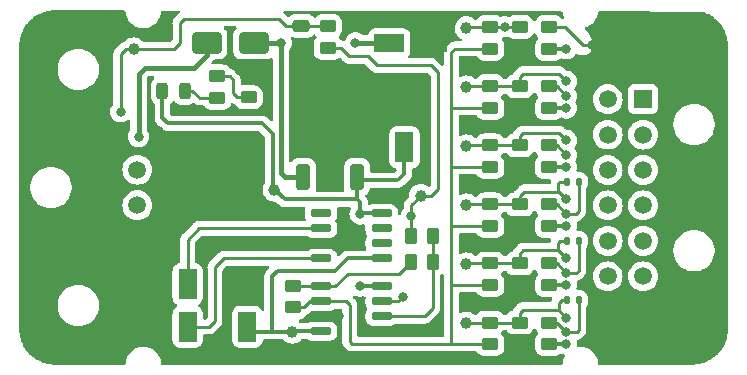
<source format=gtl>
G04 #@! TF.GenerationSoftware,KiCad,Pcbnew,7.0.11-7.0.11~ubuntu22.04.1*
G04 #@! TF.CreationDate,2024-12-11T14:00:36+07:00*
G04 #@! TF.ProjectId,seat_golden,73656174-5f67-46f6-9c64-656e2e6b6963,rev?*
G04 #@! TF.SameCoordinates,Original*
G04 #@! TF.FileFunction,Copper,L1,Top*
G04 #@! TF.FilePolarity,Positive*
%FSLAX46Y46*%
G04 Gerber Fmt 4.6, Leading zero omitted, Abs format (unit mm)*
G04 Created by KiCad (PCBNEW 7.0.11-7.0.11~ubuntu22.04.1) date 2024-12-11 14:00:36*
%MOMM*%
%LPD*%
G01*
G04 APERTURE LIST*
G04 Aperture macros list*
%AMRoundRect*
0 Rectangle with rounded corners*
0 $1 Rounding radius*
0 $2 $3 $4 $5 $6 $7 $8 $9 X,Y pos of 4 corners*
0 Add a 4 corners polygon primitive as box body*
4,1,4,$2,$3,$4,$5,$6,$7,$8,$9,$2,$3,0*
0 Add four circle primitives for the rounded corners*
1,1,$1+$1,$2,$3*
1,1,$1+$1,$4,$5*
1,1,$1+$1,$6,$7*
1,1,$1+$1,$8,$9*
0 Add four rect primitives between the rounded corners*
20,1,$1+$1,$2,$3,$4,$5,0*
20,1,$1+$1,$4,$5,$6,$7,0*
20,1,$1+$1,$6,$7,$8,$9,0*
20,1,$1+$1,$8,$9,$2,$3,0*%
G04 Aperture macros list end*
G04 #@! TA.AperFunction,SMDPad,CuDef*
%ADD10RoundRect,0.250000X0.450000X-0.262500X0.450000X0.262500X-0.450000X0.262500X-0.450000X-0.262500X0*%
G04 #@! TD*
G04 #@! TA.AperFunction,SMDPad,CuDef*
%ADD11RoundRect,0.250000X0.262500X0.450000X-0.262500X0.450000X-0.262500X-0.450000X0.262500X-0.450000X0*%
G04 #@! TD*
G04 #@! TA.AperFunction,SMDPad,CuDef*
%ADD12C,1.000000*%
G04 #@! TD*
G04 #@! TA.AperFunction,SMDPad,CuDef*
%ADD13RoundRect,0.250000X-0.475000X0.250000X-0.475000X-0.250000X0.475000X-0.250000X0.475000X0.250000X0*%
G04 #@! TD*
G04 #@! TA.AperFunction,SMDPad,CuDef*
%ADD14RoundRect,0.250000X0.550000X-1.050000X0.550000X1.050000X-0.550000X1.050000X-0.550000X-1.050000X0*%
G04 #@! TD*
G04 #@! TA.AperFunction,ComponentPad*
%ADD15C,1.520000*%
G04 #@! TD*
G04 #@! TA.AperFunction,ComponentPad*
%ADD16R,1.520000X1.520000*%
G04 #@! TD*
G04 #@! TA.AperFunction,SMDPad,CuDef*
%ADD17RoundRect,0.250000X-0.450000X0.262500X-0.450000X-0.262500X0.450000X-0.262500X0.450000X0.262500X0*%
G04 #@! TD*
G04 #@! TA.AperFunction,SMDPad,CuDef*
%ADD18RoundRect,0.243750X0.243750X0.456250X-0.243750X0.456250X-0.243750X-0.456250X0.243750X-0.456250X0*%
G04 #@! TD*
G04 #@! TA.AperFunction,SMDPad,CuDef*
%ADD19R,1.500000X1.500000*%
G04 #@! TD*
G04 #@! TA.AperFunction,SMDPad,CuDef*
%ADD20RoundRect,0.135000X-0.135000X-0.185000X0.135000X-0.185000X0.135000X0.185000X-0.135000X0.185000X0*%
G04 #@! TD*
G04 #@! TA.AperFunction,SMDPad,CuDef*
%ADD21RoundRect,0.250000X-0.550000X1.050000X-0.550000X-1.050000X0.550000X-1.050000X0.550000X1.050000X0*%
G04 #@! TD*
G04 #@! TA.AperFunction,SMDPad,CuDef*
%ADD22RoundRect,0.250000X-1.050000X-0.550000X1.050000X-0.550000X1.050000X0.550000X-1.050000X0.550000X0*%
G04 #@! TD*
G04 #@! TA.AperFunction,SMDPad,CuDef*
%ADD23RoundRect,0.250000X0.350000X-0.850000X0.350000X0.850000X-0.350000X0.850000X-0.350000X-0.850000X0*%
G04 #@! TD*
G04 #@! TA.AperFunction,SMDPad,CuDef*
%ADD24RoundRect,0.250000X1.125000X-1.275000X1.125000X1.275000X-1.125000X1.275000X-1.125000X-1.275000X0*%
G04 #@! TD*
G04 #@! TA.AperFunction,SMDPad,CuDef*
%ADD25RoundRect,0.249997X2.650003X-2.950003X2.650003X2.950003X-2.650003X2.950003X-2.650003X-2.950003X0*%
G04 #@! TD*
G04 #@! TA.AperFunction,SMDPad,CuDef*
%ADD26RoundRect,0.250000X-0.262500X-0.450000X0.262500X-0.450000X0.262500X0.450000X-0.262500X0.450000X0*%
G04 #@! TD*
G04 #@! TA.AperFunction,SMDPad,CuDef*
%ADD27RoundRect,0.250000X1.000000X0.650000X-1.000000X0.650000X-1.000000X-0.650000X1.000000X-0.650000X0*%
G04 #@! TD*
G04 #@! TA.AperFunction,SMDPad,CuDef*
%ADD28RoundRect,0.150000X-0.725000X-0.150000X0.725000X-0.150000X0.725000X0.150000X-0.725000X0.150000X0*%
G04 #@! TD*
G04 #@! TA.AperFunction,ViaPad*
%ADD29C,0.800000*%
G04 #@! TD*
G04 #@! TA.AperFunction,Conductor*
%ADD30C,0.250000*%
G04 #@! TD*
G04 #@! TA.AperFunction,Conductor*
%ADD31C,0.406400*%
G04 #@! TD*
G04 #@! TA.AperFunction,Conductor*
%ADD32C,0.304800*%
G04 #@! TD*
G04 APERTURE END LIST*
D10*
X44864214Y-8264214D03*
X44864214Y-6439214D03*
D11*
X35012500Y-21300000D03*
X33187500Y-21300000D03*
D12*
X37864214Y-6514214D03*
D13*
X23864214Y-1314214D03*
X23864214Y-3214214D03*
D14*
X32614214Y-11614214D03*
X32614214Y-8014214D03*
D15*
X49814216Y-7524567D03*
X49814216Y-10524566D03*
X49814216Y-13524565D03*
X49814216Y-16524564D03*
X49814216Y-19524563D03*
X49814216Y-22524562D03*
X52814215Y-22524562D03*
X52814215Y-19524563D03*
X52814215Y-16524564D03*
X52814215Y-13524565D03*
X52814215Y-10524566D03*
D16*
X52814215Y-7524567D03*
D17*
X42364214Y-16439214D03*
X42364214Y-18264214D03*
D10*
X16764214Y-7426714D03*
X16764214Y-5601714D03*
D18*
X14001714Y-6814214D03*
X12126714Y-6814214D03*
D10*
X39864214Y-3264214D03*
X39864214Y-1439214D03*
D19*
X16800000Y-28700000D03*
D20*
X46354214Y-14514214D03*
X47374214Y-14514214D03*
D21*
X19314214Y-23200000D03*
X19314214Y-26800000D03*
D10*
X44864214Y-3264214D03*
X44864214Y-1439214D03*
D12*
X37864214Y-1514214D03*
D17*
X42364214Y-21439214D03*
X42364214Y-23264214D03*
D22*
X31314214Y-2814214D03*
X34914214Y-2814214D03*
D10*
X44864214Y-13264214D03*
X44864214Y-11439214D03*
X44864214Y-18264214D03*
X44864214Y-16439214D03*
D23*
X24036714Y-14114214D03*
D24*
X24791714Y-9489214D03*
X27841714Y-9489214D03*
D25*
X26316714Y-7814214D03*
D24*
X24791714Y-6139214D03*
X27841714Y-6139214D03*
D23*
X28596714Y-14114214D03*
D12*
X23114214Y-27214214D03*
D17*
X26114214Y-1351714D03*
X26114214Y-3176714D03*
D12*
X37864214Y-16514214D03*
D17*
X42364214Y-1439214D03*
X42364214Y-3264214D03*
D20*
X46354214Y-24514214D03*
X47374214Y-24514214D03*
D17*
X42364214Y-11439214D03*
X42364214Y-13264214D03*
D12*
X34000000Y-15700000D03*
D10*
X39864214Y-18264214D03*
X39864214Y-16439214D03*
X39864214Y-23264214D03*
X39864214Y-21439214D03*
D17*
X23164214Y-23339214D03*
X23164214Y-25164214D03*
D26*
X33187500Y-19100000D03*
X35012500Y-19100000D03*
D17*
X42364214Y-26439214D03*
X42364214Y-28264214D03*
D12*
X37864214Y-21514214D03*
D21*
X14264214Y-23200000D03*
X14264214Y-26800000D03*
D12*
X37864214Y-11514214D03*
X37864214Y-26514214D03*
D10*
X39864214Y-13264214D03*
X39864214Y-11439214D03*
D12*
X9700000Y-3300000D03*
D10*
X44864214Y-23264214D03*
X44864214Y-21439214D03*
D17*
X42364214Y-6439214D03*
X42364214Y-8264214D03*
X19414214Y-5551714D03*
X19414214Y-7376714D03*
D27*
X19864214Y-2764214D03*
X15864214Y-2764214D03*
D10*
X39864214Y-8264214D03*
X39864214Y-6439214D03*
D28*
X25539214Y-23359214D03*
X25539214Y-24629214D03*
X25539214Y-25899214D03*
X25539214Y-27169214D03*
X30689214Y-27169214D03*
X30689214Y-25899214D03*
X30689214Y-24629214D03*
X30689214Y-23359214D03*
D10*
X39864214Y-28264214D03*
X39864214Y-26439214D03*
D28*
X25539214Y-17204214D03*
X25539214Y-18474214D03*
X25539214Y-19744214D03*
X25539214Y-21014214D03*
X30689214Y-21014214D03*
X30689214Y-19744214D03*
X30689214Y-18474214D03*
X30689214Y-17204214D03*
D12*
X21600000Y-15200000D03*
D10*
X44864214Y-28264214D03*
X44864214Y-26439214D03*
D16*
X7000000Y-16500000D03*
D15*
X7000000Y-13500001D03*
X9999999Y-16500000D03*
X9999999Y-13500001D03*
D20*
X46354214Y-19514214D03*
X47374214Y-19514214D03*
D29*
X22164214Y-2764214D03*
X28464214Y-2764214D03*
X58364214Y-13514214D03*
X56364214Y-26014214D03*
X6000000Y-20000000D03*
X6000000Y-12000000D03*
X26364214Y-14014214D03*
X22000000Y-29014214D03*
X8000000Y-22000000D03*
X41000000Y-5000000D03*
X14300000Y-29000000D03*
X17564214Y-22414214D03*
X29364214Y-1014214D03*
X58364214Y-6514214D03*
X11864214Y-24014214D03*
X41714214Y-19564214D03*
X20500000Y-29014214D03*
X56364214Y-13514214D03*
X58364214Y-4514214D03*
X10000000Y-24000000D03*
X8000000Y-18000000D03*
X56364214Y-6514214D03*
X58364214Y-24014214D03*
X2000000Y-28000000D03*
X26314214Y-12114214D03*
X27000000Y-29014214D03*
X58364214Y-15514214D03*
X41714214Y-9564214D03*
X2000000Y-18000000D03*
X8000000Y-1000000D03*
X49364214Y-24514214D03*
X2000000Y-10000000D03*
X20914214Y-5564214D03*
X4000000Y-18000000D03*
X11864214Y-20014214D03*
X2000000Y-8000000D03*
X56364214Y-15514214D03*
X58364214Y-17514214D03*
X30864214Y-6014214D03*
X4000000Y-10000000D03*
X2000000Y-1000000D03*
X4000000Y-1000000D03*
X4000000Y-12000000D03*
X2000000Y-20000000D03*
X56364214Y-24014214D03*
X6000000Y-18000000D03*
X11864214Y-22014214D03*
X41714214Y-14564214D03*
X33664214Y-6014214D03*
X32514214Y-27164214D03*
X51364214Y-24514214D03*
X8000000Y-12000000D03*
X10000000Y-26000000D03*
X56364214Y-4514214D03*
X6000000Y-1000000D03*
X23464214Y-19814214D03*
X10000000Y-20000000D03*
X8000000Y-20000000D03*
X58364214Y-26014214D03*
X34914214Y-1114214D03*
X41714214Y-24564214D03*
X2000000Y-12000000D03*
X11864214Y-26014214D03*
X10000000Y-22000000D03*
X21364214Y-17014214D03*
X19000000Y-29014214D03*
X11864214Y-18014214D03*
X8000000Y-10000000D03*
X56364214Y-17514214D03*
X38000000Y-5000000D03*
X11864214Y-10214214D03*
X30864214Y-9014214D03*
X4000000Y-20000000D03*
X2000000Y-22000000D03*
X6000000Y-10000000D03*
X32000000Y-1000000D03*
X27064214Y-25914214D03*
X11864214Y-12014214D03*
X28864214Y-23364214D03*
X46314214Y-13264214D03*
X46314214Y-8264214D03*
X46314214Y-3264214D03*
X28864214Y-17264214D03*
X46314214Y-23264214D03*
X46314214Y-18264214D03*
X46314214Y-28264214D03*
X10100000Y-10700000D03*
X48500000Y-2900000D03*
X41100000Y-1400000D03*
X46314214Y-7264214D03*
X46314214Y-6014214D03*
X46314214Y-12264214D03*
X46314214Y-11014214D03*
X32464214Y-24264214D03*
X33200000Y-17400000D03*
X46314214Y-17264214D03*
X46314214Y-22264214D03*
X46314214Y-27264214D03*
X46314214Y-16014214D03*
X46314214Y-21014214D03*
X46314214Y-26014214D03*
X8600000Y-8600000D03*
D30*
X14264214Y-19414214D02*
X14264214Y-22300000D01*
X14264214Y-22300000D02*
X14264214Y-23214214D01*
X15204214Y-18474214D02*
X14264214Y-19414214D01*
X25539214Y-18474214D02*
X15204214Y-18474214D01*
X14264214Y-23200000D02*
X14264214Y-22300000D01*
X16064214Y-26814214D02*
X16564214Y-26314214D01*
X14264214Y-26814214D02*
X16064214Y-26814214D01*
X16564214Y-21764214D02*
X17314214Y-21014214D01*
X16564214Y-26314214D02*
X16564214Y-21764214D01*
X17314214Y-21014214D02*
X25539214Y-21014214D01*
D31*
X24036714Y-14114214D02*
X22464214Y-14114214D01*
X30764214Y-2764214D02*
X28464214Y-2764214D01*
X22464214Y-14114214D02*
X22164214Y-13814214D01*
X19864214Y-2764214D02*
X22164214Y-2764214D01*
X22164214Y-13814214D02*
X22164214Y-2764214D01*
D30*
X26316714Y-7814214D02*
X26316714Y-12111714D01*
X42364214Y-13914214D02*
X41714214Y-14564214D01*
X32509214Y-27169214D02*
X32514214Y-27164214D01*
X17564214Y-22414214D02*
X18350000Y-23200000D01*
X42364214Y-4435786D02*
X41800000Y-5000000D01*
X42364214Y-23264214D02*
X42364214Y-23914214D01*
X42364214Y-18264214D02*
X42364214Y-18914214D01*
X27049214Y-25899214D02*
X27064214Y-25914214D01*
X25539214Y-25899214D02*
X27049214Y-25899214D01*
X42364214Y-3264214D02*
X42364214Y-4435786D01*
X30689214Y-27169214D02*
X32509214Y-27169214D01*
X42364214Y-8914214D02*
X41714214Y-9564214D01*
X18350000Y-23200000D02*
X19314214Y-23200000D01*
X42364214Y-18914214D02*
X41714214Y-19564214D01*
X19414214Y-5551714D02*
X20901714Y-5551714D01*
X24791714Y-4141714D02*
X24791714Y-6139214D01*
X23534214Y-19744214D02*
X23464214Y-19814214D01*
X41800000Y-5000000D02*
X41000000Y-5000000D01*
X25539214Y-19744214D02*
X23534214Y-19744214D01*
X23864214Y-3214214D02*
X24791714Y-4141714D01*
X34914214Y-2814214D02*
X34914214Y-1114214D01*
X42364214Y-13264214D02*
X42364214Y-13914214D01*
X42364214Y-23914214D02*
X41714214Y-24564214D01*
X26316714Y-12111714D02*
X26314214Y-12114214D01*
X42364214Y-8264214D02*
X42364214Y-8914214D01*
X20901714Y-5551714D02*
X20914214Y-5564214D01*
X28164214Y-9464214D02*
X27864214Y-9764214D01*
D32*
X28864214Y-17264214D02*
X28864214Y-16264214D01*
X44864214Y-18264214D02*
X46314214Y-18264214D01*
X28864214Y-16264214D02*
X28619214Y-16019214D01*
X44864214Y-23264214D02*
X46314214Y-23264214D01*
X30689214Y-17204214D02*
X28924214Y-17204214D01*
X44864214Y-8264214D02*
X46314214Y-8264214D01*
X12126714Y-9126714D02*
X12126714Y-6814214D01*
X20514214Y-9564214D02*
X12564214Y-9564214D01*
X28924214Y-17204214D02*
X28864214Y-17264214D01*
X21464214Y-15014214D02*
X21464214Y-10514214D01*
X22469214Y-16019214D02*
X21464214Y-15014214D01*
X44864214Y-13264214D02*
X46314214Y-13264214D01*
X30689214Y-23359214D02*
X28869214Y-23359214D01*
X21464214Y-10514214D02*
X20514214Y-9564214D01*
X32614214Y-13864214D02*
X32164214Y-14314214D01*
X44864214Y-3264214D02*
X46314214Y-3264214D01*
X32614214Y-11614214D02*
X32614214Y-13864214D01*
X28619214Y-14389214D02*
X31989214Y-14389214D01*
X44864214Y-28264214D02*
X46214214Y-28264214D01*
X28619214Y-16019214D02*
X22469214Y-16019214D01*
X28619214Y-16019214D02*
X28619214Y-14389214D01*
X28869214Y-23359214D02*
X28864214Y-23364214D01*
X12564214Y-9564214D02*
X12126714Y-9126714D01*
X27814214Y-21014214D02*
X26764214Y-22064214D01*
X21414214Y-27214214D02*
X19814214Y-27214214D01*
X30689214Y-21014214D02*
X27814214Y-21014214D01*
X23114214Y-27214214D02*
X21414214Y-27214214D01*
X21864214Y-22064214D02*
X21414214Y-22514214D01*
X26764214Y-22064214D02*
X21864214Y-22064214D01*
X25539214Y-27169214D02*
X23159214Y-27169214D01*
X21414214Y-22514214D02*
X21414214Y-27214214D01*
X23159214Y-27169214D02*
X23114214Y-27214214D01*
X19814214Y-27214214D02*
X19314214Y-26714214D01*
D30*
X15276714Y-7426714D02*
X16764214Y-7426714D01*
X14664214Y-6814214D02*
X15276714Y-7426714D01*
X14001714Y-6814214D02*
X14664214Y-6814214D01*
D31*
X10635786Y-4864214D02*
X10100000Y-5400000D01*
X10100000Y-5400000D02*
X10100000Y-10700000D01*
D30*
X15264214Y-2814214D02*
X15014214Y-3064214D01*
D31*
X15864214Y-3814214D02*
X15864214Y-2764214D01*
X14814214Y-4864214D02*
X10635786Y-4864214D01*
X14814214Y-4864214D02*
X15864214Y-3814214D01*
D30*
X15864214Y-2814214D02*
X15264214Y-2814214D01*
X46239214Y-1439214D02*
X47700000Y-2900000D01*
X44864214Y-1439214D02*
X46239214Y-1439214D01*
X47700000Y-2900000D02*
X48500000Y-2900000D01*
X39789214Y-1514214D02*
X39864214Y-1439214D01*
X39864214Y-1439214D02*
X42364214Y-1439214D01*
X39864214Y-1439214D02*
X37939214Y-1439214D01*
X37939214Y-1439214D02*
X37864214Y-1514214D01*
X44864214Y-6439214D02*
X45489214Y-6439214D01*
X45489214Y-6439214D02*
X46314214Y-7264214D01*
X37939214Y-6439214D02*
X37864214Y-6514214D01*
X39864214Y-6439214D02*
X42364214Y-6439214D01*
X45664214Y-5364214D02*
X46314214Y-6014214D01*
X42364214Y-6439214D02*
X42364214Y-5664214D01*
X42664214Y-5364214D02*
X45664214Y-5364214D01*
X42364214Y-5664214D02*
X42664214Y-5364214D01*
X39864214Y-6439214D02*
X37939214Y-6439214D01*
X45489214Y-11439214D02*
X46314214Y-12264214D01*
X44864214Y-11439214D02*
X45489214Y-11439214D01*
X42614214Y-10414214D02*
X45714214Y-10414214D01*
X45714214Y-10414214D02*
X46314214Y-11014214D01*
X39864214Y-11439214D02*
X42364214Y-11439214D01*
X39864214Y-11439214D02*
X37939214Y-11439214D01*
X42364214Y-11439214D02*
X42364214Y-10664214D01*
X37939214Y-11439214D02*
X37864214Y-11514214D01*
X42364214Y-10664214D02*
X42614214Y-10414214D01*
X27964214Y-28064214D02*
X28164214Y-28264214D01*
X36614214Y-23264214D02*
X36564214Y-23314214D01*
X25539214Y-24629214D02*
X24649214Y-24629214D01*
X28164214Y-28264214D02*
X36564214Y-28264214D01*
X36564214Y-18264214D02*
X36564214Y-21380941D01*
X36864214Y-3264214D02*
X36564214Y-3564214D01*
X38464214Y-3264214D02*
X36864214Y-3264214D01*
X36564214Y-8314214D02*
X36564214Y-13264214D01*
X36564214Y-28264214D02*
X36714214Y-28264214D01*
X36564214Y-21380941D02*
X36564214Y-23314214D01*
X39864214Y-18264214D02*
X36564214Y-18264214D01*
X36564214Y-3564214D02*
X36564214Y-8314214D01*
X24114214Y-25164214D02*
X23164214Y-25164214D01*
X27679214Y-24629214D02*
X27964214Y-24914214D01*
X39864214Y-28264214D02*
X36714214Y-28264214D01*
X25539214Y-24629214D02*
X27679214Y-24629214D01*
X24649214Y-24629214D02*
X24114214Y-25164214D01*
X39864214Y-8264214D02*
X36614214Y-8264214D01*
X39864214Y-23264214D02*
X36614214Y-23264214D01*
X39864214Y-3264214D02*
X38464214Y-3264214D01*
X36564214Y-23314214D02*
X36564214Y-28264214D01*
X36564214Y-13264214D02*
X36564214Y-18264214D01*
X27964214Y-24914214D02*
X27964214Y-28064214D01*
X36614214Y-8264214D02*
X36564214Y-8314214D01*
X39864214Y-13264214D02*
X36564214Y-13264214D01*
X35012500Y-21300000D02*
X35012500Y-25215928D01*
X34329214Y-25899214D02*
X30689214Y-25899214D01*
X35012500Y-19100000D02*
X35012500Y-21300000D01*
X35012500Y-25215928D02*
X34329214Y-25899214D01*
X32187500Y-22300000D02*
X33187500Y-21300000D01*
X23164214Y-23339214D02*
X25519214Y-23339214D01*
X26740786Y-23359214D02*
X27800000Y-22300000D01*
X27800000Y-22300000D02*
X32187500Y-22300000D01*
X25519214Y-23339214D02*
X25539214Y-23359214D01*
X25539214Y-23359214D02*
X26740786Y-23359214D01*
X34864214Y-4664214D02*
X30264214Y-4664214D01*
X35464214Y-15114214D02*
X35464214Y-5264214D01*
X30264214Y-4664214D02*
X29500000Y-3900000D01*
X33200000Y-17400000D02*
X33200000Y-16500000D01*
X27775000Y-3725000D02*
X27226714Y-3176714D01*
X35464214Y-5264214D02*
X34864214Y-4664214D01*
X27226714Y-3176714D02*
X26114214Y-3176714D01*
X33187500Y-19100000D02*
X33187500Y-17412500D01*
X34000000Y-15700000D02*
X34878428Y-15700000D01*
X30689214Y-24629214D02*
X32099214Y-24629214D01*
X33187500Y-17412500D02*
X33200000Y-17400000D01*
X27950000Y-3900000D02*
X27775000Y-3725000D01*
X32099214Y-24629214D02*
X32464214Y-24264214D01*
X33201714Y-19114214D02*
X33187500Y-19100000D01*
X33200000Y-16500000D02*
X34000000Y-15700000D01*
X29500000Y-3900000D02*
X27950000Y-3900000D01*
X34878428Y-15700000D02*
X35464214Y-15114214D01*
X16764214Y-5601714D02*
X17801714Y-5601714D01*
X18114214Y-5914214D02*
X18114214Y-7014214D01*
X18476714Y-7376714D02*
X19414214Y-7376714D01*
X18114214Y-7014214D02*
X18476714Y-7376714D01*
X17801714Y-5601714D02*
X18114214Y-5914214D01*
X47374214Y-17004214D02*
X47114214Y-17264214D01*
X44864214Y-16439214D02*
X45489214Y-16439214D01*
X47374214Y-14514214D02*
X47374214Y-17004214D01*
X45489214Y-16439214D02*
X46314214Y-17264214D01*
X47114214Y-17264214D02*
X46314214Y-17264214D01*
X47374214Y-19514214D02*
X47374214Y-22054214D01*
X47374214Y-22054214D02*
X47164214Y-22264214D01*
X47164214Y-22264214D02*
X46314214Y-22264214D01*
X45489214Y-21439214D02*
X46314214Y-22264214D01*
X44864214Y-21439214D02*
X45489214Y-21439214D01*
X45489214Y-26439214D02*
X46314214Y-27264214D01*
X47214214Y-27264214D02*
X46314214Y-27264214D01*
X47374214Y-27104214D02*
X47214214Y-27264214D01*
X47374214Y-24514214D02*
X47374214Y-27104214D01*
X44864214Y-26439214D02*
X45489214Y-26439214D01*
X39864214Y-16439214D02*
X42364214Y-16439214D01*
X42364214Y-16439214D02*
X42364214Y-15764214D01*
X39864214Y-16439214D02*
X37939214Y-16439214D01*
X45614214Y-14664214D02*
X45614214Y-15314214D01*
X45764214Y-14514214D02*
X45614214Y-14664214D01*
X45614214Y-15314214D02*
X45664214Y-15364214D01*
X42764214Y-15364214D02*
X45664214Y-15364214D01*
X42364214Y-15764214D02*
X42764214Y-15364214D01*
X46354214Y-14514214D02*
X45764214Y-14514214D01*
X37939214Y-16439214D02*
X37864214Y-16514214D01*
X45664214Y-15364214D02*
X46314214Y-16014214D01*
X39864214Y-21439214D02*
X42364214Y-21439214D01*
X45764214Y-19514214D02*
X45614214Y-19664214D01*
X45614214Y-19664214D02*
X45614214Y-20314214D01*
X42664214Y-20314214D02*
X45614214Y-20314214D01*
X42364214Y-20614214D02*
X42664214Y-20314214D01*
X39864214Y-21439214D02*
X37939214Y-21439214D01*
X42364214Y-21439214D02*
X42364214Y-20614214D01*
X45614214Y-20314214D02*
X46314214Y-21014214D01*
X37939214Y-21439214D02*
X37864214Y-21514214D01*
X46354214Y-19514214D02*
X45764214Y-19514214D01*
X42364214Y-26439214D02*
X39864214Y-26439214D01*
X46354214Y-24514214D02*
X45914214Y-24514214D01*
X42364214Y-25614214D02*
X42614214Y-25364214D01*
X37939214Y-26439214D02*
X37864214Y-26514214D01*
X39864214Y-26439214D02*
X37939214Y-26439214D01*
X42614214Y-25364214D02*
X45664214Y-25364214D01*
X45914214Y-24514214D02*
X45664214Y-24764214D01*
X45664214Y-24764214D02*
X45664214Y-25364214D01*
X42364214Y-26439214D02*
X42364214Y-25614214D01*
X45664214Y-25364214D02*
X46314214Y-26014214D01*
X23864214Y-1314214D02*
X22564214Y-1314214D01*
X8600000Y-8600000D02*
X8600000Y-3700000D01*
X22564214Y-1314214D02*
X21964214Y-714214D01*
X13600000Y-1100000D02*
X13600000Y-2800000D01*
X26114214Y-1351714D02*
X23901714Y-1351714D01*
X8600000Y-3700000D02*
X9000000Y-3300000D01*
X21964214Y-714214D02*
X13985786Y-714214D01*
X9000000Y-3300000D02*
X9700000Y-3300000D01*
X13100000Y-3300000D02*
X9700000Y-3300000D01*
X23901714Y-1351714D02*
X23864214Y-1314214D01*
X13985786Y-714214D02*
X13600000Y-1100000D01*
X13600000Y-2800000D02*
X13100000Y-3300000D01*
G04 #@! TA.AperFunction,Conductor*
G36*
X8870706Y-16867D02*
G01*
X8901091Y-20709D01*
X8908492Y-22596D01*
X8968590Y-58231D01*
X8999883Y-120701D01*
X9000332Y-123354D01*
X9036446Y-351368D01*
X9109433Y-575996D01*
X9204832Y-763226D01*
X9216657Y-786433D01*
X9355483Y-977510D01*
X9522490Y-1144517D01*
X9713567Y-1283343D01*
X9779833Y-1317107D01*
X9924003Y-1390566D01*
X9924005Y-1390566D01*
X9924008Y-1390568D01*
X10015760Y-1420380D01*
X10148631Y-1463553D01*
X10381903Y-1500500D01*
X10381908Y-1500500D01*
X10618097Y-1500500D01*
X10851368Y-1463553D01*
X10860875Y-1460464D01*
X11075992Y-1390568D01*
X11286433Y-1283343D01*
X11477510Y-1144517D01*
X11644517Y-977510D01*
X11783343Y-786433D01*
X11890568Y-575992D01*
X11963553Y-351368D01*
X11993815Y-160301D01*
X11998806Y-128789D01*
X12028735Y-65654D01*
X12088047Y-28723D01*
X12091028Y-27934D01*
X12095520Y-26804D01*
X12126003Y-23057D01*
X13487955Y-25647D01*
X13554957Y-45459D01*
X13600611Y-98350D01*
X13610423Y-167527D01*
X13581277Y-231028D01*
X13560609Y-249962D01*
X13554198Y-254619D01*
X13526354Y-288276D01*
X13518494Y-296913D01*
X13216211Y-599197D01*
X13203948Y-609022D01*
X13204131Y-609244D01*
X13198120Y-614216D01*
X13152097Y-663224D01*
X13149390Y-666017D01*
X13129889Y-685517D01*
X13129875Y-685534D01*
X13127407Y-688715D01*
X13119843Y-697570D01*
X13089937Y-729418D01*
X13089936Y-729420D01*
X13080284Y-746976D01*
X13069610Y-763226D01*
X13057329Y-779061D01*
X13057324Y-779068D01*
X13039975Y-819158D01*
X13034838Y-829644D01*
X13013803Y-867906D01*
X13008822Y-887307D01*
X13002521Y-905710D01*
X12994562Y-924102D01*
X12994561Y-924105D01*
X12987728Y-967243D01*
X12985360Y-978674D01*
X12974501Y-1020971D01*
X12974500Y-1020982D01*
X12974500Y-1041016D01*
X12972973Y-1060415D01*
X12969840Y-1080194D01*
X12969840Y-1080195D01*
X12973950Y-1123674D01*
X12974500Y-1135343D01*
X12974500Y-2489547D01*
X12954815Y-2556586D01*
X12938181Y-2577228D01*
X12877228Y-2638181D01*
X12815905Y-2671666D01*
X12789547Y-2674500D01*
X10539603Y-2674500D01*
X10472564Y-2654815D01*
X10443750Y-2629165D01*
X10410883Y-2589116D01*
X10258539Y-2464090D01*
X10258532Y-2464086D01*
X10084733Y-2371188D01*
X10084727Y-2371186D01*
X9898562Y-2314713D01*
X9896129Y-2313975D01*
X9700000Y-2294659D01*
X9503870Y-2313975D01*
X9315266Y-2371188D01*
X9141467Y-2464086D01*
X9141460Y-2464090D01*
X8989118Y-2589115D01*
X8945936Y-2641730D01*
X8888189Y-2681063D01*
X8884669Y-2682143D01*
X8882121Y-2682883D01*
X8863083Y-2686825D01*
X8843204Y-2689336D01*
X8843203Y-2689337D01*
X8802593Y-2705415D01*
X8791548Y-2709197D01*
X8749608Y-2721383D01*
X8749604Y-2721385D01*
X8732365Y-2731580D01*
X8714898Y-2740137D01*
X8696269Y-2747512D01*
X8696267Y-2747514D01*
X8660926Y-2773189D01*
X8651168Y-2779599D01*
X8613580Y-2801828D01*
X8599408Y-2816000D01*
X8584623Y-2828628D01*
X8568412Y-2840407D01*
X8540571Y-2874059D01*
X8532711Y-2882696D01*
X8216208Y-3199199D01*
X8203951Y-3209020D01*
X8204134Y-3209241D01*
X8198122Y-3214214D01*
X8152098Y-3263223D01*
X8149391Y-3266016D01*
X8129889Y-3285517D01*
X8129875Y-3285534D01*
X8127407Y-3288715D01*
X8119843Y-3297570D01*
X8089937Y-3329418D01*
X8089936Y-3329420D01*
X8080284Y-3346976D01*
X8069610Y-3363226D01*
X8057329Y-3379061D01*
X8057324Y-3379068D01*
X8039975Y-3419158D01*
X8034838Y-3429644D01*
X8013803Y-3467906D01*
X8008822Y-3487307D01*
X8002521Y-3505710D01*
X7994562Y-3524102D01*
X7994561Y-3524105D01*
X7987728Y-3567243D01*
X7985360Y-3578674D01*
X7974501Y-3620971D01*
X7974500Y-3620982D01*
X7974500Y-3641016D01*
X7972973Y-3660415D01*
X7969840Y-3680194D01*
X7969840Y-3680195D01*
X7973950Y-3723674D01*
X7974500Y-3735343D01*
X7974500Y-7901312D01*
X7954815Y-7968351D01*
X7942650Y-7984284D01*
X7867466Y-8067784D01*
X7772821Y-8231715D01*
X7772818Y-8231722D01*
X7721484Y-8389713D01*
X7714326Y-8411744D01*
X7694540Y-8600000D01*
X7714326Y-8788256D01*
X7714327Y-8788259D01*
X7772818Y-8968277D01*
X7772821Y-8968284D01*
X7867467Y-9132216D01*
X7955208Y-9229662D01*
X7994129Y-9272888D01*
X8147265Y-9384148D01*
X8147270Y-9384151D01*
X8320192Y-9461142D01*
X8320197Y-9461144D01*
X8505354Y-9500500D01*
X8505355Y-9500500D01*
X8694644Y-9500500D01*
X8694646Y-9500500D01*
X8879803Y-9461144D01*
X9052730Y-9384151D01*
X9199417Y-9277576D01*
X9265221Y-9254098D01*
X9333275Y-9269923D01*
X9381970Y-9320029D01*
X9396300Y-9377896D01*
X9396300Y-10088162D01*
X9376615Y-10155201D01*
X9371116Y-10162404D01*
X9371286Y-10162528D01*
X9367464Y-10167787D01*
X9272821Y-10331715D01*
X9272818Y-10331722D01*
X9220773Y-10491901D01*
X9214326Y-10511744D01*
X9194540Y-10700000D01*
X9214326Y-10888256D01*
X9214327Y-10888259D01*
X9272818Y-11068277D01*
X9272821Y-11068284D01*
X9367467Y-11232216D01*
X9462621Y-11337895D01*
X9494129Y-11372888D01*
X9647265Y-11484148D01*
X9647270Y-11484151D01*
X9820192Y-11561142D01*
X9820197Y-11561144D01*
X10005354Y-11600500D01*
X10005355Y-11600500D01*
X10194644Y-11600500D01*
X10194646Y-11600500D01*
X10379803Y-11561144D01*
X10552730Y-11484151D01*
X10705871Y-11372888D01*
X10832533Y-11232216D01*
X10927179Y-11068284D01*
X10985674Y-10888256D01*
X11005460Y-10700000D01*
X10985674Y-10511744D01*
X10930935Y-10343275D01*
X10927181Y-10331722D01*
X10927180Y-10331721D01*
X10927179Y-10331716D01*
X10853063Y-10203343D01*
X10832535Y-10167787D01*
X10828714Y-10162528D01*
X10830716Y-10161073D01*
X10805316Y-10108115D01*
X10803700Y-10088162D01*
X10803700Y-5742844D01*
X10823385Y-5675805D01*
X10840019Y-5655163D01*
X10890949Y-5604233D01*
X10952272Y-5570748D01*
X10978630Y-5567914D01*
X11321123Y-5567914D01*
X11388162Y-5587599D01*
X11433917Y-5640403D01*
X11443861Y-5709561D01*
X11414836Y-5773117D01*
X11408804Y-5779595D01*
X11295188Y-5893210D01*
X11295185Y-5893214D01*
X11203856Y-6041280D01*
X11203851Y-6041291D01*
X11149127Y-6206437D01*
X11138714Y-6308358D01*
X11138714Y-7320069D01*
X11149127Y-7421990D01*
X11203851Y-7587136D01*
X11203856Y-7587147D01*
X11295185Y-7735213D01*
X11295188Y-7735217D01*
X11418210Y-7858239D01*
X11423878Y-7862721D01*
X11422424Y-7864558D01*
X11461635Y-7908151D01*
X11473814Y-7961743D01*
X11473814Y-9040946D01*
X11472042Y-9056993D01*
X11472280Y-9057016D01*
X11471546Y-9064781D01*
X11473753Y-9135017D01*
X11473814Y-9138912D01*
X11473814Y-9167789D01*
X11474371Y-9172202D01*
X11475286Y-9183834D01*
X11476726Y-9229659D01*
X11476727Y-9229665D01*
X11482679Y-9250152D01*
X11486624Y-9269197D01*
X11489299Y-9290371D01*
X11489302Y-9290383D01*
X11506176Y-9333003D01*
X11509959Y-9344051D01*
X11522747Y-9388069D01*
X11522749Y-9388074D01*
X11533614Y-9406445D01*
X11542172Y-9423915D01*
X11550025Y-9443749D01*
X11550029Y-9443755D01*
X11576970Y-9480837D01*
X11583383Y-9490599D01*
X11606723Y-9530064D01*
X11621808Y-9545148D01*
X11634448Y-9559947D01*
X11646988Y-9577208D01*
X11682315Y-9606433D01*
X11690955Y-9614295D01*
X12041895Y-9965235D01*
X12051993Y-9977839D01*
X12052177Y-9977688D01*
X12057144Y-9983693D01*
X12108377Y-10031803D01*
X12111175Y-10034515D01*
X12131588Y-10054928D01*
X12135100Y-10057652D01*
X12143979Y-10065236D01*
X12177399Y-10096619D01*
X12177403Y-10096622D01*
X12196089Y-10106894D01*
X12212356Y-10117579D01*
X12225562Y-10127822D01*
X12229219Y-10130659D01*
X12241009Y-10135761D01*
X12271292Y-10148866D01*
X12281782Y-10154005D01*
X12306852Y-10167787D01*
X12321955Y-10176090D01*
X12341650Y-10181146D01*
X12342625Y-10181397D01*
X12361026Y-10187696D01*
X12380613Y-10196173D01*
X12425900Y-10203344D01*
X12437326Y-10205711D01*
X12481734Y-10217114D01*
X12503075Y-10217114D01*
X12522472Y-10218640D01*
X12543543Y-10221978D01*
X12589181Y-10217663D01*
X12600849Y-10217114D01*
X20192412Y-10217114D01*
X20259451Y-10236799D01*
X20280093Y-10253433D01*
X20774995Y-10748335D01*
X20808480Y-10809658D01*
X20811314Y-10836016D01*
X20811314Y-14539551D01*
X20791629Y-14606590D01*
X20783167Y-14618216D01*
X20764091Y-14641460D01*
X20764086Y-14641467D01*
X20671188Y-14815266D01*
X20613975Y-15003870D01*
X20594659Y-15200000D01*
X20613975Y-15396129D01*
X20621137Y-15419739D01*
X20670966Y-15584003D01*
X20671188Y-15584733D01*
X20764086Y-15758532D01*
X20764090Y-15758539D01*
X20889116Y-15910883D01*
X21041460Y-16035909D01*
X21041467Y-16035913D01*
X21215266Y-16128811D01*
X21215269Y-16128811D01*
X21215273Y-16128814D01*
X21403868Y-16186024D01*
X21600000Y-16205341D01*
X21661801Y-16199253D01*
X21730444Y-16212271D01*
X21761635Y-16234975D01*
X21946895Y-16420235D01*
X21956993Y-16432839D01*
X21957177Y-16432688D01*
X21962144Y-16438693D01*
X22013377Y-16486803D01*
X22016175Y-16489515D01*
X22036589Y-16509929D01*
X22040101Y-16512653D01*
X22048980Y-16520237D01*
X22065674Y-16535913D01*
X22082399Y-16551619D01*
X22101104Y-16561902D01*
X22117355Y-16572577D01*
X22134220Y-16585659D01*
X22176306Y-16603871D01*
X22186780Y-16609003D01*
X22199950Y-16616243D01*
X22226952Y-16631089D01*
X22226954Y-16631089D01*
X22226955Y-16631090D01*
X22238150Y-16633964D01*
X22247621Y-16636396D01*
X22266033Y-16642699D01*
X22285613Y-16651173D01*
X22330900Y-16658344D01*
X22342326Y-16660711D01*
X22386734Y-16672114D01*
X22408075Y-16672114D01*
X22427472Y-16673640D01*
X22448541Y-16676977D01*
X22448542Y-16676978D01*
X22448542Y-16676977D01*
X22448543Y-16676978D01*
X22494184Y-16672663D01*
X22505852Y-16672114D01*
X24082675Y-16672114D01*
X24149714Y-16691799D01*
X24195469Y-16744603D01*
X24205413Y-16813761D01*
X24201751Y-16830709D01*
X24166616Y-16951640D01*
X24166615Y-16951646D01*
X24163714Y-16988512D01*
X24163714Y-17419915D01*
X24166615Y-17456781D01*
X24166616Y-17456787D01*
X24212468Y-17614607D01*
X24212468Y-17614608D01*
X24212469Y-17614610D01*
X24212470Y-17614612D01*
X24219521Y-17626535D01*
X24240255Y-17661594D01*
X24257436Y-17729318D01*
X24235276Y-17795580D01*
X24180810Y-17839343D01*
X24133522Y-17848714D01*
X15286957Y-17848714D01*
X15271336Y-17846989D01*
X15271309Y-17847275D01*
X15263547Y-17846540D01*
X15196327Y-17848653D01*
X15192433Y-17848714D01*
X15164864Y-17848714D01*
X15160887Y-17849216D01*
X15149256Y-17850131D01*
X15105588Y-17851503D01*
X15105582Y-17851504D01*
X15086340Y-17857094D01*
X15067301Y-17861037D01*
X15047431Y-17863548D01*
X15047417Y-17863551D01*
X15006812Y-17879627D01*
X14995768Y-17883408D01*
X14953828Y-17895593D01*
X14953824Y-17895595D01*
X14936580Y-17905793D01*
X14919119Y-17914347D01*
X14900488Y-17921724D01*
X14900476Y-17921731D01*
X14865147Y-17947399D01*
X14855387Y-17953810D01*
X14817794Y-17976043D01*
X14803628Y-17990209D01*
X14788838Y-18002841D01*
X14772628Y-18014618D01*
X14772625Y-18014621D01*
X14744787Y-18048272D01*
X14736925Y-18056911D01*
X13880422Y-18913413D01*
X13868165Y-18923234D01*
X13868348Y-18923455D01*
X13862336Y-18928428D01*
X13816312Y-18977437D01*
X13813605Y-18980230D01*
X13794103Y-18999731D01*
X13794089Y-18999748D01*
X13791621Y-19002929D01*
X13784057Y-19011784D01*
X13754151Y-19043632D01*
X13754150Y-19043634D01*
X13744498Y-19061190D01*
X13733824Y-19077440D01*
X13721543Y-19093275D01*
X13721538Y-19093282D01*
X13704189Y-19133372D01*
X13699052Y-19143858D01*
X13678017Y-19182120D01*
X13673036Y-19201521D01*
X13666735Y-19219924D01*
X13658776Y-19238316D01*
X13658775Y-19238319D01*
X13651942Y-19281457D01*
X13649574Y-19292888D01*
X13638715Y-19335185D01*
X13638714Y-19335196D01*
X13638714Y-19355230D01*
X13637187Y-19374629D01*
X13634054Y-19394408D01*
X13634054Y-19394409D01*
X13638164Y-19437888D01*
X13638714Y-19449557D01*
X13638714Y-21294845D01*
X13619029Y-21361884D01*
X13566225Y-21407639D01*
X13553719Y-21412551D01*
X13394880Y-21465186D01*
X13394877Y-21465187D01*
X13245556Y-21557289D01*
X13121503Y-21681342D01*
X13029401Y-21830663D01*
X13029399Y-21830668D01*
X13009108Y-21891904D01*
X12974215Y-21997203D01*
X12974215Y-21997204D01*
X12974214Y-21997204D01*
X12963714Y-22099983D01*
X12963714Y-24300001D01*
X12963715Y-24300018D01*
X12974214Y-24402796D01*
X12974215Y-24402799D01*
X13029399Y-24569331D01*
X13029401Y-24569336D01*
X13054780Y-24610482D01*
X13121502Y-24718656D01*
X13245558Y-24842712D01*
X13308903Y-24881783D01*
X13329457Y-24894461D01*
X13376181Y-24946409D01*
X13387404Y-25015372D01*
X13359560Y-25079454D01*
X13329457Y-25105539D01*
X13245556Y-25157289D01*
X13121503Y-25281342D01*
X13029401Y-25430663D01*
X13029399Y-25430668D01*
X13023650Y-25448018D01*
X12974215Y-25597203D01*
X12974215Y-25597204D01*
X12974214Y-25597204D01*
X12963714Y-25699983D01*
X12963714Y-27900001D01*
X12963715Y-27900018D01*
X12974214Y-28002796D01*
X12974215Y-28002799D01*
X13012781Y-28119181D01*
X13029400Y-28169334D01*
X13121502Y-28318656D01*
X13245558Y-28442712D01*
X13394880Y-28534814D01*
X13561417Y-28589999D01*
X13664205Y-28600500D01*
X14864222Y-28600499D01*
X14967011Y-28589999D01*
X15133548Y-28534814D01*
X15282870Y-28442712D01*
X15406926Y-28318656D01*
X15499028Y-28169334D01*
X15554213Y-28002797D01*
X15564714Y-27900009D01*
X15564714Y-27563714D01*
X15584399Y-27496675D01*
X15637203Y-27450920D01*
X15688714Y-27439714D01*
X15981471Y-27439714D01*
X15997091Y-27441438D01*
X15997118Y-27441153D01*
X16004874Y-27441885D01*
X16004881Y-27441887D01*
X16072087Y-27439775D01*
X16075982Y-27439714D01*
X16103560Y-27439714D01*
X16103564Y-27439714D01*
X16107538Y-27439211D01*
X16119177Y-27438294D01*
X16162841Y-27436923D01*
X16182083Y-27431331D01*
X16201126Y-27427388D01*
X16221006Y-27424878D01*
X16261615Y-27408799D01*
X16272658Y-27405017D01*
X16314604Y-27392832D01*
X16331843Y-27382636D01*
X16349317Y-27374076D01*
X16367941Y-27366702D01*
X16367941Y-27366701D01*
X16367946Y-27366700D01*
X16403297Y-27341014D01*
X16413028Y-27334622D01*
X16450634Y-27312384D01*
X16464803Y-27298213D01*
X16479593Y-27285582D01*
X16495801Y-27273808D01*
X16523652Y-27240140D01*
X16531493Y-27231523D01*
X16948000Y-26815016D01*
X16960262Y-26805194D01*
X16960079Y-26804973D01*
X16966082Y-26800005D01*
X16966091Y-26800000D01*
X17012148Y-26750953D01*
X17014796Y-26748220D01*
X17034334Y-26728684D01*
X17036798Y-26725506D01*
X17044368Y-26716643D01*
X17074276Y-26684796D01*
X17083927Y-26667238D01*
X17094610Y-26650975D01*
X17106887Y-26635150D01*
X17124232Y-26595063D01*
X17129366Y-26584585D01*
X17150411Y-26546306D01*
X17155392Y-26526901D01*
X17161696Y-26508493D01*
X17163931Y-26503328D01*
X17169652Y-26490109D01*
X17176484Y-26446962D01*
X17178853Y-26435530D01*
X17189713Y-26393236D01*
X17189714Y-26393231D01*
X17189714Y-26373197D01*
X17191241Y-26353796D01*
X17194374Y-26334018D01*
X17190264Y-26290538D01*
X17189714Y-26278869D01*
X17189714Y-22074666D01*
X17209399Y-22007627D01*
X17226033Y-21986985D01*
X17536986Y-21676033D01*
X17598309Y-21642548D01*
X17624667Y-21639714D01*
X21066011Y-21639714D01*
X21133050Y-21659399D01*
X21178805Y-21712203D01*
X21188749Y-21781361D01*
X21159724Y-21844917D01*
X21153699Y-21851387D01*
X21061645Y-21943442D01*
X21013190Y-21991897D01*
X21000592Y-22001991D01*
X21000744Y-22002174D01*
X20994732Y-22007147D01*
X20946620Y-22058380D01*
X20943915Y-22061171D01*
X20923501Y-22081585D01*
X20923498Y-22081589D01*
X20920772Y-22085104D01*
X20913193Y-22093977D01*
X20881810Y-22127396D01*
X20881808Y-22127400D01*
X20871527Y-22146099D01*
X20860852Y-22162350D01*
X20847771Y-22179215D01*
X20847766Y-22179223D01*
X20829559Y-22221295D01*
X20824423Y-22231778D01*
X20802337Y-22271954D01*
X20802337Y-22271955D01*
X20797028Y-22292630D01*
X20790729Y-22311026D01*
X20782256Y-22330606D01*
X20782254Y-22330614D01*
X20775083Y-22375892D01*
X20772714Y-22387330D01*
X20761314Y-22431726D01*
X20761314Y-22453075D01*
X20759787Y-22472472D01*
X20756450Y-22493543D01*
X20758909Y-22519555D01*
X20760764Y-22539180D01*
X20761314Y-22550849D01*
X20761314Y-25337598D01*
X20741629Y-25404637D01*
X20688825Y-25450392D01*
X20619667Y-25460336D01*
X20556111Y-25431311D01*
X20531775Y-25402695D01*
X20456926Y-25281344D01*
X20332870Y-25157288D01*
X20183548Y-25065186D01*
X20017011Y-25010001D01*
X20017009Y-25010000D01*
X19914224Y-24999500D01*
X18714212Y-24999500D01*
X18714195Y-24999501D01*
X18611417Y-25010000D01*
X18611414Y-25010001D01*
X18444882Y-25065185D01*
X18444877Y-25065187D01*
X18295556Y-25157289D01*
X18171503Y-25281342D01*
X18079401Y-25430663D01*
X18079399Y-25430668D01*
X18073650Y-25448018D01*
X18024215Y-25597203D01*
X18024215Y-25597204D01*
X18024214Y-25597204D01*
X18013714Y-25699983D01*
X18013714Y-27900001D01*
X18013715Y-27900018D01*
X18024214Y-28002796D01*
X18024215Y-28002799D01*
X18062781Y-28119181D01*
X18079400Y-28169334D01*
X18171502Y-28318656D01*
X18295558Y-28442712D01*
X18444880Y-28534814D01*
X18611417Y-28589999D01*
X18714205Y-28600500D01*
X19914222Y-28600499D01*
X20017011Y-28589999D01*
X20183548Y-28534814D01*
X20332870Y-28442712D01*
X20456926Y-28318656D01*
X20549028Y-28169334D01*
X20604213Y-28002797D01*
X20606694Y-27978512D01*
X20633090Y-27913820D01*
X20690271Y-27873669D01*
X20730052Y-27867114D01*
X21331734Y-27867114D01*
X21340779Y-27867114D01*
X21364011Y-27869309D01*
X21372892Y-27871004D01*
X21372893Y-27871003D01*
X21372894Y-27871004D01*
X21430828Y-27867359D01*
X21438614Y-27867114D01*
X22297098Y-27867114D01*
X22364137Y-27886799D01*
X22392950Y-27912448D01*
X22403332Y-27925099D01*
X22555674Y-28050123D01*
X22555681Y-28050127D01*
X22729480Y-28143025D01*
X22729483Y-28143025D01*
X22729487Y-28143028D01*
X22918082Y-28200238D01*
X23114214Y-28219555D01*
X23310346Y-28200238D01*
X23498941Y-28143028D01*
X23565318Y-28107549D01*
X23624420Y-28075958D01*
X23672752Y-28050124D01*
X23825097Y-27925097D01*
X23845679Y-27900018D01*
X23872408Y-27867449D01*
X23930153Y-27828115D01*
X23968261Y-27822114D01*
X24352757Y-27822114D01*
X24415877Y-27839381D01*
X24553816Y-27920958D01*
X24574255Y-27926896D01*
X24711640Y-27966811D01*
X24711643Y-27966811D01*
X24711645Y-27966812D01*
X24748520Y-27969714D01*
X24748528Y-27969714D01*
X26329900Y-27969714D01*
X26329908Y-27969714D01*
X26366783Y-27966812D01*
X26366785Y-27966811D01*
X26366787Y-27966811D01*
X26427131Y-27949279D01*
X26524612Y-27920958D01*
X26666079Y-27837295D01*
X26782295Y-27721079D01*
X26865958Y-27579612D01*
X26902971Y-27452213D01*
X26911811Y-27421787D01*
X26911812Y-27421781D01*
X26912818Y-27409002D01*
X26914714Y-27384908D01*
X26914714Y-26953520D01*
X26911812Y-26916645D01*
X26865958Y-26758816D01*
X26782295Y-26617349D01*
X26782293Y-26617347D01*
X26782290Y-26617343D01*
X26666084Y-26501137D01*
X26666076Y-26501131D01*
X26564731Y-26441196D01*
X26524612Y-26417470D01*
X26524611Y-26417469D01*
X26524610Y-26417469D01*
X26524607Y-26417468D01*
X26366787Y-26371616D01*
X26366781Y-26371615D01*
X26329915Y-26368714D01*
X26329908Y-26368714D01*
X24748520Y-26368714D01*
X24748512Y-26368714D01*
X24711646Y-26371615D01*
X24711640Y-26371616D01*
X24553820Y-26417468D01*
X24553817Y-26417469D01*
X24415878Y-26499046D01*
X24352757Y-26516314D01*
X23885285Y-26516314D01*
X23818246Y-26496629D01*
X23806620Y-26488167D01*
X23684130Y-26387641D01*
X23644796Y-26329895D01*
X23642925Y-26260050D01*
X23679113Y-26200282D01*
X23741869Y-26169566D01*
X23750155Y-26168434D01*
X23767011Y-26166713D01*
X23933548Y-26111528D01*
X24082870Y-26019426D01*
X24206926Y-25895370D01*
X24262052Y-25805994D01*
X24313999Y-25759270D01*
X24332992Y-25752015D01*
X24364604Y-25742832D01*
X24381843Y-25732636D01*
X24399317Y-25724076D01*
X24417941Y-25716702D01*
X24417941Y-25716701D01*
X24417946Y-25716700D01*
X24453297Y-25691014D01*
X24463028Y-25684622D01*
X24500634Y-25662384D01*
X24514803Y-25648213D01*
X24529593Y-25635582D01*
X24545801Y-25623808D01*
X24573652Y-25590140D01*
X24581483Y-25581533D01*
X24696986Y-25466030D01*
X24758307Y-25432548D01*
X24784665Y-25429714D01*
X26329900Y-25429714D01*
X26329908Y-25429714D01*
X26366783Y-25426812D01*
X26366785Y-25426811D01*
X26366787Y-25426811D01*
X26449793Y-25402695D01*
X26524612Y-25380958D01*
X26666079Y-25297295D01*
X26668430Y-25294944D01*
X26672342Y-25291033D01*
X26733665Y-25257548D01*
X26760023Y-25254714D01*
X27214714Y-25254714D01*
X27281753Y-25274399D01*
X27327508Y-25327203D01*
X27338714Y-25378714D01*
X27338714Y-27981469D01*
X27336989Y-27997086D01*
X27337275Y-27997113D01*
X27336540Y-28004879D01*
X27338653Y-28072086D01*
X27338714Y-28075981D01*
X27338714Y-28103571D01*
X27339217Y-28107549D01*
X27340132Y-28119181D01*
X27341504Y-28162838D01*
X27341505Y-28162841D01*
X27347094Y-28182081D01*
X27351038Y-28201125D01*
X27353367Y-28219554D01*
X27353550Y-28221006D01*
X27369628Y-28261617D01*
X27373411Y-28272666D01*
X27385595Y-28314602D01*
X27395794Y-28331848D01*
X27404350Y-28349314D01*
X27411728Y-28367946D01*
X27437395Y-28403274D01*
X27443807Y-28413035D01*
X27466042Y-28450631D01*
X27466047Y-28450638D01*
X27480204Y-28464794D01*
X27492842Y-28479590D01*
X27504619Y-28495800D01*
X27504620Y-28495801D01*
X27538271Y-28523639D01*
X27546912Y-28531502D01*
X27663408Y-28647998D01*
X27673233Y-28660262D01*
X27673454Y-28660080D01*
X27678424Y-28666088D01*
X27727453Y-28712129D01*
X27730250Y-28714840D01*
X27749744Y-28734334D01*
X27752909Y-28736789D01*
X27761785Y-28744370D01*
X27793632Y-28774276D01*
X27793636Y-28774278D01*
X27811187Y-28783927D01*
X27827445Y-28794606D01*
X27843278Y-28806888D01*
X27878624Y-28822182D01*
X27883369Y-28824236D01*
X27893849Y-28829369D01*
X27932122Y-28850411D01*
X27951526Y-28855393D01*
X27969924Y-28861692D01*
X27988319Y-28869652D01*
X28031468Y-28876485D01*
X28042894Y-28878852D01*
X28085195Y-28889714D01*
X28105230Y-28889714D01*
X28124627Y-28891240D01*
X28144410Y-28894374D01*
X28187889Y-28890264D01*
X28199558Y-28889714D01*
X36485195Y-28889714D01*
X36493367Y-28889714D01*
X36516599Y-28891910D01*
X36518203Y-28892215D01*
X36524626Y-28893441D01*
X36524627Y-28893440D01*
X36524628Y-28893441D01*
X36579973Y-28889959D01*
X36587759Y-28889714D01*
X36635195Y-28889714D01*
X38687126Y-28889714D01*
X38754165Y-28909399D01*
X38792663Y-28948615D01*
X38821502Y-28995370D01*
X38945558Y-29119426D01*
X39094880Y-29211528D01*
X39261417Y-29266713D01*
X39364205Y-29277214D01*
X40364222Y-29277213D01*
X40364230Y-29277212D01*
X40364233Y-29277212D01*
X40420516Y-29271462D01*
X40467011Y-29266713D01*
X40633548Y-29211528D01*
X40782870Y-29119426D01*
X40906926Y-28995370D01*
X40999028Y-28846048D01*
X41054213Y-28679511D01*
X41064714Y-28576723D01*
X41064713Y-27951706D01*
X41064468Y-27949311D01*
X41054213Y-27848917D01*
X41054212Y-27848914D01*
X41036539Y-27795582D01*
X40999028Y-27682380D01*
X40906926Y-27533058D01*
X40813263Y-27439395D01*
X40779778Y-27378072D01*
X40784762Y-27308380D01*
X40813263Y-27264033D01*
X40852199Y-27225097D01*
X40906926Y-27170370D01*
X40935763Y-27123616D01*
X40987711Y-27076893D01*
X41041302Y-27064714D01*
X41187126Y-27064714D01*
X41254165Y-27084399D01*
X41292663Y-27123615D01*
X41321502Y-27170370D01*
X41445558Y-27294426D01*
X41594880Y-27386528D01*
X41761417Y-27441713D01*
X41864205Y-27452214D01*
X42864222Y-27452213D01*
X42864230Y-27452212D01*
X42864233Y-27452212D01*
X42920516Y-27446462D01*
X42967011Y-27441713D01*
X43133548Y-27386528D01*
X43282870Y-27294426D01*
X43406926Y-27170370D01*
X43499028Y-27021048D01*
X43499031Y-27021036D01*
X43501829Y-27015039D01*
X43547999Y-26962598D01*
X43615191Y-26943442D01*
X43682073Y-26963654D01*
X43726599Y-27015039D01*
X43729398Y-27021044D01*
X43729400Y-27021048D01*
X43818850Y-27166069D01*
X43821503Y-27170371D01*
X43915165Y-27264033D01*
X43948650Y-27325356D01*
X43943666Y-27395048D01*
X43915165Y-27439395D01*
X43821503Y-27533056D01*
X43729401Y-27682377D01*
X43729399Y-27682382D01*
X43707580Y-27748227D01*
X43674215Y-27848917D01*
X43674215Y-27848918D01*
X43674214Y-27848918D01*
X43663714Y-27951697D01*
X43663714Y-28576715D01*
X43663715Y-28576733D01*
X43674214Y-28679510D01*
X43674215Y-28679513D01*
X43729399Y-28846045D01*
X43729401Y-28846050D01*
X43735221Y-28855485D01*
X43821502Y-28995370D01*
X43945558Y-29119426D01*
X44094880Y-29211528D01*
X44261417Y-29266713D01*
X44364205Y-29277214D01*
X45364222Y-29277213D01*
X45364230Y-29277212D01*
X45364233Y-29277212D01*
X45420516Y-29271462D01*
X45467011Y-29266713D01*
X45633548Y-29211528D01*
X45782870Y-29119426D01*
X45795994Y-29106301D01*
X45857316Y-29072816D01*
X45927007Y-29077798D01*
X45934113Y-29080702D01*
X46034411Y-29125358D01*
X46069480Y-29132812D01*
X46081330Y-29135331D01*
X46142812Y-29168523D01*
X46176589Y-29229686D01*
X46171937Y-29299400D01*
X46166035Y-29312915D01*
X46109434Y-29424000D01*
X46036446Y-29648631D01*
X45998737Y-29886720D01*
X45997718Y-29886558D01*
X45974614Y-29947170D01*
X45918381Y-29988638D01*
X45906330Y-29992351D01*
X45893092Y-29995704D01*
X45862646Y-29999500D01*
X12137354Y-29999500D01*
X12106910Y-29995705D01*
X12093671Y-29992352D01*
X12033516Y-29956810D01*
X12002126Y-29894389D01*
X12000510Y-29881971D01*
X11963553Y-29648631D01*
X11890566Y-29424003D01*
X11827077Y-29299400D01*
X11783343Y-29213567D01*
X11644517Y-29022490D01*
X11477510Y-28855483D01*
X11286433Y-28716657D01*
X11213534Y-28679513D01*
X11075996Y-28609433D01*
X10851368Y-28536446D01*
X10618097Y-28499500D01*
X10618092Y-28499500D01*
X10381908Y-28499500D01*
X10381903Y-28499500D01*
X10148631Y-28536446D01*
X9924003Y-28609433D01*
X9713566Y-28716657D01*
X9620978Y-28783927D01*
X9522490Y-28855483D01*
X9522488Y-28855485D01*
X9522487Y-28855485D01*
X9355485Y-29022487D01*
X9355485Y-29022488D01*
X9355483Y-29022490D01*
X9295862Y-29104550D01*
X9216657Y-29213566D01*
X9109433Y-29424003D01*
X9036446Y-29648631D01*
X8998737Y-29886720D01*
X8997718Y-29886558D01*
X8974614Y-29947170D01*
X8918381Y-29988638D01*
X8906330Y-29992351D01*
X8893092Y-29995704D01*
X8862646Y-29999500D01*
X3003246Y-29999500D01*
X2996756Y-29999330D01*
X2866954Y-29992527D01*
X2866491Y-29992502D01*
X2710700Y-29983753D01*
X2707227Y-29983509D01*
X2673272Y-29980644D01*
X2664300Y-29979556D01*
X2525092Y-29957508D01*
X2523720Y-29957283D01*
X2378464Y-29932604D01*
X2375040Y-29931973D01*
X2355491Y-29928084D01*
X2347591Y-29926242D01*
X2204416Y-29887878D01*
X2202183Y-29887257D01*
X2054010Y-29844570D01*
X2050674Y-29843558D01*
X2046019Y-29842074D01*
X2039244Y-29839696D01*
X1895334Y-29784454D01*
X1892319Y-29783251D01*
X1748246Y-29723574D01*
X1739404Y-29719498D01*
X1599922Y-29648428D01*
X1596236Y-29646471D01*
X1460464Y-29571433D01*
X1452921Y-29566907D01*
X1321281Y-29481419D01*
X1317061Y-29478553D01*
X1190836Y-29388991D01*
X1184557Y-29384228D01*
X1062426Y-29285329D01*
X1057834Y-29281422D01*
X942581Y-29178425D01*
X937527Y-29173647D01*
X826351Y-29062471D01*
X821573Y-29057417D01*
X790358Y-29022488D01*
X718572Y-28942159D01*
X714669Y-28937572D01*
X714288Y-28937102D01*
X615770Y-28815441D01*
X611007Y-28809162D01*
X521445Y-28682937D01*
X518593Y-28678739D01*
X433081Y-28547061D01*
X428574Y-28539550D01*
X353520Y-28403750D01*
X351570Y-28400076D01*
X343188Y-28383626D01*
X280497Y-28260589D01*
X276424Y-28251752D01*
X221511Y-28119181D01*
X216740Y-28107663D01*
X215544Y-28104664D01*
X160289Y-27960719D01*
X157931Y-27954001D01*
X156426Y-27949279D01*
X155447Y-27946050D01*
X112736Y-27797798D01*
X112116Y-27795567D01*
X107316Y-27777652D01*
X73747Y-27652372D01*
X71919Y-27644530D01*
X68024Y-27624949D01*
X67401Y-27621570D01*
X42679Y-27476068D01*
X42548Y-27475270D01*
X20437Y-27335663D01*
X19355Y-27326736D01*
X16484Y-27292700D01*
X16250Y-27289376D01*
X7494Y-27133465D01*
X669Y-27003243D01*
X500Y-26996755D01*
X500Y-25131187D01*
X3249500Y-25131187D01*
X3268017Y-25254029D01*
X3288604Y-25390615D01*
X3288605Y-25390617D01*
X3288606Y-25390623D01*
X3365938Y-25641326D01*
X3479767Y-25877696D01*
X3479768Y-25877697D01*
X3479770Y-25877700D01*
X3479772Y-25877704D01*
X3607125Y-26064496D01*
X3627567Y-26094479D01*
X3806014Y-26286801D01*
X3806018Y-26286804D01*
X3806019Y-26286805D01*
X4011143Y-26450386D01*
X4238357Y-26581568D01*
X4482584Y-26677420D01*
X4738370Y-26735802D01*
X4738376Y-26735802D01*
X4738379Y-26735803D01*
X4934484Y-26750499D01*
X4934503Y-26750499D01*
X4934506Y-26750500D01*
X4934508Y-26750500D01*
X5065492Y-26750500D01*
X5065494Y-26750500D01*
X5065496Y-26750499D01*
X5065515Y-26750499D01*
X5261620Y-26735803D01*
X5261622Y-26735802D01*
X5261630Y-26735802D01*
X5517416Y-26677420D01*
X5761643Y-26581568D01*
X5988857Y-26450386D01*
X6193981Y-26286805D01*
X6372433Y-26094479D01*
X6520228Y-25877704D01*
X6634063Y-25641323D01*
X6711396Y-25390615D01*
X6750500Y-25131182D01*
X6750500Y-24868818D01*
X6711396Y-24609385D01*
X6634063Y-24358677D01*
X6588572Y-24264214D01*
X6520232Y-24122303D01*
X6520231Y-24122302D01*
X6520230Y-24122301D01*
X6520228Y-24122296D01*
X6372433Y-23905521D01*
X6317252Y-23846050D01*
X6193985Y-23713198D01*
X6077567Y-23620358D01*
X5988857Y-23549614D01*
X5761643Y-23418432D01*
X5517416Y-23322580D01*
X5517411Y-23322578D01*
X5517402Y-23322576D01*
X5299818Y-23272914D01*
X5261630Y-23264198D01*
X5261629Y-23264197D01*
X5261625Y-23264197D01*
X5261620Y-23264196D01*
X5065515Y-23249500D01*
X5065494Y-23249500D01*
X4934506Y-23249500D01*
X4934484Y-23249500D01*
X4738379Y-23264196D01*
X4738374Y-23264197D01*
X4482597Y-23322576D01*
X4482578Y-23322582D01*
X4238356Y-23418432D01*
X4011143Y-23549614D01*
X3806014Y-23713198D01*
X3627567Y-23905520D01*
X3479768Y-24122302D01*
X3479767Y-24122303D01*
X3365938Y-24358673D01*
X3288606Y-24609376D01*
X3288605Y-24609381D01*
X3288604Y-24609385D01*
X3277177Y-24685195D01*
X3249500Y-24868812D01*
X3249500Y-25131187D01*
X500Y-25131187D01*
X500Y-15131187D01*
X929501Y-15131187D01*
X940710Y-15205547D01*
X968605Y-15390615D01*
X968606Y-15390617D01*
X968607Y-15390623D01*
X1045939Y-15641326D01*
X1159768Y-15877696D01*
X1159769Y-15877697D01*
X1159771Y-15877700D01*
X1159773Y-15877704D01*
X1301458Y-16085517D01*
X1307568Y-16094479D01*
X1486015Y-16286801D01*
X1486019Y-16286804D01*
X1486020Y-16286805D01*
X1691144Y-16450386D01*
X1918358Y-16581568D01*
X2162585Y-16677420D01*
X2418371Y-16735802D01*
X2418377Y-16735802D01*
X2418380Y-16735803D01*
X2614485Y-16750499D01*
X2614504Y-16750499D01*
X2614507Y-16750500D01*
X2614509Y-16750500D01*
X2745493Y-16750500D01*
X2745495Y-16750500D01*
X2745497Y-16750499D01*
X2745516Y-16750499D01*
X2941621Y-16735803D01*
X2941623Y-16735802D01*
X2941631Y-16735802D01*
X3197417Y-16677420D01*
X3441644Y-16581568D01*
X3582922Y-16500001D01*
X8734684Y-16500001D01*
X8753906Y-16719714D01*
X8753908Y-16719724D01*
X8810989Y-16932755D01*
X8810994Y-16932769D01*
X8904202Y-17132654D01*
X8904206Y-17132662D01*
X9030711Y-17313330D01*
X9186668Y-17469287D01*
X9367336Y-17595792D01*
X9367338Y-17595793D01*
X9367341Y-17595795D01*
X9459382Y-17638714D01*
X9567229Y-17689004D01*
X9567231Y-17689004D01*
X9567236Y-17689007D01*
X9780279Y-17746092D01*
X9937221Y-17759822D01*
X9999997Y-17765315D01*
X9999999Y-17765315D01*
X10000001Y-17765315D01*
X10054929Y-17760509D01*
X10219719Y-17746092D01*
X10432762Y-17689007D01*
X10632657Y-17595795D01*
X10813328Y-17469288D01*
X10969287Y-17313329D01*
X11095794Y-17132658D01*
X11189006Y-16932763D01*
X11246091Y-16719720D01*
X11263243Y-16523674D01*
X11265314Y-16500001D01*
X11265314Y-16499998D01*
X11254699Y-16378674D01*
X11246091Y-16280280D01*
X11189006Y-16067237D01*
X11095794Y-15867343D01*
X10969287Y-15686671D01*
X10969285Y-15686668D01*
X10813329Y-15530712D01*
X10632661Y-15404207D01*
X10632653Y-15404203D01*
X10432768Y-15310995D01*
X10432754Y-15310990D01*
X10219723Y-15253909D01*
X10219721Y-15253908D01*
X10219719Y-15253908D01*
X10219717Y-15253907D01*
X10219713Y-15253907D01*
X10000001Y-15234685D01*
X9999997Y-15234685D01*
X9780284Y-15253907D01*
X9780274Y-15253909D01*
X9567243Y-15310990D01*
X9567234Y-15310994D01*
X9367343Y-15404204D01*
X9367341Y-15404205D01*
X9186667Y-15530713D01*
X9030712Y-15686668D01*
X8904204Y-15867342D01*
X8904203Y-15867344D01*
X8810993Y-16067235D01*
X8810989Y-16067244D01*
X8753908Y-16280275D01*
X8753906Y-16280285D01*
X8734684Y-16499998D01*
X8734684Y-16500001D01*
X3582922Y-16500001D01*
X3668858Y-16450386D01*
X3873982Y-16286805D01*
X3880037Y-16280280D01*
X3922073Y-16234975D01*
X4052434Y-16094479D01*
X4200229Y-15877704D01*
X4314064Y-15641323D01*
X4391397Y-15390615D01*
X4430501Y-15131182D01*
X4430501Y-14868818D01*
X4391397Y-14609385D01*
X4314064Y-14358677D01*
X4295462Y-14320050D01*
X4200233Y-14122303D01*
X4200232Y-14122302D01*
X4200231Y-14122301D01*
X4200229Y-14122296D01*
X4052434Y-13905521D01*
X3997253Y-13846050D01*
X3873986Y-13713198D01*
X3743891Y-13609451D01*
X3668858Y-13549614D01*
X3582927Y-13500002D01*
X8734684Y-13500002D01*
X8753906Y-13719715D01*
X8753908Y-13719725D01*
X8810989Y-13932756D01*
X8810994Y-13932770D01*
X8904202Y-14132655D01*
X8904206Y-14132663D01*
X9030711Y-14313331D01*
X9186668Y-14469288D01*
X9367336Y-14595793D01*
X9367338Y-14595794D01*
X9367341Y-14595796D01*
X9471595Y-14644410D01*
X9567229Y-14689005D01*
X9567231Y-14689005D01*
X9567236Y-14689008D01*
X9780279Y-14746093D01*
X9937221Y-14759823D01*
X9999997Y-14765316D01*
X9999999Y-14765316D01*
X10000001Y-14765316D01*
X10054929Y-14760510D01*
X10219719Y-14746093D01*
X10432762Y-14689008D01*
X10632657Y-14595796D01*
X10813328Y-14469289D01*
X10969287Y-14313330D01*
X11095794Y-14132659D01*
X11189006Y-13932764D01*
X11246091Y-13719721D01*
X11265314Y-13500001D01*
X11246091Y-13280281D01*
X11191343Y-13075958D01*
X11189008Y-13067245D01*
X11189007Y-13067244D01*
X11189006Y-13067238D01*
X11095794Y-12867344D01*
X10969287Y-12686672D01*
X10969285Y-12686669D01*
X10813329Y-12530713D01*
X10632661Y-12404208D01*
X10632653Y-12404204D01*
X10432768Y-12310996D01*
X10432754Y-12310991D01*
X10219723Y-12253910D01*
X10219721Y-12253909D01*
X10219719Y-12253909D01*
X10219717Y-12253908D01*
X10219713Y-12253908D01*
X10000001Y-12234686D01*
X9999997Y-12234686D01*
X9780284Y-12253908D01*
X9780274Y-12253910D01*
X9567243Y-12310991D01*
X9567234Y-12310995D01*
X9367343Y-12404205D01*
X9367341Y-12404206D01*
X9186667Y-12530714D01*
X9030712Y-12686669D01*
X8904204Y-12867343D01*
X8904203Y-12867345D01*
X8810993Y-13067236D01*
X8810989Y-13067245D01*
X8753908Y-13280276D01*
X8753906Y-13280286D01*
X8734684Y-13499999D01*
X8734684Y-13500002D01*
X3582927Y-13500002D01*
X3441644Y-13418432D01*
X3197417Y-13322580D01*
X3197412Y-13322578D01*
X3197403Y-13322576D01*
X2979819Y-13272914D01*
X2941631Y-13264198D01*
X2941630Y-13264197D01*
X2941626Y-13264197D01*
X2941621Y-13264196D01*
X2745516Y-13249500D01*
X2745495Y-13249500D01*
X2614507Y-13249500D01*
X2614485Y-13249500D01*
X2418380Y-13264196D01*
X2418375Y-13264197D01*
X2162598Y-13322576D01*
X2162579Y-13322582D01*
X1918357Y-13418432D01*
X1691144Y-13549614D01*
X1486015Y-13713198D01*
X1307568Y-13905520D01*
X1159769Y-14122302D01*
X1159768Y-14122303D01*
X1045939Y-14358673D01*
X968607Y-14609376D01*
X968606Y-14609381D01*
X968605Y-14609385D01*
X963326Y-14644410D01*
X929501Y-14868812D01*
X929501Y-15131187D01*
X500Y-15131187D01*
X500Y-5131187D01*
X3249500Y-5131187D01*
X3267371Y-5249748D01*
X3288604Y-5390615D01*
X3288605Y-5390617D01*
X3288606Y-5390623D01*
X3365938Y-5641326D01*
X3479767Y-5877696D01*
X3479768Y-5877697D01*
X3479770Y-5877700D01*
X3479772Y-5877704D01*
X3591303Y-6041289D01*
X3627567Y-6094479D01*
X3806014Y-6286801D01*
X3806018Y-6286804D01*
X3806019Y-6286805D01*
X4011143Y-6450386D01*
X4238357Y-6581568D01*
X4482584Y-6677420D01*
X4738370Y-6735802D01*
X4738376Y-6735802D01*
X4738379Y-6735803D01*
X4934484Y-6750499D01*
X4934503Y-6750499D01*
X4934506Y-6750500D01*
X4934508Y-6750500D01*
X5065492Y-6750500D01*
X5065494Y-6750500D01*
X5065496Y-6750499D01*
X5065515Y-6750499D01*
X5261620Y-6735803D01*
X5261622Y-6735802D01*
X5261630Y-6735802D01*
X5517416Y-6677420D01*
X5761643Y-6581568D01*
X5988857Y-6450386D01*
X6193981Y-6286805D01*
X6372433Y-6094479D01*
X6520228Y-5877704D01*
X6634063Y-5641323D01*
X6711396Y-5390615D01*
X6750500Y-5131182D01*
X6750500Y-4868818D01*
X6711396Y-4609385D01*
X6634063Y-4358677D01*
X6604442Y-4297168D01*
X6520232Y-4122303D01*
X6520231Y-4122302D01*
X6520230Y-4122301D01*
X6520228Y-4122296D01*
X6372433Y-3905521D01*
X6317252Y-3846050D01*
X6193985Y-3713198D01*
X6092790Y-3632498D01*
X5988857Y-3549614D01*
X5761643Y-3418432D01*
X5517416Y-3322580D01*
X5517411Y-3322578D01*
X5517402Y-3322576D01*
X5299818Y-3272914D01*
X5261630Y-3264198D01*
X5261629Y-3264197D01*
X5261625Y-3264197D01*
X5261620Y-3264196D01*
X5065515Y-3249500D01*
X5065494Y-3249500D01*
X4934506Y-3249500D01*
X4934484Y-3249500D01*
X4738379Y-3264196D01*
X4738374Y-3264197D01*
X4482597Y-3322576D01*
X4482578Y-3322582D01*
X4238356Y-3418432D01*
X4011143Y-3549614D01*
X3806014Y-3713198D01*
X3627567Y-3905520D01*
X3479768Y-4122302D01*
X3479767Y-4122303D01*
X3365938Y-4358673D01*
X3288606Y-4609376D01*
X3288605Y-4609381D01*
X3288604Y-4609385D01*
X3282712Y-4648474D01*
X3249500Y-4868812D01*
X3249500Y-5131187D01*
X500Y-5131187D01*
X500Y-3003245D01*
X670Y-2996756D01*
X2991Y-2952470D01*
X7498Y-2866472D01*
X9082Y-2838270D01*
X16250Y-2710623D01*
X16483Y-2707307D01*
X19356Y-2673247D01*
X20437Y-2664327D01*
X42558Y-2524662D01*
X42653Y-2524086D01*
X67401Y-2378426D01*
X68027Y-2375033D01*
X68792Y-2371188D01*
X71921Y-2355457D01*
X73744Y-2347636D01*
X112144Y-2204326D01*
X112699Y-2202329D01*
X155452Y-2053932D01*
X156433Y-2050701D01*
X157933Y-2045994D01*
X160303Y-2039244D01*
X215578Y-1895246D01*
X216711Y-1892407D01*
X276439Y-1748210D01*
X280474Y-1739455D01*
X351616Y-1599831D01*
X353471Y-1596338D01*
X428591Y-1460418D01*
X433080Y-1452938D01*
X518626Y-1321209D01*
X521411Y-1317107D01*
X611014Y-1190824D01*
X615731Y-1184604D01*
X714716Y-1062367D01*
X718514Y-1057903D01*
X821625Y-942522D01*
X826316Y-937561D01*
X937561Y-826316D01*
X942522Y-821625D01*
X1057903Y-718514D01*
X1062367Y-714716D01*
X1184604Y-615731D01*
X1190824Y-611014D01*
X1317107Y-521411D01*
X1321209Y-518626D01*
X1452938Y-433080D01*
X1460418Y-428591D01*
X1596338Y-353471D01*
X1599831Y-351616D01*
X1739455Y-280474D01*
X1748210Y-276439D01*
X1892407Y-216711D01*
X1895246Y-215578D01*
X2039258Y-160297D01*
X2045994Y-157933D01*
X2050701Y-156433D01*
X2053932Y-155452D01*
X2202329Y-112699D01*
X2204326Y-112144D01*
X2347636Y-73744D01*
X2355474Y-71917D01*
X2375066Y-68020D01*
X2378371Y-67410D01*
X2524014Y-42665D01*
X2524654Y-42559D01*
X2664327Y-20437D01*
X2673257Y-19355D01*
X2707226Y-16490D01*
X2710678Y-16247D01*
X2866320Y-7505D01*
X2882400Y-6662D01*
X2883235Y-6623D01*
X2899977Y-5926D01*
X2903549Y-5830D01*
X2919079Y-5634D01*
X2924024Y-5572D01*
X2925719Y-5562D01*
X8870706Y-16867D01*
G37*
G04 #@! TD.AperFunction*
G04 #@! TA.AperFunction,Conductor*
G36*
X57678009Y-109675D02*
G01*
X57686614Y-109991D01*
X57778245Y-116560D01*
X57795316Y-118986D01*
X57885157Y-138215D01*
X57893528Y-140315D01*
X57945988Y-155429D01*
X57949299Y-156433D01*
X57953972Y-157922D01*
X57960731Y-160294D01*
X58104710Y-215562D01*
X58107610Y-216718D01*
X58251759Y-276427D01*
X58260589Y-280497D01*
X58400088Y-351576D01*
X58403750Y-353520D01*
X58539550Y-428574D01*
X58547061Y-433081D01*
X58678727Y-518586D01*
X58682937Y-521445D01*
X58809162Y-611007D01*
X58815441Y-615770D01*
X58857982Y-650219D01*
X58937577Y-714673D01*
X58942159Y-718572D01*
X59037003Y-803330D01*
X59057417Y-821573D01*
X59062471Y-826351D01*
X59173647Y-937527D01*
X59178425Y-942581D01*
X59281422Y-1057834D01*
X59285329Y-1062426D01*
X59384228Y-1184557D01*
X59388991Y-1190836D01*
X59478553Y-1317061D01*
X59481411Y-1321269D01*
X59566907Y-1452921D01*
X59571433Y-1460464D01*
X59646471Y-1596236D01*
X59648428Y-1599922D01*
X59719498Y-1739404D01*
X59723574Y-1748246D01*
X59783251Y-1892319D01*
X59784454Y-1895334D01*
X59839696Y-2039244D01*
X59842074Y-2046019D01*
X59843558Y-2050674D01*
X59844570Y-2054010D01*
X59887257Y-2202183D01*
X59887878Y-2204416D01*
X59926242Y-2347591D01*
X59928084Y-2355491D01*
X59931973Y-2375040D01*
X59932604Y-2378464D01*
X59957283Y-2523720D01*
X59957508Y-2525092D01*
X59979556Y-2664300D01*
X59980644Y-2673272D01*
X59983509Y-2707227D01*
X59983753Y-2710700D01*
X59992502Y-2866491D01*
X59992527Y-2866954D01*
X59999330Y-2996756D01*
X59999500Y-3003246D01*
X59999500Y-26996753D01*
X59999330Y-27003243D01*
X59992527Y-27133044D01*
X59992502Y-27133507D01*
X59983753Y-27289296D01*
X59983509Y-27292768D01*
X59980644Y-27326726D01*
X59979556Y-27335699D01*
X59957508Y-27474906D01*
X59957283Y-27476277D01*
X59932600Y-27621561D01*
X59931974Y-27624954D01*
X59931661Y-27626535D01*
X59928086Y-27644501D01*
X59926245Y-27652395D01*
X59887878Y-27795582D01*
X59887257Y-27797815D01*
X59844573Y-27945978D01*
X59843562Y-27949311D01*
X59842074Y-27953979D01*
X59839695Y-27960757D01*
X59784454Y-28104664D01*
X59783251Y-28107679D01*
X59723574Y-28251752D01*
X59719498Y-28260594D01*
X59648428Y-28400076D01*
X59646471Y-28403762D01*
X59571433Y-28539534D01*
X59566900Y-28547089D01*
X59481419Y-28678717D01*
X59478553Y-28682937D01*
X59388991Y-28809162D01*
X59384228Y-28815441D01*
X59285329Y-28937572D01*
X59281422Y-28942164D01*
X59178425Y-29057417D01*
X59173647Y-29062471D01*
X59062471Y-29173647D01*
X59057417Y-29178425D01*
X58942164Y-29281422D01*
X58937572Y-29285329D01*
X58815441Y-29384228D01*
X58809162Y-29388991D01*
X58682937Y-29478553D01*
X58678717Y-29481419D01*
X58547089Y-29566900D01*
X58539534Y-29571433D01*
X58403762Y-29646471D01*
X58400076Y-29648428D01*
X58260594Y-29719498D01*
X58251752Y-29723574D01*
X58107679Y-29783251D01*
X58104664Y-29784454D01*
X57960757Y-29839695D01*
X57953979Y-29842074D01*
X57949311Y-29843562D01*
X57945978Y-29844573D01*
X57797815Y-29887257D01*
X57795582Y-29887878D01*
X57652395Y-29926245D01*
X57644501Y-29928086D01*
X57633780Y-29930219D01*
X57624954Y-29931974D01*
X57621561Y-29932600D01*
X57476277Y-29957283D01*
X57474906Y-29957508D01*
X57335699Y-29979556D01*
X57326726Y-29980644D01*
X57292768Y-29983509D01*
X57289296Y-29983753D01*
X57133507Y-29992502D01*
X57133044Y-29992527D01*
X57003244Y-29999330D01*
X56996754Y-29999500D01*
X49137354Y-29999500D01*
X49106910Y-29995705D01*
X49093671Y-29992352D01*
X49033516Y-29956810D01*
X49002126Y-29894389D01*
X49000510Y-29881971D01*
X48963553Y-29648631D01*
X48890566Y-29424003D01*
X48827077Y-29299400D01*
X48783343Y-29213567D01*
X48644517Y-29022490D01*
X48477510Y-28855483D01*
X48286433Y-28716657D01*
X48213534Y-28679513D01*
X48075996Y-28609433D01*
X47851368Y-28536446D01*
X47618097Y-28499500D01*
X47618092Y-28499500D01*
X47381908Y-28499500D01*
X47381905Y-28499500D01*
X47351385Y-28504333D01*
X47282092Y-28495376D01*
X47228642Y-28450378D01*
X47208004Y-28383626D01*
X47208668Y-28368925D01*
X47219674Y-28264214D01*
X47199888Y-28075958D01*
X47191264Y-28049416D01*
X47189269Y-27979575D01*
X47225349Y-27919742D01*
X47288050Y-27888914D01*
X47305300Y-27887159D01*
X47312841Y-27886923D01*
X47332083Y-27881331D01*
X47351126Y-27877388D01*
X47371006Y-27874878D01*
X47411615Y-27858799D01*
X47422658Y-27855017D01*
X47464604Y-27842832D01*
X47481843Y-27832636D01*
X47499317Y-27824076D01*
X47517941Y-27816702D01*
X47517941Y-27816701D01*
X47517946Y-27816700D01*
X47553297Y-27791014D01*
X47563028Y-27784622D01*
X47600634Y-27762384D01*
X47614803Y-27748213D01*
X47629593Y-27735582D01*
X47645801Y-27723808D01*
X47673646Y-27690146D01*
X47681487Y-27681529D01*
X47758005Y-27605012D01*
X47770264Y-27595193D01*
X47770081Y-27594972D01*
X47776088Y-27590002D01*
X47776088Y-27590001D01*
X47776091Y-27590000D01*
X47822149Y-27540952D01*
X47824797Y-27538220D01*
X47844334Y-27518685D01*
X47846790Y-27515517D01*
X47854370Y-27506641D01*
X47884276Y-27474796D01*
X47893927Y-27457238D01*
X47904610Y-27440975D01*
X47916887Y-27425150D01*
X47934235Y-27385058D01*
X47939365Y-27374585D01*
X47960411Y-27336306D01*
X47965394Y-27316894D01*
X47971695Y-27298494D01*
X47979651Y-27280110D01*
X47986484Y-27236962D01*
X47988847Y-27225552D01*
X47999714Y-27183233D01*
X47999714Y-27163197D01*
X48001241Y-27143796D01*
X48004374Y-27124018D01*
X48000264Y-27080538D01*
X47999714Y-27068869D01*
X47999714Y-25152172D01*
X48016982Y-25089051D01*
X48031095Y-25065187D01*
X48097083Y-24953607D01*
X48130843Y-24837403D01*
X48141878Y-24799422D01*
X48141879Y-24799416D01*
X48142858Y-24786980D01*
X48144714Y-24763395D01*
X48144713Y-24265034D01*
X48141879Y-24229010D01*
X48097083Y-24074821D01*
X48015349Y-23936616D01*
X48015347Y-23936614D01*
X48015344Y-23936610D01*
X47901817Y-23823083D01*
X47901809Y-23823077D01*
X47763607Y-23741345D01*
X47763602Y-23741343D01*
X47609422Y-23696549D01*
X47609416Y-23696548D01*
X47573402Y-23693714D01*
X47292174Y-23693714D01*
X47225135Y-23674029D01*
X47179380Y-23621225D01*
X47169436Y-23552067D01*
X47174241Y-23531401D01*
X47199888Y-23452470D01*
X47219674Y-23264214D01*
X47199888Y-23075958D01*
X47188734Y-23041632D01*
X47186739Y-22971794D01*
X47222819Y-22911961D01*
X47272060Y-22884244D01*
X47282085Y-22881331D01*
X47301126Y-22877388D01*
X47321006Y-22874878D01*
X47361615Y-22858799D01*
X47372658Y-22855017D01*
X47414604Y-22842832D01*
X47431843Y-22832636D01*
X47449317Y-22824076D01*
X47467941Y-22816702D01*
X47467941Y-22816701D01*
X47467946Y-22816700D01*
X47503297Y-22791014D01*
X47513028Y-22784622D01*
X47550634Y-22762384D01*
X47564803Y-22748213D01*
X47579593Y-22735582D01*
X47595801Y-22723808D01*
X47623645Y-22690147D01*
X47631488Y-22681528D01*
X47758005Y-22555012D01*
X47770264Y-22545193D01*
X47770081Y-22544972D01*
X47776088Y-22540002D01*
X47776088Y-22540001D01*
X47776091Y-22540000D01*
X47790587Y-22524563D01*
X48548901Y-22524563D01*
X48568123Y-22744276D01*
X48568125Y-22744286D01*
X48625206Y-22957317D01*
X48625211Y-22957331D01*
X48718419Y-23157216D01*
X48718423Y-23157224D01*
X48844928Y-23337892D01*
X49000885Y-23493849D01*
X49181553Y-23620354D01*
X49181555Y-23620355D01*
X49181558Y-23620357D01*
X49207595Y-23632498D01*
X49381446Y-23713566D01*
X49381448Y-23713566D01*
X49381453Y-23713569D01*
X49594496Y-23770654D01*
X49751438Y-23784384D01*
X49814214Y-23789877D01*
X49814216Y-23789877D01*
X49814218Y-23789877D01*
X49869146Y-23785071D01*
X50033936Y-23770654D01*
X50246979Y-23713569D01*
X50446874Y-23620357D01*
X50627545Y-23493850D01*
X50783504Y-23337891D01*
X50910011Y-23157220D01*
X51003223Y-22957325D01*
X51060308Y-22744282D01*
X51079531Y-22524563D01*
X51548900Y-22524563D01*
X51568122Y-22744276D01*
X51568124Y-22744286D01*
X51625205Y-22957317D01*
X51625210Y-22957331D01*
X51718418Y-23157216D01*
X51718422Y-23157224D01*
X51844927Y-23337892D01*
X52000884Y-23493849D01*
X52181552Y-23620354D01*
X52181554Y-23620355D01*
X52181557Y-23620357D01*
X52207594Y-23632498D01*
X52381445Y-23713566D01*
X52381447Y-23713566D01*
X52381452Y-23713569D01*
X52594495Y-23770654D01*
X52751437Y-23784384D01*
X52814213Y-23789877D01*
X52814215Y-23789877D01*
X52814217Y-23789877D01*
X52869145Y-23785071D01*
X53033935Y-23770654D01*
X53246978Y-23713569D01*
X53446873Y-23620357D01*
X53627544Y-23493850D01*
X53783503Y-23337891D01*
X53910010Y-23157220D01*
X54003222Y-22957325D01*
X54060307Y-22744282D01*
X54079530Y-22524562D01*
X54075376Y-22477087D01*
X54067524Y-22387330D01*
X54060307Y-22304842D01*
X54003222Y-22091799D01*
X53910010Y-21891905D01*
X53783503Y-21711233D01*
X53783501Y-21711230D01*
X53627545Y-21555274D01*
X53446877Y-21428769D01*
X53446869Y-21428765D01*
X53246984Y-21335557D01*
X53246970Y-21335552D01*
X53033939Y-21278471D01*
X53033937Y-21278470D01*
X53033935Y-21278470D01*
X53033933Y-21278469D01*
X53033929Y-21278469D01*
X52814217Y-21259247D01*
X52814213Y-21259247D01*
X52594500Y-21278469D01*
X52594490Y-21278471D01*
X52381459Y-21335552D01*
X52381450Y-21335556D01*
X52181559Y-21428766D01*
X52181557Y-21428767D01*
X52000883Y-21555275D01*
X51844928Y-21711230D01*
X51718420Y-21891904D01*
X51718419Y-21891906D01*
X51625209Y-22091797D01*
X51625205Y-22091806D01*
X51568124Y-22304837D01*
X51568122Y-22304847D01*
X51548900Y-22524560D01*
X51548900Y-22524563D01*
X51079531Y-22524563D01*
X51079531Y-22524562D01*
X51075377Y-22477087D01*
X51067525Y-22387330D01*
X51060308Y-22304842D01*
X51003223Y-22091799D01*
X50910011Y-21891905D01*
X50783504Y-21711233D01*
X50783502Y-21711230D01*
X50627546Y-21555274D01*
X50446878Y-21428769D01*
X50446870Y-21428765D01*
X50246985Y-21335557D01*
X50246971Y-21335552D01*
X50033940Y-21278471D01*
X50033938Y-21278470D01*
X50033936Y-21278470D01*
X50033934Y-21278469D01*
X50033930Y-21278469D01*
X49814218Y-21259247D01*
X49814214Y-21259247D01*
X49594501Y-21278469D01*
X49594491Y-21278471D01*
X49381460Y-21335552D01*
X49381451Y-21335556D01*
X49181560Y-21428766D01*
X49181558Y-21428767D01*
X49000884Y-21555275D01*
X48844929Y-21711230D01*
X48718421Y-21891904D01*
X48718420Y-21891906D01*
X48625210Y-22091797D01*
X48625206Y-22091806D01*
X48568125Y-22304837D01*
X48568123Y-22304847D01*
X48548901Y-22524560D01*
X48548901Y-22524563D01*
X47790587Y-22524563D01*
X47822149Y-22490952D01*
X47824797Y-22488220D01*
X47844334Y-22468685D01*
X47846790Y-22465517D01*
X47854370Y-22456641D01*
X47884276Y-22424796D01*
X47893929Y-22407234D01*
X47904603Y-22390984D01*
X47916887Y-22375150D01*
X47934233Y-22335064D01*
X47939371Y-22324576D01*
X47946821Y-22311026D01*
X47960411Y-22286306D01*
X47965391Y-22266905D01*
X47971692Y-22248502D01*
X47979652Y-22230110D01*
X47986486Y-22186955D01*
X47988849Y-22175545D01*
X47999714Y-22133233D01*
X47999714Y-22113197D01*
X48001241Y-22093796D01*
X48004374Y-22074018D01*
X48000264Y-22030538D01*
X47999714Y-22018869D01*
X47999714Y-20152172D01*
X48016982Y-20089051D01*
X48058613Y-20018656D01*
X48097083Y-19953607D01*
X48141879Y-19799418D01*
X48144714Y-19763395D01*
X48144714Y-19524564D01*
X48548901Y-19524564D01*
X48568123Y-19744277D01*
X48568125Y-19744287D01*
X48625206Y-19957318D01*
X48625211Y-19957332D01*
X48718419Y-20157217D01*
X48718423Y-20157225D01*
X48844928Y-20337893D01*
X49000885Y-20493850D01*
X49181553Y-20620355D01*
X49181555Y-20620356D01*
X49181558Y-20620358D01*
X49229606Y-20642763D01*
X49381446Y-20713567D01*
X49381448Y-20713567D01*
X49381453Y-20713570D01*
X49594496Y-20770655D01*
X49751438Y-20784385D01*
X49814214Y-20789878D01*
X49814216Y-20789878D01*
X49814218Y-20789878D01*
X49869146Y-20785072D01*
X50033936Y-20770655D01*
X50246979Y-20713570D01*
X50446874Y-20620358D01*
X50627545Y-20493851D01*
X50783504Y-20337892D01*
X50910011Y-20157221D01*
X51003223Y-19957326D01*
X51060308Y-19744283D01*
X51079531Y-19524564D01*
X51548900Y-19524564D01*
X51568122Y-19744277D01*
X51568124Y-19744287D01*
X51625205Y-19957318D01*
X51625210Y-19957332D01*
X51718418Y-20157217D01*
X51718422Y-20157225D01*
X51844927Y-20337893D01*
X52000884Y-20493850D01*
X52181552Y-20620355D01*
X52181554Y-20620356D01*
X52181557Y-20620358D01*
X52229605Y-20642763D01*
X52381445Y-20713567D01*
X52381447Y-20713567D01*
X52381452Y-20713570D01*
X52594495Y-20770655D01*
X52751437Y-20784385D01*
X52814213Y-20789878D01*
X52814215Y-20789878D01*
X52814217Y-20789878D01*
X52869145Y-20785072D01*
X53033935Y-20770655D01*
X53246978Y-20713570D01*
X53446873Y-20620358D01*
X53624833Y-20495749D01*
X55383714Y-20495749D01*
X55400004Y-20603817D01*
X55422818Y-20755177D01*
X55422819Y-20755179D01*
X55422820Y-20755185D01*
X55500152Y-21005888D01*
X55613981Y-21242258D01*
X55613982Y-21242259D01*
X55613984Y-21242262D01*
X55613986Y-21242266D01*
X55741142Y-21428769D01*
X55761781Y-21459041D01*
X55940228Y-21651363D01*
X55940232Y-21651366D01*
X55940233Y-21651367D01*
X56145357Y-21814948D01*
X56372571Y-21946130D01*
X56616798Y-22041982D01*
X56872584Y-22100364D01*
X56872590Y-22100364D01*
X56872593Y-22100365D01*
X57068698Y-22115061D01*
X57068717Y-22115061D01*
X57068720Y-22115062D01*
X57068722Y-22115062D01*
X57199706Y-22115062D01*
X57199708Y-22115062D01*
X57199710Y-22115061D01*
X57199729Y-22115061D01*
X57395834Y-22100365D01*
X57395836Y-22100364D01*
X57395844Y-22100364D01*
X57651630Y-22041982D01*
X57895857Y-21946130D01*
X58123071Y-21814948D01*
X58328195Y-21651367D01*
X58336063Y-21642888D01*
X58386696Y-21588318D01*
X58506647Y-21459041D01*
X58654442Y-21242266D01*
X58768277Y-21005885D01*
X58845610Y-20755177D01*
X58884714Y-20495744D01*
X58884714Y-20233380D01*
X58845610Y-19973947D01*
X58768277Y-19723239D01*
X58750604Y-19686541D01*
X58654446Y-19486865D01*
X58654445Y-19486864D01*
X58654444Y-19486863D01*
X58654442Y-19486858D01*
X58506647Y-19270083D01*
X58496655Y-19259315D01*
X58328199Y-19077760D01*
X58263389Y-19026076D01*
X58123071Y-18914176D01*
X57895857Y-18782994D01*
X57651630Y-18687142D01*
X57651625Y-18687140D01*
X57651616Y-18687138D01*
X57412221Y-18632498D01*
X57395844Y-18628760D01*
X57395843Y-18628759D01*
X57395839Y-18628759D01*
X57395834Y-18628758D01*
X57199729Y-18614062D01*
X57199708Y-18614062D01*
X57068720Y-18614062D01*
X57068698Y-18614062D01*
X56872593Y-18628758D01*
X56872588Y-18628759D01*
X56616811Y-18687138D01*
X56616792Y-18687144D01*
X56372570Y-18782994D01*
X56145357Y-18914176D01*
X55940228Y-19077760D01*
X55761781Y-19270082D01*
X55613982Y-19486864D01*
X55613981Y-19486865D01*
X55500152Y-19723235D01*
X55422820Y-19973938D01*
X55422819Y-19973943D01*
X55422818Y-19973947D01*
X55416079Y-20018656D01*
X55383714Y-20233374D01*
X55383714Y-20495749D01*
X53624833Y-20495749D01*
X53627544Y-20493851D01*
X53783503Y-20337892D01*
X53910010Y-20157221D01*
X54003222Y-19957326D01*
X54060307Y-19744283D01*
X54079530Y-19524563D01*
X54060307Y-19304843D01*
X54003222Y-19091800D01*
X53910010Y-18891906D01*
X53794393Y-18726787D01*
X53783501Y-18711231D01*
X53627545Y-18555275D01*
X53446877Y-18428770D01*
X53446869Y-18428766D01*
X53246984Y-18335558D01*
X53246970Y-18335553D01*
X53033939Y-18278472D01*
X53033937Y-18278471D01*
X53033935Y-18278471D01*
X53033933Y-18278470D01*
X53033929Y-18278470D01*
X52814217Y-18259248D01*
X52814213Y-18259248D01*
X52594500Y-18278470D01*
X52594490Y-18278472D01*
X52381459Y-18335553D01*
X52381450Y-18335557D01*
X52181559Y-18428767D01*
X52181557Y-18428768D01*
X52000883Y-18555276D01*
X51844928Y-18711231D01*
X51718420Y-18891905D01*
X51718419Y-18891907D01*
X51625209Y-19091798D01*
X51625205Y-19091807D01*
X51568124Y-19304838D01*
X51568122Y-19304848D01*
X51548900Y-19524561D01*
X51548900Y-19524564D01*
X51079531Y-19524564D01*
X51079531Y-19524563D01*
X51060308Y-19304843D01*
X51003223Y-19091800D01*
X50910011Y-18891906D01*
X50794394Y-18726787D01*
X50783502Y-18711231D01*
X50627546Y-18555275D01*
X50446878Y-18428770D01*
X50446870Y-18428766D01*
X50246985Y-18335558D01*
X50246971Y-18335553D01*
X50033940Y-18278472D01*
X50033938Y-18278471D01*
X50033936Y-18278471D01*
X50033934Y-18278470D01*
X50033930Y-18278470D01*
X49814218Y-18259248D01*
X49814214Y-18259248D01*
X49594501Y-18278470D01*
X49594491Y-18278472D01*
X49381460Y-18335553D01*
X49381451Y-18335557D01*
X49181560Y-18428767D01*
X49181558Y-18428768D01*
X49000884Y-18555276D01*
X48844929Y-18711231D01*
X48718421Y-18891905D01*
X48718420Y-18891907D01*
X48625210Y-19091798D01*
X48625206Y-19091807D01*
X48568125Y-19304838D01*
X48568123Y-19304848D01*
X48548901Y-19524561D01*
X48548901Y-19524564D01*
X48144714Y-19524564D01*
X48144713Y-19265034D01*
X48141879Y-19229010D01*
X48097083Y-19074821D01*
X48015349Y-18936616D01*
X48015347Y-18936614D01*
X48015344Y-18936610D01*
X47901817Y-18823083D01*
X47901809Y-18823077D01*
X47763607Y-18741345D01*
X47763602Y-18741343D01*
X47609422Y-18696549D01*
X47609416Y-18696548D01*
X47573402Y-18693714D01*
X47292174Y-18693714D01*
X47225135Y-18674029D01*
X47179380Y-18621225D01*
X47169436Y-18552067D01*
X47174241Y-18531401D01*
X47199888Y-18452470D01*
X47219674Y-18264214D01*
X47199888Y-18075958D01*
X47185863Y-18032796D01*
X47183869Y-17962958D01*
X47219949Y-17903125D01*
X47264281Y-17879086D01*
X47263752Y-17877750D01*
X47294351Y-17865635D01*
X47311615Y-17858799D01*
X47322658Y-17855017D01*
X47364604Y-17842832D01*
X47381843Y-17832636D01*
X47399317Y-17824076D01*
X47417941Y-17816702D01*
X47417941Y-17816701D01*
X47417946Y-17816700D01*
X47453297Y-17791014D01*
X47463028Y-17784622D01*
X47500634Y-17762384D01*
X47514803Y-17748213D01*
X47529593Y-17735582D01*
X47545801Y-17723808D01*
X47573652Y-17690140D01*
X47581493Y-17681523D01*
X47758000Y-17505016D01*
X47770262Y-17495194D01*
X47770079Y-17494973D01*
X47776082Y-17490005D01*
X47776091Y-17490000D01*
X47822148Y-17440953D01*
X47824796Y-17438220D01*
X47844334Y-17418684D01*
X47846784Y-17415524D01*
X47854368Y-17406643D01*
X47884276Y-17374796D01*
X47893928Y-17357237D01*
X47904603Y-17340986D01*
X47916888Y-17325150D01*
X47934244Y-17285039D01*
X47939375Y-17274568D01*
X47960408Y-17236312D01*
X47960408Y-17236311D01*
X47960411Y-17236306D01*
X47965394Y-17216894D01*
X47971691Y-17198505D01*
X47979652Y-17180109D01*
X47986484Y-17136962D01*
X47988853Y-17125530D01*
X47991588Y-17114876D01*
X47999714Y-17083233D01*
X47999714Y-17063197D01*
X48001241Y-17043796D01*
X48004374Y-17024018D01*
X48000264Y-16980538D01*
X47999714Y-16968869D01*
X47999714Y-16524565D01*
X48548901Y-16524565D01*
X48568123Y-16744278D01*
X48568125Y-16744288D01*
X48625206Y-16957319D01*
X48625211Y-16957333D01*
X48718419Y-17157218D01*
X48718423Y-17157226D01*
X48844928Y-17337894D01*
X49000885Y-17493851D01*
X49181553Y-17620356D01*
X49181555Y-17620357D01*
X49181558Y-17620359D01*
X49301819Y-17676437D01*
X49381446Y-17713568D01*
X49381448Y-17713568D01*
X49381453Y-17713571D01*
X49594496Y-17770656D01*
X49751438Y-17784386D01*
X49814214Y-17789879D01*
X49814216Y-17789879D01*
X49814218Y-17789879D01*
X49869146Y-17785073D01*
X50033936Y-17770656D01*
X50246979Y-17713571D01*
X50446874Y-17620359D01*
X50627545Y-17493852D01*
X50783504Y-17337893D01*
X50910011Y-17157222D01*
X51003223Y-16957327D01*
X51060308Y-16744284D01*
X51077191Y-16551314D01*
X51079531Y-16524565D01*
X51548900Y-16524565D01*
X51568122Y-16744278D01*
X51568124Y-16744288D01*
X51625205Y-16957319D01*
X51625210Y-16957333D01*
X51718418Y-17157218D01*
X51718422Y-17157226D01*
X51844927Y-17337894D01*
X52000884Y-17493851D01*
X52181552Y-17620356D01*
X52181554Y-17620357D01*
X52181557Y-17620359D01*
X52301818Y-17676437D01*
X52381445Y-17713568D01*
X52381447Y-17713568D01*
X52381452Y-17713571D01*
X52594495Y-17770656D01*
X52751437Y-17784386D01*
X52814213Y-17789879D01*
X52814215Y-17789879D01*
X52814217Y-17789879D01*
X52869145Y-17785073D01*
X53033935Y-17770656D01*
X53246978Y-17713571D01*
X53446873Y-17620359D01*
X53627544Y-17493852D01*
X53783503Y-17337893D01*
X53910010Y-17157222D01*
X54003222Y-16957327D01*
X54060307Y-16744284D01*
X54077190Y-16551314D01*
X54079530Y-16524565D01*
X54079530Y-16524562D01*
X54073223Y-16452470D01*
X54060307Y-16304844D01*
X54003222Y-16091801D01*
X53910010Y-15891907D01*
X53809788Y-15748774D01*
X53783501Y-15711232D01*
X53627545Y-15555276D01*
X53446877Y-15428771D01*
X53446869Y-15428767D01*
X53246984Y-15335559D01*
X53246970Y-15335554D01*
X53033939Y-15278473D01*
X53033937Y-15278472D01*
X53033935Y-15278472D01*
X53033933Y-15278471D01*
X53033929Y-15278471D01*
X52814217Y-15259249D01*
X52814213Y-15259249D01*
X52594500Y-15278471D01*
X52594490Y-15278473D01*
X52381459Y-15335554D01*
X52381450Y-15335558D01*
X52181559Y-15428768D01*
X52181557Y-15428769D01*
X52000883Y-15555277D01*
X51844928Y-15711232D01*
X51718420Y-15891906D01*
X51718419Y-15891908D01*
X51625209Y-16091799D01*
X51625205Y-16091808D01*
X51568124Y-16304839D01*
X51568122Y-16304849D01*
X51548900Y-16524562D01*
X51548900Y-16524565D01*
X51079531Y-16524565D01*
X51079531Y-16524562D01*
X51073224Y-16452470D01*
X51060308Y-16304844D01*
X51003223Y-16091801D01*
X50910011Y-15891907D01*
X50809789Y-15748774D01*
X50783502Y-15711232D01*
X50627546Y-15555276D01*
X50446878Y-15428771D01*
X50446870Y-15428767D01*
X50246985Y-15335559D01*
X50246971Y-15335554D01*
X50033940Y-15278473D01*
X50033938Y-15278472D01*
X50033936Y-15278472D01*
X50033934Y-15278471D01*
X50033930Y-15278471D01*
X49814218Y-15259249D01*
X49814214Y-15259249D01*
X49594501Y-15278471D01*
X49594491Y-15278473D01*
X49381460Y-15335554D01*
X49381451Y-15335558D01*
X49181560Y-15428768D01*
X49181558Y-15428769D01*
X49000884Y-15555277D01*
X48844929Y-15711232D01*
X48718421Y-15891906D01*
X48718420Y-15891908D01*
X48625210Y-16091799D01*
X48625206Y-16091808D01*
X48568125Y-16304839D01*
X48568123Y-16304849D01*
X48548901Y-16524562D01*
X48548901Y-16524565D01*
X47999714Y-16524565D01*
X47999714Y-15152172D01*
X48016982Y-15089051D01*
X48028447Y-15069665D01*
X48097083Y-14953607D01*
X48131773Y-14834204D01*
X48141878Y-14799422D01*
X48141879Y-14799416D01*
X48142164Y-14795794D01*
X48144714Y-14763395D01*
X48144713Y-14265034D01*
X48141879Y-14229010D01*
X48097083Y-14074821D01*
X48015349Y-13936616D01*
X48015347Y-13936614D01*
X48015344Y-13936610D01*
X47901817Y-13823083D01*
X47901809Y-13823077D01*
X47763607Y-13741345D01*
X47763602Y-13741343D01*
X47609422Y-13696549D01*
X47609416Y-13696548D01*
X47573402Y-13693714D01*
X47292174Y-13693714D01*
X47225135Y-13674029D01*
X47179380Y-13621225D01*
X47169436Y-13552067D01*
X47174241Y-13531401D01*
X47176462Y-13524566D01*
X48548901Y-13524566D01*
X48568123Y-13744279D01*
X48568125Y-13744289D01*
X48625206Y-13957320D01*
X48625211Y-13957334D01*
X48718419Y-14157219D01*
X48718423Y-14157227D01*
X48844928Y-14337895D01*
X49000885Y-14493852D01*
X49181553Y-14620357D01*
X49181555Y-14620358D01*
X49181558Y-14620360D01*
X49233134Y-14644410D01*
X49381446Y-14713569D01*
X49381448Y-14713569D01*
X49381453Y-14713572D01*
X49381458Y-14713573D01*
X49381460Y-14713574D01*
X49415222Y-14722620D01*
X49594496Y-14770657D01*
X49751438Y-14784387D01*
X49814214Y-14789880D01*
X49814216Y-14789880D01*
X49814218Y-14789880D01*
X49869146Y-14785074D01*
X50033936Y-14770657D01*
X50246979Y-14713572D01*
X50446874Y-14620360D01*
X50627545Y-14493853D01*
X50783504Y-14337894D01*
X50910011Y-14157223D01*
X51003223Y-13957328D01*
X51060308Y-13744285D01*
X51077125Y-13552067D01*
X51079531Y-13524566D01*
X51548900Y-13524566D01*
X51568122Y-13744279D01*
X51568124Y-13744289D01*
X51625205Y-13957320D01*
X51625210Y-13957334D01*
X51718418Y-14157219D01*
X51718422Y-14157227D01*
X51844927Y-14337895D01*
X52000884Y-14493852D01*
X52181552Y-14620357D01*
X52181554Y-14620358D01*
X52181557Y-14620360D01*
X52233133Y-14644410D01*
X52381445Y-14713569D01*
X52381447Y-14713569D01*
X52381452Y-14713572D01*
X52381457Y-14713573D01*
X52381459Y-14713574D01*
X52415221Y-14722620D01*
X52594495Y-14770657D01*
X52751437Y-14784387D01*
X52814213Y-14789880D01*
X52814215Y-14789880D01*
X52814217Y-14789880D01*
X52869145Y-14785074D01*
X53033935Y-14770657D01*
X53246978Y-14713572D01*
X53446873Y-14620360D01*
X53627544Y-14493853D01*
X53783503Y-14337894D01*
X53910010Y-14157223D01*
X54003222Y-13957328D01*
X54060307Y-13744285D01*
X54077124Y-13552067D01*
X54079530Y-13524566D01*
X54079530Y-13524563D01*
X54073223Y-13452471D01*
X54060307Y-13304845D01*
X54003222Y-13091802D01*
X53910010Y-12891908D01*
X53785601Y-12714232D01*
X53783501Y-12711233D01*
X53627545Y-12555277D01*
X53446877Y-12428772D01*
X53446869Y-12428768D01*
X53246984Y-12335560D01*
X53246970Y-12335555D01*
X53033939Y-12278474D01*
X53033937Y-12278473D01*
X53033935Y-12278473D01*
X53033933Y-12278472D01*
X53033929Y-12278472D01*
X52814217Y-12259250D01*
X52814213Y-12259250D01*
X52594500Y-12278472D01*
X52594490Y-12278474D01*
X52381459Y-12335555D01*
X52381450Y-12335559D01*
X52181559Y-12428769D01*
X52181557Y-12428770D01*
X52000883Y-12555278D01*
X51844928Y-12711233D01*
X51718420Y-12891907D01*
X51718419Y-12891909D01*
X51625209Y-13091800D01*
X51625205Y-13091809D01*
X51568124Y-13304840D01*
X51568122Y-13304850D01*
X51548900Y-13524563D01*
X51548900Y-13524566D01*
X51079531Y-13524566D01*
X51079531Y-13524563D01*
X51073224Y-13452471D01*
X51060308Y-13304845D01*
X51003223Y-13091802D01*
X50910011Y-12891908D01*
X50785602Y-12714232D01*
X50783502Y-12711233D01*
X50627546Y-12555277D01*
X50446878Y-12428772D01*
X50446870Y-12428768D01*
X50246985Y-12335560D01*
X50246971Y-12335555D01*
X50033940Y-12278474D01*
X50033938Y-12278473D01*
X50033936Y-12278473D01*
X50033934Y-12278472D01*
X50033930Y-12278472D01*
X49814218Y-12259250D01*
X49814214Y-12259250D01*
X49594501Y-12278472D01*
X49594491Y-12278474D01*
X49381460Y-12335555D01*
X49381451Y-12335559D01*
X49181560Y-12428769D01*
X49181558Y-12428770D01*
X49000884Y-12555278D01*
X48844929Y-12711233D01*
X48718421Y-12891907D01*
X48718420Y-12891909D01*
X48625210Y-13091800D01*
X48625206Y-13091809D01*
X48568125Y-13304840D01*
X48568123Y-13304850D01*
X48548901Y-13524563D01*
X48548901Y-13524566D01*
X47176462Y-13524566D01*
X47199888Y-13452470D01*
X47219674Y-13264214D01*
X47199888Y-13075958D01*
X47141393Y-12895930D01*
X47139071Y-12891909D01*
X47114250Y-12848918D01*
X47101141Y-12826213D01*
X47084668Y-12758315D01*
X47101141Y-12702215D01*
X47141393Y-12632498D01*
X47199888Y-12452470D01*
X47219674Y-12264214D01*
X47199888Y-12075958D01*
X47141393Y-11895930D01*
X47046747Y-11731998D01*
X47037912Y-11722186D01*
X47007683Y-11659195D01*
X47016307Y-11589860D01*
X47037913Y-11556241D01*
X47046747Y-11546430D01*
X47141393Y-11382498D01*
X47199888Y-11202470D01*
X47219674Y-11014214D01*
X47199888Y-10825958D01*
X47141393Y-10645930D01*
X47071324Y-10524567D01*
X48548901Y-10524567D01*
X48568123Y-10744280D01*
X48568125Y-10744290D01*
X48625206Y-10957321D01*
X48625211Y-10957335D01*
X48718419Y-11157220D01*
X48718423Y-11157228D01*
X48844928Y-11337896D01*
X49000885Y-11493853D01*
X49181553Y-11620358D01*
X49181555Y-11620359D01*
X49181558Y-11620361D01*
X49301819Y-11676439D01*
X49381446Y-11713570D01*
X49381448Y-11713570D01*
X49381453Y-11713573D01*
X49594496Y-11770658D01*
X49751438Y-11784388D01*
X49814214Y-11789881D01*
X49814216Y-11789881D01*
X49814218Y-11789881D01*
X49869146Y-11785075D01*
X50033936Y-11770658D01*
X50246979Y-11713573D01*
X50446874Y-11620361D01*
X50627545Y-11493854D01*
X50783504Y-11337895D01*
X50910011Y-11157224D01*
X51003223Y-10957329D01*
X51060308Y-10744286D01*
X51079531Y-10524567D01*
X51548900Y-10524567D01*
X51568122Y-10744280D01*
X51568124Y-10744290D01*
X51625205Y-10957321D01*
X51625210Y-10957335D01*
X51718418Y-11157220D01*
X51718422Y-11157228D01*
X51844927Y-11337896D01*
X52000884Y-11493853D01*
X52181552Y-11620358D01*
X52181554Y-11620359D01*
X52181557Y-11620361D01*
X52301818Y-11676439D01*
X52381445Y-11713570D01*
X52381447Y-11713570D01*
X52381452Y-11713573D01*
X52594495Y-11770658D01*
X52751437Y-11784388D01*
X52814213Y-11789881D01*
X52814215Y-11789881D01*
X52814217Y-11789881D01*
X52869145Y-11785075D01*
X53033935Y-11770658D01*
X53246978Y-11713573D01*
X53446873Y-11620361D01*
X53627544Y-11493854D01*
X53783503Y-11337895D01*
X53910010Y-11157224D01*
X54003222Y-10957329D01*
X54060307Y-10744286D01*
X54079530Y-10524566D01*
X54060307Y-10304846D01*
X54004513Y-10096622D01*
X54003224Y-10091810D01*
X54003223Y-10091809D01*
X54003222Y-10091803D01*
X53910010Y-9891909D01*
X53842693Y-9795770D01*
X55383714Y-9795770D01*
X55400051Y-9904150D01*
X55422818Y-10055198D01*
X55422819Y-10055200D01*
X55422820Y-10055206D01*
X55476757Y-10230065D01*
X55499822Y-10304841D01*
X55500152Y-10305909D01*
X55613981Y-10542279D01*
X55613982Y-10542280D01*
X55613984Y-10542283D01*
X55613986Y-10542287D01*
X55706721Y-10678304D01*
X55761781Y-10759062D01*
X55940228Y-10951384D01*
X55940232Y-10951387D01*
X55940233Y-10951388D01*
X56145357Y-11114969D01*
X56372571Y-11246151D01*
X56616798Y-11342003D01*
X56872584Y-11400385D01*
X56872590Y-11400385D01*
X56872593Y-11400386D01*
X57068698Y-11415082D01*
X57068717Y-11415082D01*
X57068720Y-11415083D01*
X57068722Y-11415083D01*
X57199706Y-11415083D01*
X57199708Y-11415083D01*
X57199710Y-11415082D01*
X57199729Y-11415082D01*
X57395834Y-11400386D01*
X57395836Y-11400385D01*
X57395844Y-11400385D01*
X57651630Y-11342003D01*
X57895857Y-11246151D01*
X58123071Y-11114969D01*
X58328195Y-10951388D01*
X58506647Y-10759062D01*
X58654442Y-10542287D01*
X58662976Y-10524567D01*
X58706062Y-10435097D01*
X58768277Y-10305906D01*
X58845610Y-10055198D01*
X58884714Y-9795765D01*
X58884714Y-9533401D01*
X58845610Y-9273968D01*
X58768277Y-9023260D01*
X58747233Y-8979562D01*
X58654446Y-8786886D01*
X58654445Y-8786885D01*
X58654444Y-8786884D01*
X58654442Y-8786879D01*
X58506647Y-8570104D01*
X58466555Y-8526895D01*
X58328199Y-8377781D01*
X58278185Y-8337896D01*
X58123071Y-8214197D01*
X57895857Y-8083015D01*
X57651630Y-7987163D01*
X57651625Y-7987161D01*
X57651616Y-7987159D01*
X57430657Y-7936727D01*
X57395844Y-7928781D01*
X57395843Y-7928780D01*
X57395839Y-7928780D01*
X57395834Y-7928779D01*
X57199729Y-7914083D01*
X57199708Y-7914083D01*
X57068720Y-7914083D01*
X57068698Y-7914083D01*
X56872593Y-7928779D01*
X56872588Y-7928780D01*
X56616811Y-7987159D01*
X56616792Y-7987165D01*
X56372570Y-8083015D01*
X56145357Y-8214197D01*
X55940228Y-8377781D01*
X55761781Y-8570103D01*
X55613982Y-8786885D01*
X55613981Y-8786886D01*
X55500152Y-9023256D01*
X55422820Y-9273959D01*
X55422819Y-9273964D01*
X55422818Y-9273968D01*
X55410627Y-9354851D01*
X55383714Y-9533395D01*
X55383714Y-9795770D01*
X53842693Y-9795770D01*
X53783503Y-9711237D01*
X53783501Y-9711234D01*
X53627545Y-9555278D01*
X53446877Y-9428773D01*
X53446869Y-9428769D01*
X53246984Y-9335561D01*
X53246970Y-9335556D01*
X53033939Y-9278475D01*
X53033937Y-9278474D01*
X53033935Y-9278474D01*
X53033933Y-9278473D01*
X53033929Y-9278473D01*
X52814217Y-9259251D01*
X52814213Y-9259251D01*
X52594500Y-9278473D01*
X52594490Y-9278475D01*
X52381459Y-9335556D01*
X52381450Y-9335560D01*
X52181559Y-9428770D01*
X52181557Y-9428771D01*
X52000883Y-9555279D01*
X51844928Y-9711234D01*
X51718420Y-9891908D01*
X51718419Y-9891910D01*
X51625209Y-10091801D01*
X51625205Y-10091810D01*
X51568124Y-10304841D01*
X51568122Y-10304851D01*
X51548900Y-10524564D01*
X51548900Y-10524567D01*
X51079531Y-10524567D01*
X51079531Y-10524566D01*
X51060308Y-10304846D01*
X51004514Y-10096622D01*
X51003225Y-10091810D01*
X51003224Y-10091809D01*
X51003223Y-10091803D01*
X50910011Y-9891909D01*
X50783504Y-9711237D01*
X50783502Y-9711234D01*
X50627546Y-9555278D01*
X50446878Y-9428773D01*
X50446870Y-9428769D01*
X50246985Y-9335561D01*
X50246971Y-9335556D01*
X50033940Y-9278475D01*
X50033938Y-9278474D01*
X50033936Y-9278474D01*
X50033934Y-9278473D01*
X50033930Y-9278473D01*
X49814218Y-9259251D01*
X49814214Y-9259251D01*
X49594501Y-9278473D01*
X49594491Y-9278475D01*
X49381460Y-9335556D01*
X49381451Y-9335560D01*
X49181560Y-9428770D01*
X49181558Y-9428771D01*
X49000884Y-9555279D01*
X48844929Y-9711234D01*
X48718421Y-9891908D01*
X48718420Y-9891910D01*
X48625210Y-10091801D01*
X48625206Y-10091810D01*
X48568125Y-10304841D01*
X48568123Y-10304851D01*
X48548901Y-10524564D01*
X48548901Y-10524567D01*
X47071324Y-10524567D01*
X47046747Y-10481998D01*
X46920085Y-10341326D01*
X46920084Y-10341325D01*
X46766948Y-10230065D01*
X46766943Y-10230062D01*
X46594021Y-10153071D01*
X46594016Y-10153069D01*
X46448215Y-10122079D01*
X46408860Y-10113714D01*
X46408859Y-10113714D01*
X46349667Y-10113714D01*
X46282628Y-10094029D01*
X46261986Y-10077395D01*
X46215017Y-10030426D01*
X46205194Y-10018164D01*
X46204973Y-10018348D01*
X46200000Y-10012336D01*
X46150990Y-9966313D01*
X46148191Y-9963600D01*
X46128691Y-9944099D01*
X46128685Y-9944094D01*
X46125500Y-9941623D01*
X46116648Y-9934062D01*
X46084796Y-9904152D01*
X46084794Y-9904150D01*
X46084791Y-9904149D01*
X46067243Y-9894502D01*
X46050977Y-9883818D01*
X46045281Y-9879400D01*
X46035150Y-9871541D01*
X46035149Y-9871540D01*
X46035146Y-9871538D01*
X45995063Y-9854192D01*
X45984577Y-9849055D01*
X45946308Y-9828017D01*
X45946306Y-9828016D01*
X45926907Y-9823036D01*
X45908495Y-9816732D01*
X45890112Y-9808776D01*
X45890106Y-9808774D01*
X45846974Y-9801943D01*
X45835536Y-9799575D01*
X45793234Y-9788714D01*
X45793233Y-9788714D01*
X45773198Y-9788714D01*
X45753800Y-9787187D01*
X45746376Y-9786011D01*
X45734019Y-9784054D01*
X45734018Y-9784054D01*
X45690539Y-9788164D01*
X45678870Y-9788714D01*
X42696951Y-9788714D01*
X42681334Y-9786990D01*
X42681307Y-9787276D01*
X42673545Y-9786541D01*
X42606358Y-9788653D01*
X42602464Y-9788714D01*
X42574864Y-9788714D01*
X42571176Y-9789179D01*
X42570863Y-9789219D01*
X42559245Y-9790132D01*
X42515586Y-9791504D01*
X42515583Y-9791505D01*
X42496340Y-9797095D01*
X42477297Y-9801039D01*
X42457418Y-9803550D01*
X42457417Y-9803551D01*
X42416807Y-9819629D01*
X42405762Y-9823411D01*
X42363822Y-9835597D01*
X42363818Y-9835599D01*
X42346579Y-9845794D01*
X42329112Y-9854351D01*
X42310483Y-9861726D01*
X42310481Y-9861728D01*
X42275140Y-9887403D01*
X42265382Y-9893813D01*
X42227794Y-9916042D01*
X42213622Y-9930214D01*
X42198837Y-9942842D01*
X42182626Y-9954621D01*
X42154785Y-9988273D01*
X42146925Y-9996910D01*
X41980422Y-10163413D01*
X41968165Y-10173234D01*
X41968348Y-10173455D01*
X41962336Y-10178428D01*
X41916312Y-10227437D01*
X41913605Y-10230230D01*
X41894103Y-10249731D01*
X41894089Y-10249748D01*
X41891621Y-10252929D01*
X41884057Y-10261784D01*
X41854151Y-10293632D01*
X41854150Y-10293634D01*
X41844498Y-10311190D01*
X41833824Y-10327440D01*
X41821543Y-10343275D01*
X41821538Y-10343282D01*
X41806463Y-10378117D01*
X41761771Y-10431824D01*
X41731667Y-10446573D01*
X41594882Y-10491899D01*
X41594877Y-10491901D01*
X41445556Y-10584003D01*
X41321503Y-10708056D01*
X41321502Y-10708058D01*
X41299157Y-10744286D01*
X41292665Y-10754811D01*
X41240717Y-10801535D01*
X41187126Y-10813714D01*
X41041302Y-10813714D01*
X40974263Y-10794029D01*
X40935763Y-10754811D01*
X40929274Y-10744290D01*
X40906926Y-10708058D01*
X40782870Y-10584002D01*
X40669712Y-10514206D01*
X40633550Y-10491901D01*
X40633545Y-10491899D01*
X40632076Y-10491412D01*
X40467011Y-10436715D01*
X40467009Y-10436714D01*
X40364224Y-10426214D01*
X39364212Y-10426214D01*
X39364194Y-10426215D01*
X39261417Y-10436714D01*
X39261414Y-10436715D01*
X39094882Y-10491899D01*
X39094877Y-10491901D01*
X38945556Y-10584003D01*
X38821503Y-10708056D01*
X38821502Y-10708058D01*
X38799157Y-10744286D01*
X38792665Y-10754811D01*
X38740717Y-10801535D01*
X38687126Y-10813714D01*
X38632116Y-10813714D01*
X38565077Y-10794029D01*
X38553456Y-10785571D01*
X38503144Y-10744280D01*
X38422753Y-10678304D01*
X38422746Y-10678300D01*
X38248947Y-10585402D01*
X38248941Y-10585400D01*
X38060346Y-10528190D01*
X38060343Y-10528189D01*
X37864214Y-10508873D01*
X37668084Y-10528189D01*
X37583460Y-10553859D01*
X37479487Y-10585400D01*
X37479484Y-10585401D01*
X37479482Y-10585402D01*
X37372166Y-10642763D01*
X37303763Y-10657004D01*
X37238520Y-10632003D01*
X37197150Y-10575698D01*
X37189714Y-10533404D01*
X37189714Y-9013714D01*
X37209399Y-8946675D01*
X37262203Y-8900920D01*
X37313714Y-8889714D01*
X38687126Y-8889714D01*
X38754165Y-8909399D01*
X38792663Y-8948615D01*
X38821502Y-8995370D01*
X38945558Y-9119426D01*
X39094880Y-9211528D01*
X39261417Y-9266713D01*
X39364205Y-9277214D01*
X40364222Y-9277213D01*
X40364230Y-9277212D01*
X40364233Y-9277212D01*
X40442694Y-9269197D01*
X40467011Y-9266713D01*
X40633548Y-9211528D01*
X40782870Y-9119426D01*
X40906926Y-8995370D01*
X40999028Y-8846048D01*
X41054213Y-8679511D01*
X41064714Y-8576723D01*
X41064713Y-7951706D01*
X41064495Y-7949576D01*
X41054213Y-7848917D01*
X41054212Y-7848914D01*
X41035356Y-7792011D01*
X40999028Y-7682380D01*
X40906926Y-7533058D01*
X40813263Y-7439395D01*
X40779778Y-7378072D01*
X40784762Y-7308380D01*
X40813263Y-7264033D01*
X40852199Y-7225097D01*
X40906926Y-7170370D01*
X40935763Y-7123616D01*
X40987711Y-7076893D01*
X41041302Y-7064714D01*
X41187126Y-7064714D01*
X41254165Y-7084399D01*
X41292663Y-7123615D01*
X41321502Y-7170370D01*
X41445558Y-7294426D01*
X41594880Y-7386528D01*
X41761417Y-7441713D01*
X41864205Y-7452214D01*
X42864222Y-7452213D01*
X42864230Y-7452212D01*
X42864233Y-7452212D01*
X42920516Y-7446462D01*
X42967011Y-7441713D01*
X43133548Y-7386528D01*
X43282870Y-7294426D01*
X43406926Y-7170370D01*
X43499028Y-7021048D01*
X43499031Y-7021036D01*
X43501829Y-7015039D01*
X43547999Y-6962598D01*
X43615191Y-6943442D01*
X43682073Y-6963654D01*
X43726599Y-7015039D01*
X43729398Y-7021044D01*
X43729400Y-7021048D01*
X43818850Y-7166069D01*
X43821503Y-7170371D01*
X43915165Y-7264033D01*
X43948650Y-7325356D01*
X43943666Y-7395048D01*
X43915165Y-7439395D01*
X43821503Y-7533056D01*
X43729401Y-7682377D01*
X43729399Y-7682382D01*
X43711891Y-7735218D01*
X43674215Y-7848917D01*
X43674215Y-7848918D01*
X43674214Y-7848918D01*
X43663714Y-7951697D01*
X43663714Y-8576715D01*
X43663715Y-8576733D01*
X43674214Y-8679510D01*
X43674215Y-8679513D01*
X43729399Y-8846045D01*
X43729400Y-8846048D01*
X43821502Y-8995370D01*
X43945558Y-9119426D01*
X44094880Y-9211528D01*
X44261417Y-9266713D01*
X44364205Y-9277214D01*
X45364222Y-9277213D01*
X45364230Y-9277212D01*
X45364233Y-9277212D01*
X45442694Y-9269197D01*
X45467011Y-9266713D01*
X45633548Y-9211528D01*
X45782870Y-9119426D01*
X45795994Y-9106301D01*
X45857316Y-9072816D01*
X45927007Y-9077798D01*
X45934113Y-9080702D01*
X46034411Y-9125358D01*
X46219568Y-9164714D01*
X46219569Y-9164714D01*
X46408858Y-9164714D01*
X46408860Y-9164714D01*
X46594017Y-9125358D01*
X46766944Y-9048365D01*
X46920085Y-8937102D01*
X47046747Y-8796430D01*
X47141393Y-8632498D01*
X47199888Y-8452470D01*
X47219674Y-8264214D01*
X47199888Y-8075958D01*
X47141393Y-7895930D01*
X47139433Y-7892536D01*
X47122963Y-7864008D01*
X47101141Y-7826213D01*
X47084668Y-7758315D01*
X47101141Y-7702215D01*
X47141393Y-7632498D01*
X47176462Y-7524568D01*
X48548901Y-7524568D01*
X48568123Y-7744281D01*
X48568125Y-7744291D01*
X48625206Y-7957322D01*
X48625211Y-7957336D01*
X48718419Y-8157221D01*
X48718423Y-8157229D01*
X48844928Y-8337897D01*
X49000885Y-8493854D01*
X49181553Y-8620359D01*
X49181555Y-8620360D01*
X49181558Y-8620362D01*
X49228206Y-8642114D01*
X49381446Y-8713571D01*
X49381448Y-8713571D01*
X49381453Y-8713574D01*
X49594496Y-8770659D01*
X49751438Y-8784389D01*
X49814214Y-8789882D01*
X49814216Y-8789882D01*
X49814218Y-8789882D01*
X49869275Y-8785065D01*
X50033936Y-8770659D01*
X50246979Y-8713574D01*
X50446874Y-8620362D01*
X50627545Y-8493855D01*
X50783504Y-8337896D01*
X50787326Y-8332437D01*
X51553715Y-8332437D01*
X51553716Y-8332443D01*
X51560123Y-8392050D01*
X51610417Y-8526895D01*
X51610421Y-8526902D01*
X51696667Y-8642111D01*
X51696670Y-8642114D01*
X51811879Y-8728360D01*
X51811886Y-8728364D01*
X51946732Y-8778658D01*
X51946731Y-8778658D01*
X51953659Y-8779402D01*
X52006342Y-8785067D01*
X53622087Y-8785066D01*
X53681698Y-8778658D01*
X53816546Y-8728363D01*
X53931761Y-8642113D01*
X54018011Y-8526898D01*
X54068306Y-8392050D01*
X54074715Y-8332440D01*
X54074714Y-6716695D01*
X54068306Y-6657084D01*
X54064006Y-6645556D01*
X54018012Y-6522238D01*
X54018008Y-6522231D01*
X53931762Y-6407022D01*
X53931759Y-6407019D01*
X53816550Y-6320773D01*
X53816543Y-6320769D01*
X53681697Y-6270475D01*
X53681698Y-6270475D01*
X53622098Y-6264068D01*
X53622096Y-6264067D01*
X53622088Y-6264067D01*
X53622079Y-6264067D01*
X52006344Y-6264067D01*
X52006338Y-6264068D01*
X51946731Y-6270475D01*
X51811886Y-6320769D01*
X51811879Y-6320773D01*
X51696670Y-6407019D01*
X51696667Y-6407022D01*
X51610421Y-6522231D01*
X51610417Y-6522238D01*
X51560123Y-6657084D01*
X51553716Y-6716683D01*
X51553716Y-6716690D01*
X51553715Y-6716702D01*
X51553715Y-8332437D01*
X50787326Y-8332437D01*
X50910011Y-8157225D01*
X51003223Y-7957330D01*
X51060308Y-7744287D01*
X51076784Y-7555955D01*
X51079531Y-7524568D01*
X51079531Y-7524565D01*
X51070557Y-7421990D01*
X51060308Y-7304847D01*
X51003223Y-7091804D01*
X50910011Y-6891910D01*
X50805244Y-6742286D01*
X50783502Y-6711235D01*
X50627546Y-6555279D01*
X50446878Y-6428774D01*
X50446870Y-6428770D01*
X50246985Y-6335562D01*
X50246971Y-6335557D01*
X50033940Y-6278476D01*
X50033938Y-6278475D01*
X50033936Y-6278475D01*
X50033934Y-6278474D01*
X50033930Y-6278474D01*
X49814218Y-6259252D01*
X49814214Y-6259252D01*
X49594501Y-6278474D01*
X49594491Y-6278476D01*
X49381460Y-6335557D01*
X49381451Y-6335561D01*
X49181560Y-6428771D01*
X49181558Y-6428772D01*
X49000884Y-6555280D01*
X48844929Y-6711235D01*
X48718421Y-6891909D01*
X48718420Y-6891911D01*
X48625210Y-7091802D01*
X48625206Y-7091811D01*
X48568125Y-7304842D01*
X48568123Y-7304852D01*
X48548901Y-7524565D01*
X48548901Y-7524568D01*
X47176462Y-7524568D01*
X47199888Y-7452470D01*
X47219674Y-7264214D01*
X47199888Y-7075958D01*
X47141393Y-6895930D01*
X47046747Y-6731998D01*
X47037912Y-6722186D01*
X47007683Y-6659195D01*
X47016307Y-6589860D01*
X47037913Y-6556241D01*
X47038779Y-6555279D01*
X47046747Y-6546430D01*
X47141393Y-6382498D01*
X47199888Y-6202470D01*
X47219674Y-6014214D01*
X47199888Y-5825958D01*
X47141393Y-5645930D01*
X47046747Y-5481998D01*
X46920085Y-5341326D01*
X46911304Y-5334946D01*
X46766948Y-5230065D01*
X46766943Y-5230062D01*
X46594021Y-5153071D01*
X46594016Y-5153069D01*
X46445698Y-5121544D01*
X46408860Y-5113714D01*
X46408859Y-5113714D01*
X46349667Y-5113714D01*
X46282628Y-5094029D01*
X46261986Y-5077395D01*
X46165017Y-4980426D01*
X46155194Y-4968164D01*
X46154973Y-4968348D01*
X46150000Y-4962336D01*
X46100990Y-4916313D01*
X46098191Y-4913600D01*
X46078691Y-4894099D01*
X46078685Y-4894094D01*
X46075500Y-4891623D01*
X46066648Y-4884062D01*
X46034796Y-4854152D01*
X46034794Y-4854150D01*
X46034791Y-4854149D01*
X46017243Y-4844502D01*
X46000977Y-4833818D01*
X45985146Y-4821538D01*
X45945063Y-4804192D01*
X45934577Y-4799055D01*
X45896308Y-4778017D01*
X45896306Y-4778016D01*
X45876907Y-4773036D01*
X45858495Y-4766732D01*
X45840112Y-4758776D01*
X45840106Y-4758774D01*
X45796974Y-4751943D01*
X45785536Y-4749575D01*
X45743234Y-4738714D01*
X45743233Y-4738714D01*
X45723198Y-4738714D01*
X45703800Y-4737187D01*
X45696376Y-4736011D01*
X45684019Y-4734054D01*
X45684018Y-4734054D01*
X45640539Y-4738164D01*
X45628870Y-4738714D01*
X42746952Y-4738714D01*
X42731335Y-4736990D01*
X42731308Y-4737276D01*
X42723546Y-4736541D01*
X42656359Y-4738653D01*
X42652465Y-4738714D01*
X42624864Y-4738714D01*
X42621176Y-4739179D01*
X42620863Y-4739219D01*
X42609245Y-4740132D01*
X42565587Y-4741504D01*
X42565586Y-4741504D01*
X42546343Y-4747095D01*
X42527293Y-4751039D01*
X42507425Y-4753548D01*
X42507424Y-4753548D01*
X42466813Y-4769627D01*
X42455768Y-4773408D01*
X42413828Y-4785593D01*
X42413824Y-4785595D01*
X42396580Y-4795793D01*
X42379119Y-4804347D01*
X42360488Y-4811724D01*
X42360476Y-4811731D01*
X42325147Y-4837399D01*
X42315387Y-4843810D01*
X42277794Y-4866043D01*
X42263628Y-4880209D01*
X42248838Y-4892841D01*
X42232628Y-4904618D01*
X42232622Y-4904624D01*
X42204788Y-4938270D01*
X42196926Y-4946910D01*
X41980420Y-5163415D01*
X41968157Y-5173241D01*
X41968340Y-5173462D01*
X41962333Y-5178430D01*
X41916310Y-5227439D01*
X41913603Y-5230232D01*
X41894103Y-5249731D01*
X41894089Y-5249748D01*
X41891621Y-5252929D01*
X41884057Y-5261784D01*
X41854151Y-5293632D01*
X41854150Y-5293634D01*
X41844498Y-5311190D01*
X41833824Y-5327440D01*
X41821543Y-5343275D01*
X41821538Y-5343282D01*
X41806463Y-5378117D01*
X41761771Y-5431824D01*
X41731667Y-5446573D01*
X41594882Y-5491899D01*
X41594877Y-5491901D01*
X41445556Y-5584003D01*
X41321503Y-5708056D01*
X41292665Y-5754811D01*
X41240717Y-5801535D01*
X41187126Y-5813714D01*
X41041302Y-5813714D01*
X40974263Y-5794029D01*
X40935763Y-5754811D01*
X40928382Y-5742844D01*
X40906926Y-5708058D01*
X40782870Y-5584002D01*
X40668777Y-5513629D01*
X40633550Y-5491901D01*
X40633545Y-5491899D01*
X40632076Y-5491412D01*
X40467011Y-5436715D01*
X40467009Y-5436714D01*
X40364224Y-5426214D01*
X39364212Y-5426214D01*
X39364194Y-5426215D01*
X39261417Y-5436714D01*
X39261414Y-5436715D01*
X39094882Y-5491899D01*
X39094877Y-5491901D01*
X38945556Y-5584003D01*
X38821503Y-5708056D01*
X38792665Y-5754811D01*
X38740717Y-5801535D01*
X38687126Y-5813714D01*
X38632116Y-5813714D01*
X38565077Y-5794029D01*
X38553456Y-5785571D01*
X38501394Y-5742844D01*
X38422753Y-5678304D01*
X38422746Y-5678300D01*
X38248947Y-5585402D01*
X38248941Y-5585400D01*
X38060346Y-5528190D01*
X38060343Y-5528189D01*
X37864214Y-5508873D01*
X37668084Y-5528189D01*
X37601762Y-5548308D01*
X37479487Y-5585400D01*
X37479484Y-5585401D01*
X37479482Y-5585402D01*
X37372166Y-5642763D01*
X37303763Y-5657004D01*
X37238520Y-5632003D01*
X37197150Y-5575698D01*
X37189714Y-5533404D01*
X37189714Y-4013714D01*
X37209399Y-3946675D01*
X37262203Y-3900920D01*
X37313714Y-3889714D01*
X38385195Y-3889714D01*
X38687126Y-3889714D01*
X38754165Y-3909399D01*
X38792663Y-3948615D01*
X38821502Y-3995370D01*
X38945558Y-4119426D01*
X39094880Y-4211528D01*
X39261417Y-4266713D01*
X39364205Y-4277214D01*
X40364222Y-4277213D01*
X40364230Y-4277212D01*
X40364233Y-4277212D01*
X40451005Y-4268348D01*
X40467011Y-4266713D01*
X40633548Y-4211528D01*
X40782870Y-4119426D01*
X40906926Y-3995370D01*
X40999028Y-3846048D01*
X41054213Y-3679511D01*
X41064714Y-3576723D01*
X41064713Y-2951706D01*
X41056055Y-2866954D01*
X41054213Y-2848917D01*
X41054212Y-2848914D01*
X41029119Y-2773189D01*
X40999028Y-2682380D01*
X40906926Y-2533058D01*
X40881030Y-2507162D01*
X40847545Y-2445839D01*
X40852529Y-2376147D01*
X40894401Y-2320214D01*
X40959865Y-2295797D01*
X40994490Y-2298190D01*
X41005354Y-2300500D01*
X41005355Y-2300500D01*
X41194644Y-2300500D01*
X41194646Y-2300500D01*
X41341464Y-2269293D01*
X41411130Y-2274609D01*
X41444151Y-2293314D01*
X41445552Y-2294421D01*
X41445554Y-2294422D01*
X41445558Y-2294426D01*
X41594880Y-2386528D01*
X41761417Y-2441713D01*
X41864205Y-2452214D01*
X42864222Y-2452213D01*
X42864230Y-2452212D01*
X42864233Y-2452212D01*
X42926620Y-2445839D01*
X42967011Y-2441713D01*
X43133548Y-2386528D01*
X43282870Y-2294426D01*
X43406926Y-2170370D01*
X43499028Y-2021048D01*
X43499031Y-2021036D01*
X43501829Y-2015039D01*
X43547999Y-1962598D01*
X43615191Y-1943442D01*
X43682073Y-1963654D01*
X43726599Y-2015039D01*
X43729398Y-2021044D01*
X43729400Y-2021048D01*
X43818850Y-2166069D01*
X43821503Y-2170371D01*
X43915165Y-2264033D01*
X43948650Y-2325356D01*
X43943666Y-2395048D01*
X43915165Y-2439395D01*
X43821503Y-2533056D01*
X43729401Y-2682377D01*
X43729399Y-2682382D01*
X43709044Y-2743810D01*
X43674215Y-2848917D01*
X43674215Y-2848918D01*
X43674214Y-2848918D01*
X43663714Y-2951697D01*
X43663714Y-3576715D01*
X43663715Y-3576733D01*
X43674214Y-3679510D01*
X43674215Y-3679513D01*
X43723027Y-3826817D01*
X43729400Y-3846048D01*
X43821502Y-3995370D01*
X43945558Y-4119426D01*
X44094880Y-4211528D01*
X44261417Y-4266713D01*
X44364205Y-4277214D01*
X45364222Y-4277213D01*
X45364230Y-4277212D01*
X45364233Y-4277212D01*
X45451005Y-4268348D01*
X45467011Y-4266713D01*
X45633548Y-4211528D01*
X45782870Y-4119426D01*
X45795994Y-4106301D01*
X45857316Y-4072816D01*
X45927007Y-4077798D01*
X45934113Y-4080702D01*
X46034411Y-4125358D01*
X46219568Y-4164714D01*
X46219569Y-4164714D01*
X46408858Y-4164714D01*
X46408860Y-4164714D01*
X46594017Y-4125358D01*
X46766944Y-4048365D01*
X46920085Y-3937102D01*
X47046747Y-3796430D01*
X47083496Y-3732777D01*
X47134062Y-3684563D01*
X47202669Y-3671339D01*
X47240343Y-3683732D01*
X47241334Y-3681508D01*
X47247269Y-3684150D01*
X47247270Y-3684151D01*
X47292362Y-3704227D01*
X47420192Y-3761142D01*
X47420197Y-3761144D01*
X47605354Y-3800500D01*
X47605355Y-3800500D01*
X47794644Y-3800500D01*
X47794646Y-3800500D01*
X47979803Y-3761144D01*
X48152730Y-3684151D01*
X48305871Y-3572888D01*
X48432533Y-3432216D01*
X48527179Y-3268284D01*
X48585674Y-3088256D01*
X48605460Y-2900000D01*
X48585674Y-2711744D01*
X48527179Y-2531716D01*
X48432533Y-2367784D01*
X48367715Y-2295797D01*
X48354519Y-2281141D01*
X48324289Y-2218150D01*
X48322730Y-2202054D01*
X48322709Y-2201373D01*
X48317118Y-2182133D01*
X48313174Y-2163086D01*
X48310664Y-2143208D01*
X48294588Y-2102604D01*
X48290804Y-2091552D01*
X48278618Y-2049609D01*
X48278616Y-2049606D01*
X48268423Y-2032371D01*
X48259861Y-2014894D01*
X48252487Y-1996269D01*
X48228023Y-1962598D01*
X48226811Y-1960930D01*
X48220405Y-1951177D01*
X48198170Y-1913580D01*
X48198168Y-1913578D01*
X48198165Y-1913574D01*
X48184006Y-1899415D01*
X48171368Y-1884619D01*
X48159594Y-1868413D01*
X48125948Y-1840579D01*
X48117306Y-1832716D01*
X47975800Y-1691209D01*
X47965980Y-1678952D01*
X47965760Y-1679135D01*
X47960788Y-1673125D01*
X47919701Y-1634541D01*
X47884307Y-1574299D01*
X47887101Y-1504486D01*
X47927195Y-1447265D01*
X47966265Y-1426220D01*
X48075992Y-1390568D01*
X48286433Y-1283343D01*
X48477510Y-1144517D01*
X48644517Y-977510D01*
X48783343Y-786433D01*
X48890568Y-575992D01*
X48963553Y-351368D01*
X48987846Y-197985D01*
X49017774Y-134853D01*
X49077085Y-97921D01*
X49110552Y-93385D01*
X57678009Y-109675D01*
G37*
G04 #@! TD.AperFunction*
G04 #@! TA.AperFunction,Conductor*
G36*
X35883675Y-22341519D02*
G01*
X35928444Y-22395162D01*
X35938714Y-22444574D01*
X35938714Y-23255230D01*
X35937187Y-23274629D01*
X35934054Y-23294408D01*
X35934054Y-23294409D01*
X35938164Y-23337888D01*
X35938714Y-23349557D01*
X35938714Y-27514714D01*
X35919029Y-27581753D01*
X35866225Y-27627508D01*
X35814714Y-27638714D01*
X28713714Y-27638714D01*
X28646675Y-27619029D01*
X28600920Y-27566225D01*
X28589714Y-27514714D01*
X28589714Y-24996956D01*
X28591438Y-24981336D01*
X28591153Y-24981310D01*
X28591885Y-24973554D01*
X28591887Y-24973547D01*
X28589775Y-24906340D01*
X28589714Y-24902445D01*
X28589714Y-24874868D01*
X28589714Y-24874864D01*
X28589210Y-24870879D01*
X28588294Y-24859235D01*
X28587844Y-24844908D01*
X28586923Y-24815587D01*
X28581336Y-24796358D01*
X28577388Y-24777298D01*
X28576897Y-24773411D01*
X28574878Y-24757422D01*
X28574877Y-24757420D01*
X28574877Y-24757418D01*
X28558802Y-24716818D01*
X28555018Y-24705766D01*
X28542832Y-24663823D01*
X28542830Y-24663820D01*
X28532637Y-24646585D01*
X28524075Y-24629108D01*
X28516701Y-24610483D01*
X28507143Y-24597328D01*
X28491025Y-24575144D01*
X28484619Y-24565391D01*
X28464944Y-24532122D01*
X28462386Y-24527797D01*
X28462379Y-24527788D01*
X28448220Y-24513629D01*
X28435582Y-24498833D01*
X28423808Y-24482627D01*
X28390156Y-24454788D01*
X28381525Y-24446935D01*
X28292379Y-24357789D01*
X28258896Y-24296466D01*
X28263880Y-24226775D01*
X28305752Y-24170841D01*
X28371217Y-24146425D01*
X28430494Y-24156829D01*
X28584411Y-24225358D01*
X28769568Y-24264714D01*
X28769569Y-24264714D01*
X28958858Y-24264714D01*
X28958860Y-24264714D01*
X29144017Y-24225358D01*
X29148695Y-24223274D01*
X29217944Y-24213987D01*
X29281222Y-24243612D01*
X29318439Y-24302745D01*
X29318215Y-24371139D01*
X29316616Y-24376642D01*
X29316615Y-24376646D01*
X29313714Y-24413512D01*
X29313714Y-24844915D01*
X29316615Y-24881781D01*
X29316616Y-24881787D01*
X29362468Y-25039607D01*
X29362469Y-25039610D01*
X29362470Y-25039612D01*
X29368256Y-25049396D01*
X29446131Y-25181076D01*
X29450916Y-25187245D01*
X29448470Y-25189141D01*
X29475071Y-25237856D01*
X29470087Y-25307548D01*
X29449283Y-25339917D01*
X29450916Y-25341183D01*
X29446131Y-25347351D01*
X29362469Y-25488817D01*
X29362468Y-25488820D01*
X29316616Y-25646640D01*
X29316615Y-25646646D01*
X29313714Y-25683512D01*
X29313714Y-26114915D01*
X29316615Y-26151781D01*
X29316616Y-26151787D01*
X29362468Y-26309607D01*
X29362469Y-26309610D01*
X29362470Y-26309612D01*
X29371663Y-26325156D01*
X29446131Y-26451076D01*
X29446137Y-26451084D01*
X29562343Y-26567290D01*
X29562347Y-26567293D01*
X29562349Y-26567295D01*
X29703816Y-26650958D01*
X29703854Y-26650969D01*
X29861640Y-26696811D01*
X29861643Y-26696811D01*
X29861645Y-26696812D01*
X29898520Y-26699714D01*
X29898528Y-26699714D01*
X31479900Y-26699714D01*
X31479908Y-26699714D01*
X31516783Y-26696812D01*
X31516785Y-26696811D01*
X31516787Y-26696811D01*
X31558405Y-26684719D01*
X31674612Y-26650958D01*
X31816079Y-26567295D01*
X31816084Y-26567290D01*
X31822342Y-26561033D01*
X31883665Y-26527548D01*
X31910023Y-26524714D01*
X34246471Y-26524714D01*
X34262091Y-26526438D01*
X34262118Y-26526153D01*
X34269874Y-26526885D01*
X34269881Y-26526887D01*
X34337087Y-26524775D01*
X34340982Y-26524714D01*
X34368560Y-26524714D01*
X34368564Y-26524714D01*
X34372538Y-26524211D01*
X34384177Y-26523294D01*
X34427841Y-26521923D01*
X34447083Y-26516331D01*
X34466126Y-26512388D01*
X34486006Y-26509878D01*
X34526615Y-26493799D01*
X34537658Y-26490017D01*
X34579604Y-26477832D01*
X34596843Y-26467636D01*
X34614317Y-26459076D01*
X34632941Y-26451702D01*
X34632941Y-26451701D01*
X34632946Y-26451700D01*
X34668297Y-26426014D01*
X34678028Y-26419622D01*
X34715634Y-26397384D01*
X34729803Y-26383213D01*
X34744593Y-26370582D01*
X34760801Y-26358808D01*
X34788652Y-26325140D01*
X34796493Y-26316523D01*
X35396287Y-25716730D01*
X35408542Y-25706914D01*
X35408359Y-25706692D01*
X35414368Y-25701719D01*
X35414377Y-25701714D01*
X35460449Y-25652650D01*
X35463066Y-25649951D01*
X35482620Y-25630399D01*
X35485076Y-25627231D01*
X35492656Y-25618355D01*
X35522562Y-25586510D01*
X35532213Y-25568952D01*
X35542896Y-25552689D01*
X35555173Y-25536864D01*
X35572521Y-25496772D01*
X35577651Y-25486299D01*
X35598697Y-25448020D01*
X35603680Y-25428608D01*
X35609981Y-25410208D01*
X35617937Y-25391824D01*
X35624770Y-25348676D01*
X35627133Y-25337266D01*
X35638000Y-25294947D01*
X35638000Y-25274911D01*
X35639527Y-25255510D01*
X35639849Y-25253478D01*
X35642660Y-25235732D01*
X35638550Y-25192252D01*
X35638000Y-25180583D01*
X35638000Y-22477087D01*
X35657685Y-22410048D01*
X35696902Y-22371548D01*
X35743656Y-22342712D01*
X35743656Y-22342711D01*
X35749619Y-22339034D01*
X35817012Y-22320595D01*
X35883675Y-22341519D01*
G37*
G04 #@! TD.AperFunction*
G04 #@! TA.AperFunction,Conductor*
G36*
X28018520Y-16691799D02*
G01*
X28064275Y-16744603D01*
X28074219Y-16813761D01*
X28058869Y-16858111D01*
X28037035Y-16895930D01*
X28037034Y-16895932D01*
X28037032Y-16895936D01*
X27978541Y-17075954D01*
X27978540Y-17075958D01*
X27958754Y-17264214D01*
X27978540Y-17452470D01*
X27978541Y-17452473D01*
X28037032Y-17632491D01*
X28037035Y-17632498D01*
X28131681Y-17796430D01*
X28245059Y-17922349D01*
X28258343Y-17937102D01*
X28411479Y-18048362D01*
X28411484Y-18048365D01*
X28584406Y-18125356D01*
X28584411Y-18125358D01*
X28769568Y-18164714D01*
X28769569Y-18164714D01*
X28958858Y-18164714D01*
X28958860Y-18164714D01*
X29144017Y-18125358D01*
X29144019Y-18125356D01*
X29150201Y-18123349D01*
X29150927Y-18125584D01*
X29209549Y-18117710D01*
X29272833Y-18147323D01*
X29310061Y-18206448D01*
X29314384Y-18249997D01*
X29313714Y-18258512D01*
X29313714Y-18689915D01*
X29316615Y-18726781D01*
X29316616Y-18726787D01*
X29362468Y-18884607D01*
X29362469Y-18884610D01*
X29362470Y-18884612D01*
X29377129Y-18909399D01*
X29446131Y-19026076D01*
X29450916Y-19032245D01*
X29448470Y-19034141D01*
X29475071Y-19082856D01*
X29470087Y-19152548D01*
X29449283Y-19184917D01*
X29450916Y-19186183D01*
X29446131Y-19192351D01*
X29362469Y-19333817D01*
X29362468Y-19333820D01*
X29316616Y-19491640D01*
X29316615Y-19491646D01*
X29313714Y-19528512D01*
X29313714Y-19959915D01*
X29316615Y-19996781D01*
X29316616Y-19996787D01*
X29362468Y-20154607D01*
X29362468Y-20154608D01*
X29362469Y-20154610D01*
X29362470Y-20154612D01*
X29374051Y-20174194D01*
X29391232Y-20241918D01*
X29369072Y-20308181D01*
X29314606Y-20351943D01*
X29267318Y-20361314D01*
X27899982Y-20361314D01*
X27883934Y-20359542D01*
X27883912Y-20359780D01*
X27876145Y-20359045D01*
X27805909Y-20361253D01*
X27802015Y-20361314D01*
X27773137Y-20361314D01*
X27768724Y-20361871D01*
X27757094Y-20362786D01*
X27711268Y-20364226D01*
X27711262Y-20364227D01*
X27690770Y-20370180D01*
X27671730Y-20374123D01*
X27650564Y-20376798D01*
X27650549Y-20376801D01*
X27607928Y-20393675D01*
X27596886Y-20397456D01*
X27552851Y-20410251D01*
X27534490Y-20421110D01*
X27517022Y-20429668D01*
X27497178Y-20437525D01*
X27460086Y-20464473D01*
X27450327Y-20470883D01*
X27410863Y-20494223D01*
X27395774Y-20509312D01*
X27380986Y-20521943D01*
X27363722Y-20534487D01*
X27363717Y-20534491D01*
X27334498Y-20569810D01*
X27326638Y-20578448D01*
X27112218Y-20792869D01*
X27050895Y-20826354D01*
X26981204Y-20821370D01*
X26925270Y-20779499D01*
X26905461Y-20739783D01*
X26865959Y-20603820D01*
X26865958Y-20603817D01*
X26865958Y-20603816D01*
X26782295Y-20462349D01*
X26782293Y-20462347D01*
X26782290Y-20462343D01*
X26666084Y-20346137D01*
X26666076Y-20346131D01*
X26524610Y-20262469D01*
X26524607Y-20262468D01*
X26366787Y-20216616D01*
X26366781Y-20216615D01*
X26329915Y-20213714D01*
X26329908Y-20213714D01*
X24748520Y-20213714D01*
X24748512Y-20213714D01*
X24711646Y-20216615D01*
X24711640Y-20216616D01*
X24553820Y-20262468D01*
X24553817Y-20262469D01*
X24412351Y-20346131D01*
X24412343Y-20346137D01*
X24406086Y-20352395D01*
X24344763Y-20385880D01*
X24318405Y-20388714D01*
X17396952Y-20388714D01*
X17381335Y-20386990D01*
X17381308Y-20387276D01*
X17373546Y-20386541D01*
X17306359Y-20388653D01*
X17302465Y-20388714D01*
X17274864Y-20388714D01*
X17271176Y-20389179D01*
X17270863Y-20389219D01*
X17259245Y-20390132D01*
X17215587Y-20391504D01*
X17215586Y-20391504D01*
X17196343Y-20397095D01*
X17177293Y-20401039D01*
X17157425Y-20403548D01*
X17157424Y-20403549D01*
X17116814Y-20419627D01*
X17105767Y-20423409D01*
X17063824Y-20435595D01*
X17063823Y-20435596D01*
X17046581Y-20445793D01*
X17029113Y-20454351D01*
X17010483Y-20461727D01*
X17010480Y-20461729D01*
X16975153Y-20487395D01*
X16965394Y-20493806D01*
X16927793Y-20516044D01*
X16913622Y-20530214D01*
X16898837Y-20542842D01*
X16882626Y-20554621D01*
X16854785Y-20588273D01*
X16846925Y-20596910D01*
X16180422Y-21263413D01*
X16168165Y-21273234D01*
X16168348Y-21273455D01*
X16162336Y-21278428D01*
X16116312Y-21327437D01*
X16113605Y-21330230D01*
X16094103Y-21349731D01*
X16094089Y-21349748D01*
X16091621Y-21352929D01*
X16084057Y-21361784D01*
X16054151Y-21393632D01*
X16054150Y-21393634D01*
X16044498Y-21411190D01*
X16033824Y-21427440D01*
X16021543Y-21443275D01*
X16021538Y-21443282D01*
X16004189Y-21483372D01*
X15999052Y-21493858D01*
X15978017Y-21532120D01*
X15973036Y-21551521D01*
X15966735Y-21569924D01*
X15958776Y-21588316D01*
X15958775Y-21588319D01*
X15951942Y-21631457D01*
X15949574Y-21642888D01*
X15938715Y-21685185D01*
X15938714Y-21685196D01*
X15938714Y-21705230D01*
X15937187Y-21724629D01*
X15934054Y-21744408D01*
X15934054Y-21744409D01*
X15938164Y-21787888D01*
X15938714Y-21799557D01*
X15938714Y-26003761D01*
X15919029Y-26070800D01*
X15902395Y-26091442D01*
X15841442Y-26152395D01*
X15780119Y-26185880D01*
X15753761Y-26188714D01*
X15688713Y-26188714D01*
X15621674Y-26169029D01*
X15575919Y-26116225D01*
X15564713Y-26064714D01*
X15564713Y-25699998D01*
X15564712Y-25699981D01*
X15554213Y-25597203D01*
X15554212Y-25597200D01*
X15550385Y-25585651D01*
X15499028Y-25430666D01*
X15406926Y-25281344D01*
X15282870Y-25157288D01*
X15282869Y-25157287D01*
X15198971Y-25105539D01*
X15152246Y-25053591D01*
X15141023Y-24984629D01*
X15168867Y-24920546D01*
X15198971Y-24894461D01*
X15219525Y-24881783D01*
X15282870Y-24842712D01*
X15406926Y-24718656D01*
X15499028Y-24569334D01*
X15554213Y-24402797D01*
X15564714Y-24300009D01*
X15564713Y-22099992D01*
X15562353Y-22076893D01*
X15554213Y-21997203D01*
X15554212Y-21997200D01*
X15519321Y-21891906D01*
X15499028Y-21830666D01*
X15406926Y-21681344D01*
X15282870Y-21557288D01*
X15171716Y-21488728D01*
X15133550Y-21465187D01*
X15133545Y-21465185D01*
X14974710Y-21412552D01*
X14917265Y-21372779D01*
X14890442Y-21308263D01*
X14889714Y-21294846D01*
X14889714Y-19724666D01*
X14909399Y-19657627D01*
X14926033Y-19636985D01*
X15426985Y-19136033D01*
X15488308Y-19102548D01*
X15514666Y-19099714D01*
X24318405Y-19099714D01*
X24385444Y-19119399D01*
X24406086Y-19136033D01*
X24412343Y-19142290D01*
X24412347Y-19142293D01*
X24412349Y-19142295D01*
X24553816Y-19225958D01*
X24564314Y-19229008D01*
X24711640Y-19271811D01*
X24711643Y-19271811D01*
X24711645Y-19271812D01*
X24748520Y-19274714D01*
X24748528Y-19274714D01*
X26329900Y-19274714D01*
X26329908Y-19274714D01*
X26366783Y-19271812D01*
X26366785Y-19271811D01*
X26366787Y-19271811D01*
X26408405Y-19259719D01*
X26524612Y-19225958D01*
X26666079Y-19142295D01*
X26782295Y-19026079D01*
X26865958Y-18884612D01*
X26911812Y-18726783D01*
X26914714Y-18689908D01*
X26914714Y-18258520D01*
X26911812Y-18221645D01*
X26901222Y-18185195D01*
X26872862Y-18087581D01*
X26865958Y-18063816D01*
X26782295Y-17922349D01*
X26782292Y-17922346D01*
X26777512Y-17916183D01*
X26779964Y-17914280D01*
X26753369Y-17865635D01*
X26758318Y-17795940D01*
X26779154Y-17763518D01*
X26777512Y-17762245D01*
X26782289Y-17756084D01*
X26782295Y-17756079D01*
X26865958Y-17614612D01*
X26901043Y-17493851D01*
X26911811Y-17456787D01*
X26911812Y-17456781D01*
X26912151Y-17452470D01*
X26914714Y-17419908D01*
X26914714Y-16988520D01*
X26911812Y-16951645D01*
X26906328Y-16932769D01*
X26876677Y-16830709D01*
X26876876Y-16760840D01*
X26914818Y-16702170D01*
X26978456Y-16673326D01*
X26995753Y-16672114D01*
X27951481Y-16672114D01*
X28018520Y-16691799D01*
G37*
G04 #@! TD.AperFunction*
G04 #@! TA.AperFunction,Conductor*
G36*
X43682073Y-21963654D02*
G01*
X43726599Y-22015039D01*
X43729398Y-22021044D01*
X43729400Y-22021048D01*
X43818850Y-22166069D01*
X43821503Y-22170371D01*
X43915165Y-22264033D01*
X43948650Y-22325356D01*
X43943666Y-22395048D01*
X43915165Y-22439395D01*
X43821503Y-22533056D01*
X43729401Y-22682377D01*
X43729399Y-22682382D01*
X43708890Y-22744276D01*
X43674215Y-22848917D01*
X43674215Y-22848918D01*
X43674214Y-22848918D01*
X43663714Y-22951697D01*
X43663714Y-23576715D01*
X43663715Y-23576733D01*
X43674214Y-23679510D01*
X43674215Y-23679513D01*
X43729399Y-23846045D01*
X43729401Y-23846050D01*
X43751940Y-23882591D01*
X43821502Y-23995370D01*
X43945558Y-24119426D01*
X44094880Y-24211528D01*
X44261417Y-24266713D01*
X44364205Y-24277214D01*
X45004631Y-24277213D01*
X45071670Y-24296897D01*
X45117425Y-24349701D01*
X45127369Y-24418860D01*
X45118431Y-24450462D01*
X45104189Y-24483371D01*
X45099052Y-24493858D01*
X45078017Y-24532120D01*
X45073036Y-24551521D01*
X45066735Y-24569924D01*
X45058776Y-24588316D01*
X45058775Y-24588319D01*
X45051942Y-24631457D01*
X45049581Y-24642862D01*
X45048899Y-24645521D01*
X45013176Y-24705568D01*
X44950660Y-24736770D01*
X44928787Y-24738714D01*
X42696951Y-24738714D01*
X42681334Y-24736990D01*
X42681307Y-24737276D01*
X42673545Y-24736541D01*
X42606358Y-24738653D01*
X42602464Y-24738714D01*
X42574864Y-24738714D01*
X42571176Y-24739179D01*
X42570863Y-24739219D01*
X42559245Y-24740132D01*
X42515586Y-24741504D01*
X42515583Y-24741505D01*
X42496340Y-24747095D01*
X42477297Y-24751039D01*
X42457418Y-24753550D01*
X42457417Y-24753551D01*
X42416807Y-24769629D01*
X42405762Y-24773411D01*
X42363822Y-24785597D01*
X42363818Y-24785599D01*
X42346579Y-24795794D01*
X42329112Y-24804351D01*
X42310483Y-24811726D01*
X42310481Y-24811728D01*
X42275140Y-24837403D01*
X42265382Y-24843813D01*
X42227794Y-24866042D01*
X42213622Y-24880214D01*
X42198837Y-24892842D01*
X42182932Y-24904399D01*
X42182626Y-24904621D01*
X42154785Y-24938273D01*
X42146925Y-24946910D01*
X41980422Y-25113413D01*
X41968165Y-25123234D01*
X41968348Y-25123455D01*
X41962336Y-25128428D01*
X41916312Y-25177437D01*
X41913605Y-25180230D01*
X41894103Y-25199731D01*
X41894089Y-25199748D01*
X41891621Y-25202929D01*
X41884057Y-25211784D01*
X41854151Y-25243632D01*
X41854150Y-25243634D01*
X41844498Y-25261190D01*
X41833824Y-25277440D01*
X41821543Y-25293275D01*
X41821538Y-25293282D01*
X41804189Y-25333372D01*
X41799052Y-25343858D01*
X41778013Y-25382128D01*
X41776959Y-25384791D01*
X41775574Y-25386565D01*
X41774259Y-25388958D01*
X41773872Y-25388745D01*
X41733974Y-25439874D01*
X41700675Y-25456842D01*
X41594880Y-25491900D01*
X41445556Y-25584003D01*
X41321503Y-25708056D01*
X41311622Y-25724076D01*
X41300054Y-25742832D01*
X41292665Y-25754811D01*
X41240717Y-25801535D01*
X41187126Y-25813714D01*
X41041302Y-25813714D01*
X40974263Y-25794029D01*
X40935763Y-25754811D01*
X40934038Y-25752014D01*
X40906926Y-25708058D01*
X40782870Y-25584002D01*
X40661066Y-25508873D01*
X40633550Y-25491901D01*
X40633545Y-25491899D01*
X40616597Y-25486283D01*
X40467011Y-25436715D01*
X40467009Y-25436714D01*
X40364224Y-25426214D01*
X39364212Y-25426214D01*
X39364194Y-25426215D01*
X39261417Y-25436714D01*
X39261414Y-25436715D01*
X39094882Y-25491899D01*
X39094877Y-25491901D01*
X38945556Y-25584003D01*
X38821503Y-25708056D01*
X38811622Y-25724076D01*
X38800054Y-25742832D01*
X38792665Y-25754811D01*
X38740717Y-25801535D01*
X38687126Y-25813714D01*
X38632116Y-25813714D01*
X38565077Y-25794029D01*
X38553456Y-25785571D01*
X38469540Y-25716702D01*
X38422753Y-25678304D01*
X38422746Y-25678300D01*
X38248947Y-25585402D01*
X38248941Y-25585400D01*
X38123211Y-25547260D01*
X38060343Y-25528189D01*
X37864214Y-25508873D01*
X37668084Y-25528189D01*
X37587340Y-25552683D01*
X37479487Y-25585400D01*
X37479484Y-25585401D01*
X37479482Y-25585402D01*
X37372166Y-25642763D01*
X37303763Y-25657004D01*
X37238520Y-25632003D01*
X37197150Y-25575698D01*
X37189714Y-25533404D01*
X37189714Y-24013714D01*
X37209399Y-23946675D01*
X37262203Y-23900920D01*
X37313714Y-23889714D01*
X38687126Y-23889714D01*
X38754165Y-23909399D01*
X38792663Y-23948615D01*
X38821502Y-23995370D01*
X38945558Y-24119426D01*
X39094880Y-24211528D01*
X39261417Y-24266713D01*
X39364205Y-24277214D01*
X40364222Y-24277213D01*
X40364230Y-24277212D01*
X40364233Y-24277212D01*
X40420516Y-24271462D01*
X40467011Y-24266713D01*
X40633548Y-24211528D01*
X40782870Y-24119426D01*
X40906926Y-23995370D01*
X40999028Y-23846048D01*
X41054213Y-23679511D01*
X41064714Y-23576723D01*
X41064713Y-22951706D01*
X41059015Y-22895930D01*
X41054213Y-22848917D01*
X41054212Y-22848914D01*
X41035031Y-22791031D01*
X40999028Y-22682380D01*
X40906926Y-22533058D01*
X40813263Y-22439395D01*
X40779778Y-22378072D01*
X40784762Y-22308380D01*
X40813263Y-22264033D01*
X40858640Y-22218656D01*
X40906926Y-22170370D01*
X40935763Y-22123616D01*
X40987711Y-22076893D01*
X41041302Y-22064714D01*
X41187126Y-22064714D01*
X41254165Y-22084399D01*
X41292663Y-22123615D01*
X41321502Y-22170370D01*
X41445558Y-22294426D01*
X41594880Y-22386528D01*
X41761417Y-22441713D01*
X41864205Y-22452214D01*
X42864222Y-22452213D01*
X42864230Y-22452212D01*
X42864233Y-22452212D01*
X42939003Y-22444574D01*
X42967011Y-22441713D01*
X43133548Y-22386528D01*
X43282870Y-22294426D01*
X43406926Y-22170370D01*
X43499028Y-22021048D01*
X43499031Y-22021036D01*
X43501829Y-22015039D01*
X43547999Y-21962598D01*
X43615191Y-21943442D01*
X43682073Y-21963654D01*
G37*
G04 #@! TD.AperFunction*
G04 #@! TA.AperFunction,Conductor*
G36*
X43682073Y-16963654D02*
G01*
X43726599Y-17015039D01*
X43729398Y-17021044D01*
X43729400Y-17021048D01*
X43818850Y-17166069D01*
X43821503Y-17170371D01*
X43915165Y-17264033D01*
X43948650Y-17325356D01*
X43943666Y-17395048D01*
X43915165Y-17439395D01*
X43821503Y-17533056D01*
X43729401Y-17682377D01*
X43729399Y-17682382D01*
X43702935Y-17762245D01*
X43674215Y-17848917D01*
X43674215Y-17848918D01*
X43674214Y-17848918D01*
X43663714Y-17951697D01*
X43663714Y-18576715D01*
X43663715Y-18576733D01*
X43674214Y-18679510D01*
X43674215Y-18679513D01*
X43708506Y-18782994D01*
X43729400Y-18846048D01*
X43821502Y-18995370D01*
X43945558Y-19119426D01*
X44094880Y-19211528D01*
X44261417Y-19266713D01*
X44364205Y-19277214D01*
X44907930Y-19277213D01*
X44974969Y-19296897D01*
X45020724Y-19349701D01*
X45030668Y-19418860D01*
X45028035Y-19432047D01*
X45023037Y-19451515D01*
X45016735Y-19469924D01*
X45008776Y-19488316D01*
X45008775Y-19488319D01*
X45001942Y-19531457D01*
X44999574Y-19542888D01*
X44986774Y-19592748D01*
X44984182Y-19592082D01*
X44961394Y-19644313D01*
X44903267Y-19683080D01*
X44866315Y-19688714D01*
X42746952Y-19688714D01*
X42731335Y-19686990D01*
X42731308Y-19687276D01*
X42723546Y-19686541D01*
X42656359Y-19688653D01*
X42652465Y-19688714D01*
X42624864Y-19688714D01*
X42621176Y-19689179D01*
X42620863Y-19689219D01*
X42609245Y-19690132D01*
X42565587Y-19691504D01*
X42565586Y-19691504D01*
X42546343Y-19697095D01*
X42527293Y-19701039D01*
X42507425Y-19703548D01*
X42507424Y-19703548D01*
X42466813Y-19719627D01*
X42455768Y-19723408D01*
X42413828Y-19735593D01*
X42413824Y-19735595D01*
X42396580Y-19745793D01*
X42379119Y-19754347D01*
X42360488Y-19761724D01*
X42360476Y-19761731D01*
X42325147Y-19787399D01*
X42315387Y-19793810D01*
X42277794Y-19816043D01*
X42263628Y-19830209D01*
X42248838Y-19842841D01*
X42232628Y-19854618D01*
X42232622Y-19854624D01*
X42204788Y-19888270D01*
X42196926Y-19896910D01*
X41980420Y-20113415D01*
X41968157Y-20123241D01*
X41968340Y-20123462D01*
X41962333Y-20128430D01*
X41916310Y-20177439D01*
X41913603Y-20180232D01*
X41894103Y-20199731D01*
X41894089Y-20199748D01*
X41891621Y-20202929D01*
X41884057Y-20211784D01*
X41854151Y-20243632D01*
X41854150Y-20243634D01*
X41844498Y-20261190D01*
X41833824Y-20277440D01*
X41821543Y-20293275D01*
X41821538Y-20293282D01*
X41804189Y-20333372D01*
X41799052Y-20343858D01*
X41778013Y-20382128D01*
X41776959Y-20384791D01*
X41775574Y-20386565D01*
X41774259Y-20388958D01*
X41773872Y-20388745D01*
X41733974Y-20439874D01*
X41700675Y-20456842D01*
X41594880Y-20491900D01*
X41445556Y-20584003D01*
X41321503Y-20708056D01*
X41292665Y-20754811D01*
X41240717Y-20801535D01*
X41187126Y-20813714D01*
X41041302Y-20813714D01*
X40974263Y-20794029D01*
X40935763Y-20754811D01*
X40926494Y-20739783D01*
X40906926Y-20708058D01*
X40782870Y-20584002D01*
X40640936Y-20496457D01*
X40633550Y-20491901D01*
X40633545Y-20491899D01*
X40580202Y-20474223D01*
X40467011Y-20436715D01*
X40467009Y-20436714D01*
X40364224Y-20426214D01*
X39364212Y-20426214D01*
X39364194Y-20426215D01*
X39261417Y-20436714D01*
X39261414Y-20436715D01*
X39094882Y-20491899D01*
X39094877Y-20491901D01*
X38945556Y-20584003D01*
X38821503Y-20708056D01*
X38792665Y-20754811D01*
X38740717Y-20801535D01*
X38687126Y-20813714D01*
X38632116Y-20813714D01*
X38565077Y-20794029D01*
X38553456Y-20785571D01*
X38465720Y-20713567D01*
X38422753Y-20678304D01*
X38422746Y-20678300D01*
X38248947Y-20585402D01*
X38248941Y-20585400D01*
X38108647Y-20542842D01*
X38060343Y-20528189D01*
X37864214Y-20508873D01*
X37668084Y-20528189D01*
X37619781Y-20542842D01*
X37479487Y-20585400D01*
X37479484Y-20585401D01*
X37479482Y-20585402D01*
X37372166Y-20642763D01*
X37303763Y-20657004D01*
X37238520Y-20632003D01*
X37197150Y-20575698D01*
X37189714Y-20533404D01*
X37189714Y-19013714D01*
X37209399Y-18946675D01*
X37262203Y-18900920D01*
X37313714Y-18889714D01*
X38687126Y-18889714D01*
X38754165Y-18909399D01*
X38792663Y-18948615D01*
X38821502Y-18995370D01*
X38945558Y-19119426D01*
X39094880Y-19211528D01*
X39261417Y-19266713D01*
X39364205Y-19277214D01*
X40364222Y-19277213D01*
X40364230Y-19277212D01*
X40364233Y-19277212D01*
X40420516Y-19271462D01*
X40467011Y-19266713D01*
X40633548Y-19211528D01*
X40782870Y-19119426D01*
X40906926Y-18995370D01*
X40999028Y-18846048D01*
X41054213Y-18679511D01*
X41064714Y-18576723D01*
X41064713Y-17951706D01*
X41061714Y-17922351D01*
X41054213Y-17848917D01*
X41054212Y-17848914D01*
X41035031Y-17791031D01*
X40999028Y-17682380D01*
X40906926Y-17533058D01*
X40813263Y-17439395D01*
X40779778Y-17378072D01*
X40784762Y-17308380D01*
X40813263Y-17264033D01*
X40856709Y-17220587D01*
X40906926Y-17170370D01*
X40935763Y-17123616D01*
X40987711Y-17076893D01*
X41041302Y-17064714D01*
X41187126Y-17064714D01*
X41254165Y-17084399D01*
X41292663Y-17123615D01*
X41321502Y-17170370D01*
X41445558Y-17294426D01*
X41594880Y-17386528D01*
X41761417Y-17441713D01*
X41864205Y-17452214D01*
X42864222Y-17452213D01*
X42864230Y-17452212D01*
X42864233Y-17452212D01*
X42920516Y-17446462D01*
X42967011Y-17441713D01*
X43133548Y-17386528D01*
X43282870Y-17294426D01*
X43406926Y-17170370D01*
X43499028Y-17021048D01*
X43499031Y-17021036D01*
X43501829Y-17015039D01*
X43547999Y-16962598D01*
X43615191Y-16943442D01*
X43682073Y-16963654D01*
G37*
G04 #@! TD.AperFunction*
G04 #@! TA.AperFunction,Conductor*
G36*
X25020280Y-2047028D02*
G01*
X25064752Y-2079405D01*
X25066395Y-2077763D01*
X25165165Y-2176533D01*
X25198650Y-2237856D01*
X25193666Y-2307548D01*
X25165165Y-2351895D01*
X25071503Y-2445556D01*
X24979401Y-2594877D01*
X24979399Y-2594882D01*
X24964405Y-2640132D01*
X24924215Y-2761417D01*
X24924215Y-2761418D01*
X24924214Y-2761418D01*
X24913714Y-2864197D01*
X24913714Y-3489215D01*
X24913715Y-3489233D01*
X24924214Y-3592010D01*
X24924215Y-3592013D01*
X24979399Y-3758545D01*
X24979401Y-3758550D01*
X24990846Y-3777105D01*
X25071502Y-3907870D01*
X25195558Y-4031926D01*
X25344880Y-4124028D01*
X25511417Y-4179213D01*
X25614205Y-4189714D01*
X26614222Y-4189713D01*
X26614230Y-4189712D01*
X26614233Y-4189712D01*
X26701191Y-4180829D01*
X26717011Y-4179213D01*
X26883548Y-4124028D01*
X27032870Y-4031926D01*
X27032881Y-4031914D01*
X27038150Y-4027750D01*
X27102946Y-4001609D01*
X27171588Y-4014649D01*
X27202743Y-4037335D01*
X27364845Y-4199437D01*
X27364865Y-4199455D01*
X27449201Y-4283792D01*
X27459022Y-4296050D01*
X27459243Y-4295868D01*
X27464213Y-4301876D01*
X27513224Y-4347901D01*
X27516022Y-4350613D01*
X27535522Y-4370114D01*
X27535526Y-4370117D01*
X27535529Y-4370120D01*
X27538702Y-4372581D01*
X27547574Y-4380159D01*
X27579418Y-4410062D01*
X27596976Y-4419714D01*
X27613235Y-4430395D01*
X27629064Y-4442673D01*
X27669155Y-4460021D01*
X27679626Y-4465151D01*
X27702180Y-4477550D01*
X27717902Y-4486194D01*
X27717904Y-4486195D01*
X27717908Y-4486197D01*
X27737316Y-4491180D01*
X27755719Y-4497481D01*
X27774101Y-4505436D01*
X27774102Y-4505436D01*
X27774104Y-4505437D01*
X27817250Y-4512270D01*
X27828672Y-4514636D01*
X27870981Y-4525500D01*
X27891016Y-4525500D01*
X27910414Y-4527026D01*
X27930194Y-4530159D01*
X27930195Y-4530160D01*
X27930195Y-4530159D01*
X27930196Y-4530160D01*
X27973675Y-4526050D01*
X27985344Y-4525500D01*
X29189548Y-4525500D01*
X29256587Y-4545185D01*
X29277228Y-4561818D01*
X29527133Y-4811724D01*
X29763411Y-5048002D01*
X29773236Y-5060265D01*
X29773457Y-5060083D01*
X29778425Y-5066088D01*
X29778427Y-5066090D01*
X29778428Y-5066091D01*
X29808179Y-5094029D01*
X29827436Y-5112113D01*
X29830235Y-5114826D01*
X29849736Y-5134328D01*
X29849740Y-5134331D01*
X29849743Y-5134334D01*
X29852916Y-5136795D01*
X29861788Y-5144373D01*
X29893632Y-5174276D01*
X29911190Y-5183928D01*
X29927447Y-5194607D01*
X29943278Y-5206887D01*
X29968797Y-5217930D01*
X29983366Y-5224235D01*
X29993855Y-5229374D01*
X30017671Y-5242466D01*
X30032122Y-5250411D01*
X30041930Y-5252929D01*
X30051519Y-5255391D01*
X30069933Y-5261695D01*
X30088318Y-5269652D01*
X30131475Y-5276487D01*
X30142870Y-5278846D01*
X30185195Y-5289714D01*
X30205230Y-5289714D01*
X30224627Y-5291240D01*
X30244410Y-5294374D01*
X30287889Y-5290264D01*
X30299558Y-5289714D01*
X34553762Y-5289714D01*
X34620801Y-5309399D01*
X34641443Y-5326033D01*
X34802395Y-5486985D01*
X34835880Y-5548308D01*
X34838714Y-5574666D01*
X34838714Y-14803759D01*
X34819029Y-14870798D01*
X34802395Y-14891440D01*
X34786967Y-14906868D01*
X34725644Y-14940353D01*
X34655952Y-14935369D01*
X34620621Y-14915040D01*
X34558539Y-14864090D01*
X34558532Y-14864086D01*
X34384733Y-14771188D01*
X34384727Y-14771186D01*
X34196132Y-14713976D01*
X34196129Y-14713975D01*
X34000000Y-14694659D01*
X33803870Y-14713975D01*
X33615266Y-14771188D01*
X33441467Y-14864086D01*
X33441460Y-14864090D01*
X33289116Y-14989116D01*
X33164090Y-15141460D01*
X33164086Y-15141467D01*
X33071188Y-15315266D01*
X33013975Y-15503870D01*
X32994659Y-15700000D01*
X32994659Y-15700001D01*
X32999736Y-15751560D01*
X32986716Y-15820206D01*
X32964014Y-15851393D01*
X32816208Y-15999199D01*
X32803951Y-16009020D01*
X32804134Y-16009241D01*
X32798122Y-16014214D01*
X32752098Y-16063223D01*
X32749391Y-16066016D01*
X32729889Y-16085517D01*
X32729875Y-16085534D01*
X32727407Y-16088715D01*
X32719843Y-16097570D01*
X32689937Y-16129418D01*
X32689936Y-16129420D01*
X32680284Y-16146976D01*
X32669610Y-16163226D01*
X32657329Y-16179061D01*
X32657324Y-16179068D01*
X32639975Y-16219158D01*
X32634838Y-16229644D01*
X32613803Y-16267906D01*
X32608822Y-16287307D01*
X32602521Y-16305710D01*
X32594562Y-16324102D01*
X32594561Y-16324105D01*
X32587728Y-16367243D01*
X32585360Y-16378674D01*
X32574501Y-16420971D01*
X32574500Y-16420982D01*
X32574500Y-16441016D01*
X32572973Y-16460415D01*
X32569840Y-16480194D01*
X32569840Y-16480195D01*
X32573950Y-16523674D01*
X32574500Y-16535343D01*
X32574500Y-16701312D01*
X32554815Y-16768351D01*
X32542650Y-16784284D01*
X32467466Y-16867784D01*
X32372821Y-17031715D01*
X32372818Y-17031722D01*
X32318633Y-17198488D01*
X32314326Y-17211744D01*
X32312034Y-17233551D01*
X32285450Y-17298163D01*
X32228153Y-17338148D01*
X32158334Y-17340808D01*
X32098160Y-17305299D01*
X32066737Y-17242894D01*
X32064714Y-17220587D01*
X32064714Y-16988527D01*
X32064713Y-16988512D01*
X32062258Y-16957319D01*
X32061812Y-16951645D01*
X32056326Y-16932763D01*
X32028050Y-16835438D01*
X32015958Y-16793816D01*
X31932295Y-16652349D01*
X31932293Y-16652347D01*
X31932290Y-16652343D01*
X31816084Y-16536137D01*
X31816076Y-16536131D01*
X31688046Y-16460415D01*
X31674612Y-16452470D01*
X31674611Y-16452469D01*
X31674610Y-16452469D01*
X31674607Y-16452468D01*
X31516787Y-16406616D01*
X31516781Y-16406615D01*
X31479915Y-16403714D01*
X31479908Y-16403714D01*
X29898520Y-16403714D01*
X29898512Y-16403714D01*
X29861646Y-16406615D01*
X29861640Y-16406616D01*
X29703820Y-16452468D01*
X29696660Y-16455567D01*
X29695967Y-16453966D01*
X29637553Y-16468783D01*
X29571292Y-16446619D01*
X29527532Y-16392150D01*
X29518715Y-16333191D01*
X29519379Y-16326155D01*
X29519382Y-16326145D01*
X29517175Y-16255922D01*
X29517114Y-16252027D01*
X29517114Y-16223145D01*
X29517114Y-16223139D01*
X29516555Y-16218718D01*
X29515639Y-16207079D01*
X29514200Y-16161266D01*
X29513714Y-16159595D01*
X29508249Y-16140783D01*
X29504301Y-16121721D01*
X29501628Y-16100554D01*
X29484749Y-16057924D01*
X29480964Y-16046869D01*
X29468178Y-16002855D01*
X29457312Y-15984481D01*
X29448756Y-15967016D01*
X29440902Y-15947177D01*
X29413952Y-15910084D01*
X29407542Y-15900325D01*
X29388037Y-15867344D01*
X29384206Y-15860866D01*
X29369120Y-15845780D01*
X29356485Y-15830988D01*
X29343940Y-15813721D01*
X29329913Y-15802117D01*
X29290806Y-15744219D01*
X29289208Y-15674368D01*
X29325629Y-15614741D01*
X29343849Y-15601039D01*
X29415370Y-15556926D01*
X29539426Y-15432870D01*
X29631528Y-15283548D01*
X29683366Y-15127108D01*
X29723139Y-15069665D01*
X29787654Y-15042842D01*
X29801072Y-15042114D01*
X32030287Y-15042114D01*
X32030289Y-15042114D01*
X32030294Y-15042113D01*
X32030298Y-15042113D01*
X32043586Y-15040434D01*
X32152874Y-15026628D01*
X32306251Y-14965902D01*
X32318688Y-14956865D01*
X32356978Y-14938106D01*
X32425573Y-14918179D01*
X32567562Y-14834206D01*
X33015239Y-14386527D01*
X33027834Y-14376439D01*
X33027682Y-14376255D01*
X33033691Y-14371282D01*
X33033696Y-14371280D01*
X33081838Y-14320012D01*
X33084455Y-14317311D01*
X33104928Y-14296840D01*
X33107650Y-14293328D01*
X33115230Y-14284453D01*
X33146619Y-14251029D01*
X33156900Y-14232325D01*
X33167571Y-14216079D01*
X33180659Y-14199209D01*
X33198877Y-14157107D01*
X33203995Y-14146660D01*
X33226090Y-14106473D01*
X33231396Y-14085807D01*
X33237701Y-14067391D01*
X33246173Y-14047815D01*
X33253344Y-14002527D01*
X33255707Y-13991117D01*
X33267114Y-13946694D01*
X33267114Y-13925352D01*
X33268641Y-13905951D01*
X33271978Y-13884885D01*
X33267664Y-13839246D01*
X33267114Y-13827577D01*
X33267114Y-13510288D01*
X33286799Y-13443249D01*
X33339603Y-13397494D01*
X33352104Y-13392584D01*
X33483548Y-13349028D01*
X33632870Y-13256926D01*
X33756926Y-13132870D01*
X33849028Y-12983548D01*
X33904213Y-12817011D01*
X33914714Y-12714223D01*
X33914713Y-10514206D01*
X33912434Y-10491900D01*
X33904213Y-10411417D01*
X33904212Y-10411414D01*
X33880987Y-10341326D01*
X33849028Y-10244880D01*
X33756926Y-10095558D01*
X33632870Y-9971502D01*
X33523673Y-9904149D01*
X33483550Y-9879401D01*
X33483545Y-9879399D01*
X33459822Y-9871538D01*
X33317011Y-9824215D01*
X33317009Y-9824214D01*
X33214224Y-9813714D01*
X32014212Y-9813714D01*
X32014195Y-9813715D01*
X31911417Y-9824214D01*
X31911414Y-9824215D01*
X31744882Y-9879399D01*
X31744877Y-9879401D01*
X31595556Y-9971503D01*
X31471503Y-10095556D01*
X31379401Y-10244877D01*
X31379399Y-10244882D01*
X31359178Y-10305906D01*
X31324215Y-10411417D01*
X31324215Y-10411418D01*
X31324214Y-10411418D01*
X31313714Y-10514197D01*
X31313714Y-12714215D01*
X31313715Y-12714232D01*
X31324214Y-12817010D01*
X31324215Y-12817013D01*
X31379399Y-12983545D01*
X31379400Y-12983548D01*
X31471502Y-13132870D01*
X31595558Y-13256926D01*
X31744880Y-13349028D01*
X31876318Y-13392582D01*
X31933763Y-13432355D01*
X31960586Y-13496871D01*
X31961314Y-13510288D01*
X31961314Y-13542412D01*
X31941629Y-13609451D01*
X31924995Y-13630093D01*
X31855093Y-13699995D01*
X31793770Y-13733480D01*
X31767412Y-13736314D01*
X29821213Y-13736314D01*
X29754174Y-13716629D01*
X29708419Y-13663825D01*
X29697213Y-13612314D01*
X29697213Y-13214212D01*
X29697212Y-13214195D01*
X29686713Y-13111417D01*
X29686712Y-13111414D01*
X29631528Y-12944880D01*
X29539426Y-12795558D01*
X29415370Y-12671502D01*
X29322602Y-12614283D01*
X29266050Y-12579401D01*
X29266045Y-12579399D01*
X29264576Y-12578912D01*
X29099511Y-12524215D01*
X29099509Y-12524214D01*
X28996724Y-12513714D01*
X28196712Y-12513714D01*
X28196694Y-12513715D01*
X28093917Y-12524214D01*
X28093914Y-12524215D01*
X27927382Y-12579399D01*
X27927377Y-12579401D01*
X27778056Y-12671503D01*
X27654003Y-12795556D01*
X27561901Y-12944877D01*
X27561899Y-12944882D01*
X27549086Y-12983550D01*
X27506715Y-13111417D01*
X27506715Y-13111418D01*
X27506714Y-13111418D01*
X27496214Y-13214197D01*
X27496214Y-15014215D01*
X27496215Y-15014232D01*
X27506714Y-15117010D01*
X27514817Y-15141462D01*
X27535312Y-15203310D01*
X27537714Y-15273138D01*
X27501983Y-15333180D01*
X27439462Y-15364373D01*
X27417606Y-15366314D01*
X25215822Y-15366314D01*
X25148783Y-15346629D01*
X25103028Y-15293825D01*
X25093084Y-15224667D01*
X25098116Y-15203310D01*
X25126713Y-15117011D01*
X25137214Y-15014223D01*
X25137213Y-13214206D01*
X25126713Y-13111417D01*
X25071528Y-12944880D01*
X24979426Y-12795558D01*
X24855370Y-12671502D01*
X24762602Y-12614283D01*
X24706050Y-12579401D01*
X24706045Y-12579399D01*
X24704576Y-12578912D01*
X24539511Y-12524215D01*
X24539509Y-12524214D01*
X24436724Y-12513714D01*
X23636712Y-12513714D01*
X23636694Y-12513715D01*
X23533917Y-12524214D01*
X23533914Y-12524215D01*
X23367382Y-12579399D01*
X23367377Y-12579401D01*
X23218056Y-12671503D01*
X23094002Y-12795557D01*
X23089521Y-12801225D01*
X23087090Y-12799302D01*
X23045428Y-12836724D01*
X22976458Y-12847899D01*
X22912395Y-12820012D01*
X22873579Y-12761916D01*
X22867914Y-12724866D01*
X22867914Y-3376051D01*
X22887599Y-3309012D01*
X22893099Y-3301808D01*
X22892929Y-3301685D01*
X22896743Y-3296434D01*
X22896747Y-3296430D01*
X22991393Y-3132498D01*
X23049888Y-2952470D01*
X23069674Y-2764214D01*
X23049888Y-2575958D01*
X23013540Y-2464090D01*
X23004180Y-2435283D01*
X23002185Y-2365442D01*
X23038265Y-2305609D01*
X23100966Y-2274781D01*
X23161109Y-2279258D01*
X23236417Y-2304213D01*
X23339205Y-2314714D01*
X24389222Y-2314713D01*
X24389230Y-2314712D01*
X24389233Y-2314712D01*
X24459363Y-2307548D01*
X24492011Y-2304213D01*
X24658548Y-2249028D01*
X24807870Y-2156926D01*
X24889269Y-2075526D01*
X24950588Y-2042044D01*
X25020280Y-2047028D01*
G37*
G04 #@! TD.AperFunction*
G04 #@! TA.AperFunction,Conductor*
G36*
X43682073Y-11963654D02*
G01*
X43726599Y-12015039D01*
X43729398Y-12021044D01*
X43729400Y-12021048D01*
X43818850Y-12166069D01*
X43821503Y-12170371D01*
X43915165Y-12264033D01*
X43948650Y-12325356D01*
X43943666Y-12395048D01*
X43915165Y-12439395D01*
X43821503Y-12533056D01*
X43729401Y-12682377D01*
X43729399Y-12682382D01*
X43704238Y-12758315D01*
X43674215Y-12848917D01*
X43674215Y-12848918D01*
X43674214Y-12848918D01*
X43663714Y-12951697D01*
X43663714Y-13576715D01*
X43663715Y-13576733D01*
X43674214Y-13679510D01*
X43674215Y-13679513D01*
X43695677Y-13744279D01*
X43729400Y-13846048D01*
X43821502Y-13995370D01*
X43945558Y-14119426D01*
X44094880Y-14211528D01*
X44261417Y-14266713D01*
X44364205Y-14277214D01*
X44907930Y-14277213D01*
X44974969Y-14296897D01*
X45020724Y-14349701D01*
X45030668Y-14418860D01*
X45028035Y-14432047D01*
X45023037Y-14451515D01*
X45016735Y-14469924D01*
X45008776Y-14488316D01*
X45008775Y-14488319D01*
X45001942Y-14531457D01*
X44999574Y-14542888D01*
X44988715Y-14585185D01*
X44988714Y-14585196D01*
X44988714Y-14605230D01*
X44987188Y-14624618D01*
X44985684Y-14634112D01*
X44955757Y-14697246D01*
X44896446Y-14734177D01*
X44863212Y-14738714D01*
X42846951Y-14738714D01*
X42831334Y-14736990D01*
X42831307Y-14737276D01*
X42823545Y-14736541D01*
X42756358Y-14738653D01*
X42752464Y-14738714D01*
X42724864Y-14738714D01*
X42721176Y-14739179D01*
X42720863Y-14739219D01*
X42709245Y-14740132D01*
X42665586Y-14741504D01*
X42665583Y-14741505D01*
X42646340Y-14747095D01*
X42627297Y-14751039D01*
X42607418Y-14753550D01*
X42607417Y-14753551D01*
X42566807Y-14769629D01*
X42555762Y-14773411D01*
X42513822Y-14785597D01*
X42513818Y-14785599D01*
X42496579Y-14795794D01*
X42479112Y-14804351D01*
X42460483Y-14811726D01*
X42460481Y-14811728D01*
X42425140Y-14837403D01*
X42415382Y-14843813D01*
X42377794Y-14866042D01*
X42363622Y-14880214D01*
X42348837Y-14892842D01*
X42332626Y-14904621D01*
X42304785Y-14938273D01*
X42296925Y-14946910D01*
X41980422Y-15263413D01*
X41968165Y-15273234D01*
X41968348Y-15273455D01*
X41962336Y-15278428D01*
X41916312Y-15327437D01*
X41913605Y-15330230D01*
X41894103Y-15349731D01*
X41894089Y-15349748D01*
X41891621Y-15352929D01*
X41884055Y-15361785D01*
X41850953Y-15397037D01*
X41790713Y-15432434D01*
X41773168Y-15435513D01*
X41761429Y-15436712D01*
X41761415Y-15436715D01*
X41594882Y-15491899D01*
X41594877Y-15491901D01*
X41445556Y-15584003D01*
X41321503Y-15708056D01*
X41321502Y-15708058D01*
X41296389Y-15748774D01*
X41292665Y-15754811D01*
X41240717Y-15801535D01*
X41187126Y-15813714D01*
X41041302Y-15813714D01*
X40974263Y-15794029D01*
X40935763Y-15754811D01*
X40932398Y-15749355D01*
X40906926Y-15708058D01*
X40782870Y-15584002D01*
X40652955Y-15503870D01*
X40633550Y-15491901D01*
X40633545Y-15491899D01*
X40632076Y-15491412D01*
X40467011Y-15436715D01*
X40467009Y-15436714D01*
X40364224Y-15426214D01*
X39364212Y-15426214D01*
X39364194Y-15426215D01*
X39261417Y-15436714D01*
X39261414Y-15436715D01*
X39094882Y-15491899D01*
X39094877Y-15491901D01*
X38945556Y-15584003D01*
X38821503Y-15708056D01*
X38821502Y-15708058D01*
X38796389Y-15748774D01*
X38792665Y-15754811D01*
X38740717Y-15801535D01*
X38687126Y-15813714D01*
X38632116Y-15813714D01*
X38565077Y-15794029D01*
X38553456Y-15785571D01*
X38493035Y-15735984D01*
X38422753Y-15678304D01*
X38422746Y-15678300D01*
X38248947Y-15585402D01*
X38248941Y-15585400D01*
X38068660Y-15530712D01*
X38060343Y-15528189D01*
X37864214Y-15508873D01*
X37668084Y-15528189D01*
X37597628Y-15549562D01*
X37479487Y-15585400D01*
X37479484Y-15585401D01*
X37479482Y-15585402D01*
X37372166Y-15642763D01*
X37303763Y-15657004D01*
X37238520Y-15632003D01*
X37197150Y-15575698D01*
X37189714Y-15533404D01*
X37189714Y-14013714D01*
X37209399Y-13946675D01*
X37262203Y-13900920D01*
X37313714Y-13889714D01*
X38687126Y-13889714D01*
X38754165Y-13909399D01*
X38792663Y-13948615D01*
X38821502Y-13995370D01*
X38945558Y-14119426D01*
X39094880Y-14211528D01*
X39261417Y-14266713D01*
X39364205Y-14277214D01*
X40364222Y-14277213D01*
X40364230Y-14277212D01*
X40364233Y-14277212D01*
X40420516Y-14271462D01*
X40467011Y-14266713D01*
X40633548Y-14211528D01*
X40782870Y-14119426D01*
X40906926Y-13995370D01*
X40999028Y-13846048D01*
X41054213Y-13679511D01*
X41064714Y-13576723D01*
X41064713Y-12951706D01*
X41064015Y-12944877D01*
X41054213Y-12848917D01*
X41054212Y-12848914D01*
X41037772Y-12799302D01*
X40999028Y-12682380D01*
X40906926Y-12533058D01*
X40813263Y-12439395D01*
X40779778Y-12378072D01*
X40784762Y-12308380D01*
X40813263Y-12264033D01*
X40852199Y-12225097D01*
X40906926Y-12170370D01*
X40935763Y-12123616D01*
X40987711Y-12076893D01*
X41041302Y-12064714D01*
X41187126Y-12064714D01*
X41254165Y-12084399D01*
X41292663Y-12123615D01*
X41321502Y-12170370D01*
X41445558Y-12294426D01*
X41594880Y-12386528D01*
X41761417Y-12441713D01*
X41864205Y-12452214D01*
X42864222Y-12452213D01*
X42864230Y-12452212D01*
X42864233Y-12452212D01*
X42920516Y-12446462D01*
X42967011Y-12441713D01*
X43133548Y-12386528D01*
X43282870Y-12294426D01*
X43406926Y-12170370D01*
X43499028Y-12021048D01*
X43499031Y-12021036D01*
X43501829Y-12015039D01*
X43547999Y-11962598D01*
X43615191Y-11943442D01*
X43682073Y-11963654D01*
G37*
G04 #@! TD.AperFunction*
G04 #@! TA.AperFunction,Conductor*
G36*
X18345023Y-1359399D02*
G01*
X18390778Y-1412203D01*
X18400722Y-1481361D01*
X18371697Y-1544917D01*
X18365665Y-1551395D01*
X18271503Y-1645556D01*
X18179401Y-1794877D01*
X18179399Y-1794882D01*
X18151563Y-1878884D01*
X18124215Y-1961417D01*
X18124215Y-1961418D01*
X18124214Y-1961418D01*
X18113714Y-2064197D01*
X18113714Y-3464215D01*
X18113715Y-3464232D01*
X18124214Y-3567010D01*
X18124215Y-3567013D01*
X18179399Y-3733545D01*
X18179401Y-3733550D01*
X18206266Y-3777105D01*
X18271502Y-3882870D01*
X18395558Y-4006926D01*
X18544880Y-4099028D01*
X18711417Y-4154213D01*
X18814205Y-4164714D01*
X20914222Y-4164713D01*
X21017011Y-4154213D01*
X21183548Y-4099028D01*
X21271417Y-4044829D01*
X21338809Y-4026389D01*
X21405473Y-4047311D01*
X21450242Y-4100953D01*
X21460514Y-4150368D01*
X21460514Y-9287812D01*
X21440829Y-9354851D01*
X21388025Y-9400606D01*
X21318867Y-9410550D01*
X21255311Y-9381525D01*
X21248833Y-9375493D01*
X21036533Y-9163193D01*
X21026441Y-9150595D01*
X21026257Y-9150748D01*
X21021282Y-9144736D01*
X21021280Y-9144732D01*
X20970047Y-9096621D01*
X20967250Y-9093910D01*
X20946843Y-9073502D01*
X20943326Y-9070774D01*
X20934445Y-9063189D01*
X20901027Y-9031807D01*
X20882329Y-9021528D01*
X20866066Y-9010845D01*
X20849210Y-8997770D01*
X20849208Y-8997768D01*
X20832648Y-8990602D01*
X20807118Y-8979554D01*
X20796659Y-8974430D01*
X20756473Y-8952338D01*
X20756470Y-8952337D01*
X20735801Y-8947030D01*
X20717398Y-8940729D01*
X20697815Y-8932255D01*
X20697809Y-8932253D01*
X20652534Y-8925083D01*
X20641095Y-8922714D01*
X20596697Y-8911314D01*
X20596694Y-8911314D01*
X20575353Y-8911314D01*
X20555955Y-8909787D01*
X20547931Y-8908516D01*
X20534886Y-8906450D01*
X20534885Y-8906450D01*
X20489246Y-8910764D01*
X20477579Y-8911314D01*
X12903614Y-8911314D01*
X12836575Y-8891629D01*
X12790820Y-8838825D01*
X12779614Y-8787314D01*
X12779614Y-7961743D01*
X12799299Y-7894704D01*
X12830567Y-7864008D01*
X12829550Y-7862721D01*
X12835211Y-7858243D01*
X12835217Y-7858240D01*
X12958240Y-7735217D01*
X12958672Y-7734515D01*
X12959095Y-7734135D01*
X12962721Y-7729550D01*
X12963504Y-7730169D01*
X13010616Y-7687789D01*
X13079578Y-7676563D01*
X13143662Y-7704402D01*
X13165556Y-7729669D01*
X13165707Y-7729550D01*
X13168357Y-7732901D01*
X13169754Y-7734513D01*
X13170186Y-7735213D01*
X13170189Y-7735218D01*
X13293210Y-7858239D01*
X13293214Y-7858242D01*
X13441280Y-7949571D01*
X13441283Y-7949572D01*
X13441289Y-7949576D01*
X13606439Y-8004301D01*
X13708366Y-8014714D01*
X13708371Y-8014714D01*
X14295057Y-8014714D01*
X14295062Y-8014714D01*
X14396989Y-8004301D01*
X14562139Y-7949576D01*
X14696926Y-7866437D01*
X14764318Y-7847997D01*
X14830982Y-7868919D01*
X14849707Y-7884298D01*
X14862237Y-7896829D01*
X14862241Y-7896832D01*
X14862243Y-7896834D01*
X14865416Y-7899295D01*
X14874288Y-7906873D01*
X14906132Y-7936776D01*
X14923690Y-7946428D01*
X14939947Y-7957107D01*
X14955778Y-7969387D01*
X14985517Y-7982256D01*
X14995866Y-7986735D01*
X15006355Y-7991874D01*
X15016844Y-7997640D01*
X15044622Y-8012911D01*
X15051641Y-8014713D01*
X15064019Y-8017891D01*
X15082433Y-8024195D01*
X15100818Y-8032152D01*
X15143975Y-8038987D01*
X15155370Y-8041346D01*
X15197695Y-8052214D01*
X15217730Y-8052214D01*
X15237127Y-8053740D01*
X15256910Y-8056874D01*
X15300389Y-8052764D01*
X15312058Y-8052214D01*
X15587126Y-8052214D01*
X15654165Y-8071899D01*
X15692663Y-8111115D01*
X15721502Y-8157870D01*
X15845558Y-8281926D01*
X15994880Y-8374028D01*
X16161417Y-8429213D01*
X16264205Y-8439714D01*
X17264222Y-8439713D01*
X17264230Y-8439712D01*
X17264233Y-8439712D01*
X17320516Y-8433962D01*
X17367011Y-8429213D01*
X17533548Y-8374028D01*
X17682870Y-8281926D01*
X17806926Y-8157870D01*
X17899028Y-8008548D01*
X17918379Y-7950150D01*
X17958150Y-7892707D01*
X18022666Y-7865883D01*
X18091442Y-7878198D01*
X18100197Y-7883513D01*
X18106131Y-7886775D01*
X18106132Y-7886776D01*
X18123690Y-7896428D01*
X18139949Y-7907109D01*
X18155778Y-7919387D01*
X18195869Y-7936735D01*
X18206340Y-7941865D01*
X18228894Y-7954264D01*
X18244616Y-7962908D01*
X18244617Y-7962908D01*
X18244622Y-7962911D01*
X18244626Y-7962912D01*
X18251875Y-7965782D01*
X18250985Y-7968027D01*
X18300733Y-7997640D01*
X18315396Y-8016910D01*
X18371499Y-8107866D01*
X18371502Y-8107870D01*
X18495558Y-8231926D01*
X18644880Y-8324028D01*
X18811417Y-8379213D01*
X18914205Y-8389714D01*
X19914222Y-8389713D01*
X19914230Y-8389712D01*
X19914233Y-8389712D01*
X19970516Y-8383962D01*
X20017011Y-8379213D01*
X20183548Y-8324028D01*
X20332870Y-8231926D01*
X20456926Y-8107870D01*
X20549028Y-7958548D01*
X20604213Y-7792011D01*
X20614714Y-7689223D01*
X20614713Y-7064206D01*
X20610304Y-7021049D01*
X20604213Y-6961417D01*
X20604212Y-6961414D01*
X20598257Y-6943442D01*
X20549028Y-6794880D01*
X20456926Y-6645558D01*
X20332870Y-6521502D01*
X20217570Y-6450385D01*
X20183550Y-6429401D01*
X20183545Y-6429399D01*
X20132052Y-6412336D01*
X20017011Y-6374215D01*
X20017009Y-6374214D01*
X19914224Y-6363714D01*
X18914212Y-6363714D01*
X18914191Y-6363716D01*
X18876314Y-6367585D01*
X18807621Y-6354815D01*
X18756738Y-6306933D01*
X18739714Y-6244227D01*
X18739714Y-5996956D01*
X18741438Y-5981336D01*
X18741153Y-5981309D01*
X18741887Y-5973547D01*
X18739775Y-5906326D01*
X18739714Y-5902432D01*
X18739714Y-5874870D01*
X18739714Y-5874864D01*
X18739210Y-5870882D01*
X18738295Y-5859243D01*
X18736924Y-5815587D01*
X18731333Y-5796344D01*
X18727387Y-5777292D01*
X18724878Y-5757422D01*
X18708793Y-5716797D01*
X18705020Y-5705776D01*
X18692832Y-5663824D01*
X18692831Y-5663823D01*
X18692831Y-5663821D01*
X18692830Y-5663820D01*
X18682637Y-5646585D01*
X18674075Y-5629108D01*
X18666701Y-5610483D01*
X18647461Y-5584002D01*
X18641025Y-5575144D01*
X18634619Y-5565391D01*
X18612384Y-5527794D01*
X18612382Y-5527792D01*
X18612379Y-5527788D01*
X18598220Y-5513629D01*
X18585582Y-5498833D01*
X18580533Y-5491884D01*
X18573808Y-5482627D01*
X18540155Y-5454787D01*
X18531515Y-5446925D01*
X18302520Y-5217930D01*
X18292695Y-5205666D01*
X18292474Y-5205850D01*
X18287498Y-5199835D01*
X18238489Y-5153812D01*
X18235690Y-5151099D01*
X18216191Y-5131599D01*
X18215660Y-5131187D01*
X18213000Y-5129123D01*
X18204148Y-5121562D01*
X18172296Y-5091652D01*
X18172294Y-5091650D01*
X18172291Y-5091649D01*
X18154743Y-5082002D01*
X18138477Y-5071318D01*
X18122646Y-5059038D01*
X18082563Y-5041692D01*
X18072077Y-5036555D01*
X18033808Y-5015517D01*
X18033806Y-5015516D01*
X18014407Y-5010536D01*
X17995995Y-5004232D01*
X17977612Y-4996276D01*
X17977606Y-4996274D01*
X17934474Y-4989443D01*
X17923037Y-4987075D01*
X17918916Y-4986017D01*
X17858877Y-4950280D01*
X17844212Y-4931009D01*
X17843547Y-4929931D01*
X17806926Y-4870558D01*
X17682870Y-4746502D01*
X17533548Y-4654400D01*
X17367011Y-4599215D01*
X17367009Y-4599214D01*
X17264230Y-4588714D01*
X16384256Y-4588714D01*
X16317217Y-4569029D01*
X16271462Y-4516225D01*
X16261518Y-4447067D01*
X16290543Y-4383511D01*
X16296561Y-4377047D01*
X16344136Y-4329472D01*
X16349574Y-4324354D01*
X16394809Y-4284280D01*
X16421205Y-4246038D01*
X16429135Y-4234549D01*
X16433579Y-4228510D01*
X16446330Y-4212236D01*
X16503171Y-4171606D01*
X16543937Y-4164713D01*
X16914216Y-4164713D01*
X16914222Y-4164713D01*
X17017011Y-4154213D01*
X17183548Y-4099028D01*
X17332870Y-4006926D01*
X17456926Y-3882870D01*
X17549028Y-3733548D01*
X17604213Y-3567011D01*
X17614714Y-3464223D01*
X17614713Y-2064206D01*
X17614261Y-2059786D01*
X17604213Y-1961417D01*
X17604212Y-1961414D01*
X17584879Y-1903071D01*
X17549028Y-1794880D01*
X17456926Y-1645558D01*
X17362763Y-1551395D01*
X17329278Y-1490072D01*
X17334262Y-1420380D01*
X17376134Y-1364447D01*
X17441598Y-1340030D01*
X17450444Y-1339714D01*
X18277984Y-1339714D01*
X18345023Y-1359399D01*
G37*
G04 #@! TD.AperFunction*
G04 #@! TA.AperFunction,Conductor*
G36*
X45888945Y-87259D02*
G01*
X45955947Y-107071D01*
X46001601Y-159962D01*
X46011182Y-191860D01*
X46036446Y-351365D01*
X46110857Y-580378D01*
X46112852Y-650219D01*
X46076772Y-710052D01*
X46014071Y-740880D01*
X45944656Y-732915D01*
X45905245Y-706377D01*
X45782871Y-584003D01*
X45782870Y-584002D01*
X45633548Y-491900D01*
X45467011Y-436715D01*
X45467009Y-436714D01*
X45364224Y-426214D01*
X44364212Y-426214D01*
X44364194Y-426215D01*
X44261417Y-436714D01*
X44261414Y-436715D01*
X44094882Y-491899D01*
X44094877Y-491901D01*
X43945556Y-584003D01*
X43821503Y-708056D01*
X43729397Y-857384D01*
X43726597Y-863391D01*
X43680426Y-915831D01*
X43613233Y-934985D01*
X43546352Y-914771D01*
X43501831Y-863391D01*
X43499030Y-857384D01*
X43499028Y-857380D01*
X43406926Y-708058D01*
X43282870Y-584002D01*
X43133548Y-491900D01*
X42967011Y-436715D01*
X42967009Y-436714D01*
X42864224Y-426214D01*
X41864212Y-426214D01*
X41864194Y-426215D01*
X41761417Y-436714D01*
X41761414Y-436715D01*
X41594880Y-491900D01*
X41516221Y-540416D01*
X41448828Y-558855D01*
X41400690Y-548155D01*
X41379807Y-538857D01*
X41379802Y-538855D01*
X41234001Y-507865D01*
X41194646Y-499500D01*
X41005354Y-499500D01*
X40965999Y-507865D01*
X40820198Y-538855D01*
X40820193Y-538857D01*
X40815809Y-540809D01*
X40746559Y-550088D01*
X40700287Y-533064D01*
X40633554Y-491903D01*
X40633549Y-491901D01*
X40633548Y-491900D01*
X40467011Y-436715D01*
X40467009Y-436714D01*
X40364224Y-426214D01*
X39364212Y-426214D01*
X39364194Y-426215D01*
X39261417Y-436714D01*
X39261414Y-436715D01*
X39094882Y-491899D01*
X39094877Y-491901D01*
X38945556Y-584003D01*
X38821503Y-708056D01*
X38821502Y-708058D01*
X38797498Y-746976D01*
X38792665Y-754811D01*
X38740717Y-801535D01*
X38687126Y-813714D01*
X38632116Y-813714D01*
X38565077Y-794029D01*
X38553456Y-785571D01*
X38499001Y-740880D01*
X38422753Y-678304D01*
X38422746Y-678300D01*
X38248947Y-585402D01*
X38248941Y-585400D01*
X38101945Y-540809D01*
X38060343Y-528189D01*
X37864214Y-508873D01*
X37668084Y-528189D01*
X37479480Y-585402D01*
X37305681Y-678300D01*
X37305674Y-678304D01*
X37153330Y-803330D01*
X37028304Y-955674D01*
X37028300Y-955681D01*
X36935402Y-1129480D01*
X36878189Y-1318084D01*
X36858873Y-1514214D01*
X36878189Y-1710343D01*
X36878190Y-1710346D01*
X36931055Y-1884619D01*
X36935402Y-1898947D01*
X37028300Y-2072746D01*
X37028304Y-2072753D01*
X37153330Y-2225097D01*
X37305674Y-2350123D01*
X37305681Y-2350127D01*
X37409006Y-2405356D01*
X37458850Y-2454318D01*
X37474311Y-2522456D01*
X37450479Y-2588136D01*
X37394922Y-2630504D01*
X37350553Y-2638714D01*
X36946952Y-2638714D01*
X36931335Y-2636990D01*
X36931308Y-2637276D01*
X36923546Y-2636541D01*
X36856359Y-2638653D01*
X36852465Y-2638714D01*
X36824864Y-2638714D01*
X36821176Y-2639179D01*
X36820863Y-2639219D01*
X36809245Y-2640132D01*
X36765587Y-2641504D01*
X36765586Y-2641504D01*
X36746343Y-2647095D01*
X36727293Y-2651039D01*
X36707425Y-2653548D01*
X36707424Y-2653548D01*
X36666813Y-2669627D01*
X36655768Y-2673408D01*
X36613828Y-2685593D01*
X36613824Y-2685595D01*
X36596580Y-2695793D01*
X36579119Y-2704347D01*
X36560488Y-2711724D01*
X36560476Y-2711731D01*
X36525147Y-2737399D01*
X36515387Y-2743810D01*
X36477794Y-2766043D01*
X36463628Y-2780209D01*
X36448838Y-2792841D01*
X36432628Y-2804618D01*
X36432622Y-2804624D01*
X36404788Y-2838270D01*
X36396926Y-2846910D01*
X36180420Y-3063415D01*
X36168157Y-3073241D01*
X36168340Y-3073462D01*
X36162333Y-3078430D01*
X36116310Y-3127439D01*
X36113603Y-3130232D01*
X36094103Y-3149731D01*
X36094089Y-3149748D01*
X36091621Y-3152929D01*
X36084057Y-3161784D01*
X36054151Y-3193632D01*
X36054150Y-3193634D01*
X36044498Y-3211190D01*
X36033824Y-3227440D01*
X36021543Y-3243275D01*
X36021538Y-3243282D01*
X36004189Y-3283372D01*
X35999052Y-3293858D01*
X35978017Y-3332120D01*
X35973036Y-3351521D01*
X35966735Y-3369924D01*
X35958776Y-3388316D01*
X35958775Y-3388319D01*
X35951942Y-3431457D01*
X35949574Y-3442888D01*
X35938715Y-3485185D01*
X35938714Y-3485196D01*
X35938714Y-3505230D01*
X35937187Y-3524627D01*
X35934054Y-3544410D01*
X35936191Y-3567013D01*
X35938164Y-3587888D01*
X35938714Y-3599557D01*
X35938714Y-4554761D01*
X35919029Y-4621800D01*
X35866225Y-4667555D01*
X35797067Y-4677499D01*
X35733511Y-4648474D01*
X35727033Y-4642442D01*
X35365017Y-4280426D01*
X35355194Y-4268164D01*
X35354973Y-4268348D01*
X35350000Y-4262336D01*
X35300990Y-4216313D01*
X35298191Y-4213600D01*
X35278691Y-4194099D01*
X35278685Y-4194094D01*
X35275500Y-4191623D01*
X35266648Y-4184062D01*
X35234796Y-4154152D01*
X35234794Y-4154150D01*
X35234791Y-4154149D01*
X35217243Y-4144502D01*
X35200977Y-4133818D01*
X35188353Y-4124026D01*
X35185150Y-4121541D01*
X35185149Y-4121540D01*
X35185146Y-4121538D01*
X35145063Y-4104192D01*
X35134577Y-4099055D01*
X35096308Y-4078017D01*
X35096306Y-4078016D01*
X35076907Y-4073036D01*
X35058495Y-4066732D01*
X35040112Y-4058776D01*
X35040106Y-4058774D01*
X34996974Y-4051943D01*
X34985536Y-4049575D01*
X34943234Y-4038714D01*
X34943233Y-4038714D01*
X34923198Y-4038714D01*
X34903800Y-4037187D01*
X34896376Y-4036011D01*
X34884019Y-4034054D01*
X34884018Y-4034054D01*
X34840539Y-4038164D01*
X34828870Y-4038714D01*
X33050291Y-4038714D01*
X32983252Y-4019029D01*
X32937497Y-3966225D01*
X32927553Y-3897067D01*
X32953026Y-3837801D01*
X32956918Y-3832877D01*
X32956926Y-3832870D01*
X33049028Y-3683548D01*
X33104213Y-3517011D01*
X33114714Y-3414223D01*
X33114713Y-2214206D01*
X33109616Y-2164314D01*
X33104213Y-2111417D01*
X33104212Y-2111414D01*
X33084301Y-2051326D01*
X33049028Y-1944880D01*
X32956926Y-1795558D01*
X32832870Y-1671502D01*
X32683548Y-1579400D01*
X32517011Y-1524215D01*
X32517009Y-1524214D01*
X32414224Y-1513714D01*
X30214212Y-1513714D01*
X30214195Y-1513715D01*
X30111417Y-1524214D01*
X30111414Y-1524215D01*
X29944882Y-1579399D01*
X29944877Y-1579401D01*
X29795556Y-1671503D01*
X29671503Y-1795556D01*
X29579401Y-1944877D01*
X29579399Y-1944882D01*
X29569248Y-1975518D01*
X29529475Y-2032963D01*
X29464959Y-2059786D01*
X29451542Y-2060514D01*
X29067966Y-2060514D01*
X29000927Y-2040829D01*
X28995081Y-2036832D01*
X28916948Y-1980065D01*
X28916943Y-1980062D01*
X28744021Y-1903071D01*
X28744016Y-1903069D01*
X28580967Y-1868413D01*
X28558860Y-1863714D01*
X28369568Y-1863714D01*
X28347461Y-1868413D01*
X28184411Y-1903069D01*
X28184406Y-1903071D01*
X28011484Y-1980062D01*
X28011479Y-1980065D01*
X27858343Y-2091325D01*
X27731680Y-2231999D01*
X27637035Y-2395929D01*
X27637032Y-2395936D01*
X27600937Y-2507026D01*
X27561499Y-2564702D01*
X27497141Y-2591900D01*
X27452175Y-2588814D01*
X27444833Y-2586929D01*
X27439409Y-2585536D01*
X27420995Y-2579232D01*
X27402612Y-2571276D01*
X27402606Y-2571274D01*
X27359474Y-2564443D01*
X27348036Y-2562075D01*
X27305734Y-2551214D01*
X27305733Y-2551214D01*
X27291301Y-2551214D01*
X27224262Y-2531529D01*
X27185763Y-2492311D01*
X27156926Y-2445558D01*
X27063263Y-2351895D01*
X27029778Y-2290572D01*
X27034762Y-2220880D01*
X27063263Y-2176533D01*
X27096591Y-2143205D01*
X27156926Y-2082870D01*
X27249028Y-1933548D01*
X27304213Y-1767011D01*
X27314714Y-1664223D01*
X27314713Y-1039206D01*
X27312851Y-1020982D01*
X27304213Y-936417D01*
X27304212Y-936414D01*
X27294038Y-905710D01*
X27249028Y-769880D01*
X27156926Y-620558D01*
X27032870Y-496502D01*
X26883548Y-404400D01*
X26717011Y-349215D01*
X26717009Y-349214D01*
X26614224Y-338714D01*
X25614212Y-338714D01*
X25614194Y-338715D01*
X25511417Y-349214D01*
X25511414Y-349215D01*
X25344882Y-404399D01*
X25344877Y-404401D01*
X25195556Y-496503D01*
X25101895Y-590165D01*
X25040572Y-623650D01*
X24970880Y-618666D01*
X24926533Y-590165D01*
X24807871Y-471503D01*
X24807870Y-471502D01*
X24699078Y-404399D01*
X24658550Y-379401D01*
X24658545Y-379399D01*
X24580447Y-353520D01*
X24492011Y-324215D01*
X24492009Y-324214D01*
X24389224Y-313714D01*
X23339212Y-313714D01*
X23339194Y-313715D01*
X23236417Y-324214D01*
X23236414Y-324215D01*
X23069882Y-379399D01*
X23069877Y-379401D01*
X22920559Y-471501D01*
X22851006Y-541054D01*
X22789682Y-574538D01*
X22719991Y-569553D01*
X22675644Y-541053D01*
X22465017Y-330426D01*
X22455194Y-318164D01*
X22454973Y-318348D01*
X22450000Y-312336D01*
X22400990Y-266313D01*
X22398193Y-263602D01*
X22389012Y-254421D01*
X22355527Y-193098D01*
X22360511Y-123406D01*
X22402383Y-67473D01*
X22467847Y-43056D01*
X22476924Y-42740D01*
X45888945Y-87259D01*
G37*
G04 #@! TD.AperFunction*
M02*

</source>
